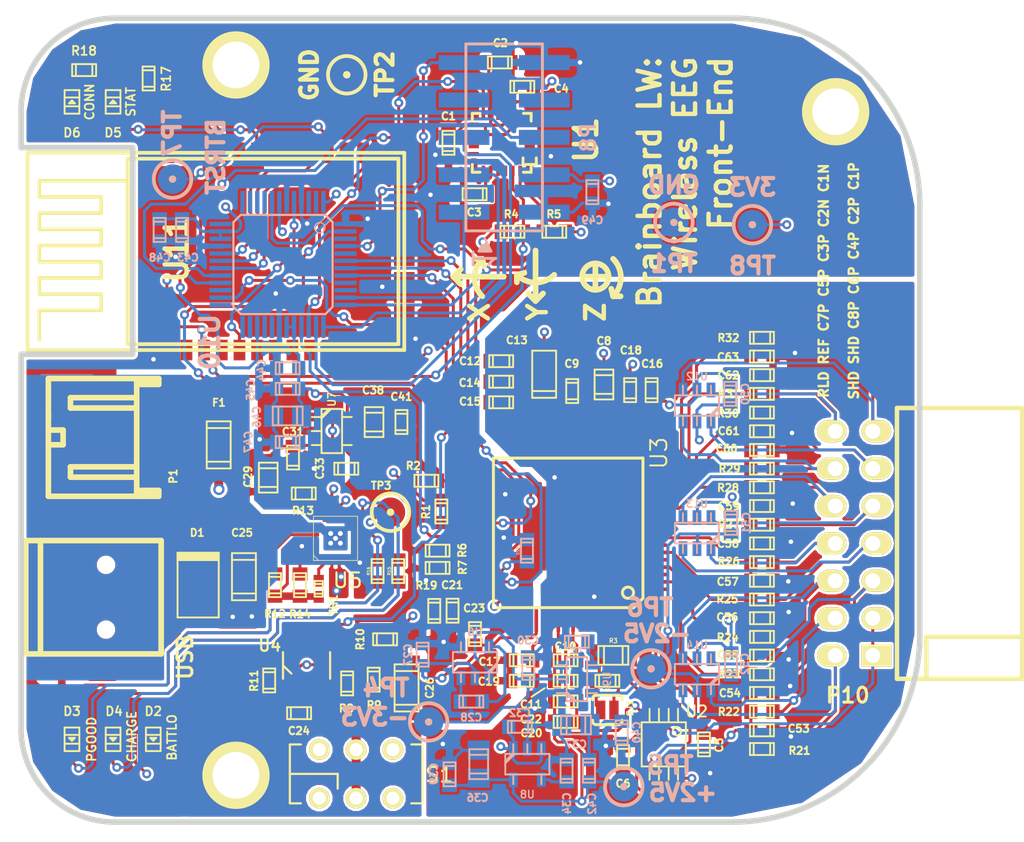
<source format=kicad_pcb>
(kicad_pcb (version 20171130) (host pcbnew "(5.1.12)-1")
  (layers (0 Top signal) (1 Ground power) (2 Power power) (31 Bottom signal) (34 B.Paste user hide) (35 F.Paste user hide) (36 B.SilkS user hide) (37 F.SilkS user hide) (38 B.Mask user hide) (39 F.Mask user hide) (44 Edge.Cuts user))
  (net 0 "")
  (net 1 +2.5V)
  (net 2 +3.3V)
  (net 3 +BATT)
  (net 4 -2.5V)
  (net 5 -3.3V)
  (net 6 /BATTLO)
  (net 7 "/Brainboard AFE/BIASINV")
  (net 8 "/Brainboard AFE/SRB1")
  (net 9 "/Brainboard AFE/VCAP1")
  (net 10 "/Brainboard AFE/VCAP2")
  (net 11 "/Brainboard AFE/VCAP3")
  (net 12 "/Brainboard AFE/VCAP4")
  (net 13 "/Brainboard AFE/VREFP")
  (net 14 "/Brainboard Analog In/BIAS_ELEC")
  (net 15 "/Brainboard Analog In/CH1ELEC_N")
  (net 16 "/Brainboard Analog In/CH1ELEC_P")
  (net 17 "/Brainboard Analog In/CH2ELEC_N")
  (net 18 "/Brainboard Analog In/CH2ELEC_P")
  (net 19 "/Brainboard Analog In/CH3ELEC_P")
  (net 20 "/Brainboard Analog In/CH4ELEC_P")
  (net 21 "/Brainboard Analog In/CH5ELEC_P")
  (net 22 "/Brainboard Analog In/CH6ELEC_P")
  (net 23 "/Brainboard Analog In/CH7ELEC_P")
  (net 24 "/Brainboard Analog In/CH8ELEC_P")
  (net 25 "/Brainboard Analog In/REF_ELEC")
  (net 26 "/Brainboard Bluetooth/FACTORY")
  (net 27 "/Brainboard Bluetooth/STATUS")
  (net 28 "/Brainboard Bluetooth/STATUSn")
  (net 29 "/Brainboard IMU/CPOUT")
  (net 30 "/Brainboard IMU/REGOUT")
  (net 31 "/Brainboard MCU/RESET_MCU")
  (net 32 "/Brainboard MCU/TCK")
  (net 33 "/Brainboard MCU/TDI")
  (net 34 "/Brainboard MCU/TDO")
  (net 35 "/Brainboard MCU/TMS")
  (net 36 "/Brainboard Power/B+")
  (net 37 "/Brainboard Power/ILIM")
  (net 38 "/Brainboard Power/ISET")
  (net 39 "/Brainboard Power/OUT")
  (net 40 "/Brainboard Power/TMR")
  (net 41 "/Brainboard Power/TS")
  (net 42 "/Brainboard Power/VBUS")
  (net 43 "/Brainboard Power/_B+")
  (net 44 "/Brainboard Power/~CHG")
  (net 45 "/Brainboard Power/~PGOOD")
  (net 46 /CS)
  (net 47 /DRDY)
  (net 48 /PWDN)
  (net 49 AGND)
  (net 50 AIN1N)
  (net 51 AIN1P)
  (net 52 AIN2N)
  (net 53 AIN2P)
  (net 54 AIN3P)
  (net 55 AIN4P)
  (net 56 AIN5P)
  (net 57 AIN6P)
  (net 58 AIN7P)
  (net 59 AIN8P)
  (net 60 BIAS)
  (net 61 IMU_INT)
  (net 62 MISO)
  (net 63 MOSI)
  (net 64 N-00000107)
  (net 65 N-00000108)
  (net 66 N-0000033)
  (net 67 N-0000034)
  (net 68 N-0000035)
  (net 69 N-0000036)
  (net 70 N-0000051)
  (net 71 N-0000054)
  (net 72 N-0000055)
  (net 73 N-0000056)
  (net 74 N-0000057)
  (net 75 N-0000061)
  (net 76 N-0000067)
  (net 77 N-0000068)
  (net 78 N-0000069)
  (net 79 N-0000070)
  (net 80 REF_IN)
  (net 81 RESET_BT)
  (net 82 SCL)
  (net 83 SCLK)
  (net 84 SDA)
  (net 85 SHIELD)
  (net 86 UARTBT_CTS)
  (net 87 UARTBT_RTS)
  (net 88 UARTBT_RX)
  (net 89 UARTBT_TX)
  (module msoic-8 (layer Top) (at 224.8662 139.5984 180)
    (fp_text reference U2 (at -2.2352 2.2352 180) (layer F.SilkS) (effects (font (size 0.762 0.762) (thickness 0.127))))
    (fp_text value OPA2376 hide)
    (pad 1 smd rect (at -0.97536 2.30124 180) (size 0.40894 1.02108) (layers Top F.Paste F.Mask) (net 85 SHIELD))
    (pad 2 smd rect (at -0.32512 2.30124 180) (size 0.40894 1.02108) (layers Top F.Paste F.Mask) (net 85 SHIELD))
    (pad 3 smd rect (at 0.32512 2.30124 180) (size 0.40894 1.02108) (layers Top F.Paste F.Mask) (net 60 BIAS))
    (pad 4 smd rect (at 0.97536 2.30124 180) (size 0.40894 1.02108) (layers Top F.Paste F.Mask) (net 4 -2.5V))
    (pad 5 smd rect (at 0.97536 -2.30124 180) (size 0.40894 1.02108) (layers Top F.Paste F.Mask) (net 80 REF_IN))
    (pad 6 smd rect (at 0.32512 -2.30124 180) (size 0.40894 1.02108) (layers Top F.Paste F.Mask) (net 8 "/Brainboard AFE/SRB1"))
    (pad 7 smd rect (at -0.32512 -2.30124 180) (size 0.40894 1.02108) (layers Top F.Paste F.Mask) (net 8 "/Brainboard AFE/SRB1"))
    (pad 8 smd rect (at -0.97536 -2.30124 180) (size 0.40894 1.02108) (layers Top F.Paste F.Mask) (net 1 +2.5V))
  )
  (module USB_MINI_B (layer Top) (at 186.1185 129.6035)
    (fp_text reference CON1 hide)
    (fp_text value USB (at 6.223 4.064 90) (layer F.SilkS) (effects (font (size 1.016 1.016) (thickness 0.2032))))
    (pad 1 smd rect (at 3.44932 -1.6002) (size 2.30124 0.50038) (layers Top F.Paste F.Mask) (net 42 "/Brainboard Power/VBUS"))
    (pad 2 smd rect (at 3.44932 -0.8001) (size 2.30124 0.50038) (layers Top F.Paste F.Mask))
    (pad 3 smd rect (at 3.44932 0) (size 2.30124 0.50038) (layers Top F.Paste F.Mask))
    (pad 4 smd rect (at 3.44932 0.8001) (size 2.30124 0.50038) (layers Top F.Paste F.Mask))
    (pad 5 smd rect (at 3.44932 1.6002) (size 2.30124 0.50038) (layers Top F.Paste F.Mask) (net 49 AGND))
    (pad 6 smd rect (at 3.35026 -4.45008) (size 2.49936 1.99898) (layers Top F.Paste F.Mask) (net 49 AGND))
    (pad 7 smd rect (at -2.14884 -4.45008) (size 2.49936 1.99898) (layers Top F.Paste F.Mask) (net 49 AGND))
    (pad 8 smd rect (at 3.35026 4.45008) (size 2.49936 1.99898) (layers Top F.Paste F.Mask) (net 49 AGND))
    (pad 9 smd rect (at -2.14884 4.45008) (size 2.49936 1.99898) (layers Top F.Paste F.Mask) (net 49 AGND))
    (pad "" np_thru_hole circle (at 0.8509 -2.19964) (size 0.89916 0.89916) (drill 0.89916) (layers *.Cu *.Mask F.SilkS))
    (pad 2 np_thru_hole circle (at 0.8509 2.19964) (size 0.89916 0.89916) (drill 0.89916) (layers *.Cu *.Mask F.SilkS))
  )
  (module sot23-6 (layer Bottom) (at 227.12045 134.8359 180)
    (fp_text reference U14 (at 0 1.9812 180) (layer B.SilkS) (effects (font (size 0.50038 0.50038) (thickness 0.09906)) (justify mirror)))
    (fp_text value TPD4E001DBV hide)
    (pad 1 smd rect (at -0.9525 -1.05664 180) (size 0.59944 1.00076) (layers Bottom B.Paste B.Mask) (net 25 "/Brainboard Analog In/REF_ELEC"))
    (pad 3 smd rect (at 0.9525 -1.05664 180) (size 0.59944 1.00076) (layers Bottom B.Paste B.Mask) (net 14 "/Brainboard Analog In/BIAS_ELEC"))
    (pad 2 smd rect (at 0 -1.05664 180) (size 0.59944 1.00076) (layers Bottom B.Paste B.Mask) (net 4 -2.5V))
    (pad 4 smd rect (at 0.9525 1.05664 180) (size 0.59944 1.00076) (layers Bottom B.Paste B.Mask) (net 23 "/Brainboard Analog In/CH7ELEC_P"))
    (pad 6 smd rect (at -0.9525 1.05664 180) (size 0.59944 1.00076) (layers Bottom B.Paste B.Mask) (net 24 "/Brainboard Analog In/CH8ELEC_P"))
    (pad 5 smd rect (at 0 1.05664 180) (size 0.59944 1.00076) (layers Bottom B.Paste B.Mask) (net 1 +2.5V))
  )
  (module r_1206 (layer Top) (at 194.6275 119.253 270)
    (fp_text reference F1 (at -2.8702 -0.0127) (layer F.SilkS) (effects (font (size 0.50038 0.50038) (thickness 0.11938))))
    (fp_text value "PTC 500mA" hide)
    (pad 1 smd rect (at 1.397 0 270) (size 1.6002 1.8034) (layers Top F.Paste F.Mask) (net 43 "/Brainboard Power/_B+"))
    (pad 2 smd rect (at -1.397 0 270) (size 1.6002 1.8034) (layers Top F.Paste F.Mask) (net 36 "/Brainboard Power/B+"))
  )
  (module r_0603 (layer Top) (at 231.5337 115.7859)
    (fp_text reference R31 (at -2.2479 -0.0127) (layer F.SilkS) (effects (font (size 0.508 0.508) (thickness 0.127))))
    (fp_text value 4.99K hide)
    (pad 1 smd rect (at 0.75184 0) (size 0.89916 1.00076) (layers Top F.Paste F.Mask) (net 15 "/Brainboard Analog In/CH1ELEC_N"))
    (pad 2 smd rect (at -0.75184 0) (size 0.89916 1.00076) (layers Top F.Paste F.Mask) (net 50 AIN1N))
  )
  (module r_0603 (layer Top) (at 231.5337 120.8659)
    (fp_text reference R29 (at -2.1971 0.0127) (layer F.SilkS) (effects (font (size 0.508 0.508) (thickness 0.127))))
    (fp_text value 4.99K hide)
    (pad 1 smd rect (at 0.75184 0) (size 0.89916 1.00076) (layers Top F.Paste F.Mask) (net 17 "/Brainboard Analog In/CH2ELEC_N"))
    (pad 2 smd rect (at -0.75184 0) (size 0.89916 1.00076) (layers Top F.Paste F.Mask) (net 52 AIN2N))
  )
  (module r_0603 (layer Top) (at 231.5337 122.1359)
    (fp_text reference R28 (at -2.2987 0.0381) (layer F.SilkS) (effects (font (size 0.508 0.508) (thickness 0.127))))
    (fp_text value 4.99K hide)
    (pad 1 smd rect (at 0.75184 0) (size 0.89916 1.00076) (layers Top F.Paste F.Mask) (net 19 "/Brainboard Analog In/CH3ELEC_P"))
    (pad 2 smd rect (at -0.75184 0) (size 0.89916 1.00076) (layers Top F.Paste F.Mask) (net 54 AIN3P))
  )
  (module r_0603 (layer Top) (at 231.5337 124.6759)
    (fp_text reference R27 (at -2.2479 -0.0127) (layer F.SilkS) (effects (font (size 0.508 0.508) (thickness 0.127))))
    (fp_text value 4.99K hide)
    (pad 1 smd rect (at 0.75184 0) (size 0.89916 1.00076) (layers Top F.Paste F.Mask) (net 20 "/Brainboard Analog In/CH4ELEC_P"))
    (pad 2 smd rect (at -0.75184 0) (size 0.89916 1.00076) (layers Top F.Paste F.Mask) (net 55 AIN4P))
  )
  (module r_0603 (layer Top) (at 231.5337 111.9759)
    (fp_text reference R32 (at -2.2733 0.0127) (layer F.SilkS) (effects (font (size 0.508 0.508) (thickness 0.127))))
    (fp_text value 4.99K hide)
    (pad 1 smd rect (at 0.75184 0) (size 0.89916 1.00076) (layers Top F.Paste F.Mask) (net 16 "/Brainboard Analog In/CH1ELEC_P"))
    (pad 2 smd rect (at -0.75184 0) (size 0.89916 1.00076) (layers Top F.Paste F.Mask) (net 51 AIN1P))
  )
  (module r_0603 (layer Top) (at 231.5337 117.0559)
    (fp_text reference R30 (at -2.2987 0.0635) (layer F.SilkS) (effects (font (size 0.508 0.508) (thickness 0.127))))
    (fp_text value 4.99K hide)
    (pad 1 smd rect (at 0.75184 0) (size 0.89916 1.00076) (layers Top F.Paste F.Mask) (net 18 "/Brainboard Analog In/CH2ELEC_P"))
    (pad 2 smd rect (at -0.75184 0) (size 0.89916 1.00076) (layers Top F.Paste F.Mask) (net 53 AIN2P))
  )
  (module r_0603 (layer Top) (at 205.9305 132.461 180)
    (fp_text reference R10 (at 1.6891 0 270) (layer F.SilkS) (effects (font (size 0.508 0.508) (thickness 0.127))))
    (fp_text value 383k hide)
    (pad 1 smd rect (at 0.75184 0 180) (size 0.89916 1.00076) (layers Top F.Paste F.Mask) (net 73 N-0000056))
    (pad 2 smd rect (at -0.75184 0 180) (size 0.89916 1.00076) (layers Top F.Paste F.Mask) (net 49 AGND))
  )
  (module r_0402 (layer Top) (at 201.422 129.032 90)
    (fp_text reference TH1 (at -1.0922 1.016 90) (layer F.SilkS) (effects (font (size 0.508 0.508) (thickness 0.127))))
    (fp_text value "NTC 10K" hide)
    (pad 1 smd rect (at 0.54864 0 90) (size 0.8001 0.6985) (layers Top F.Paste F.Mask) (net 41 "/Brainboard Power/TS"))
    (pad 2 smd rect (at -0.54864 0 90) (size 0.8001 0.6985) (layers Top F.Paste F.Mask) (net 49 AGND))
  )
  (module Led_0603 (layer Top) (at 184.658 95.9485 90)
    (fp_text reference D6 (at -2.0955 0 180) (layer F.SilkS) (effects (font (size 0.59944 0.59944) (thickness 0.11938))))
    (fp_text value CONN (at 0 1.19888 90) (layer F.SilkS) (effects (font (size 0.59944 0.59944) (thickness 0.11938))))
    (pad 1 smd rect (at -0.7493 0 90) (size 0.79756 0.79756) (layers Top F.Paste F.Mask) (net 27 "/Brainboard Bluetooth/STATUS"))
    (pad 2 smd rect (at 0.7493 0 90) (size 0.79756 0.79756) (layers Top F.Paste F.Mask) (net 64 N-00000107))
  )
  (module Led_0603 (layer Top) (at 187.452 95.9485 90)
    (fp_text reference D5 (at -2.0955 0 180) (layer F.SilkS) (effects (font (size 0.59944 0.59944) (thickness 0.11938))))
    (fp_text value STAT (at 0 1.19888 90) (layer F.SilkS) (effects (font (size 0.59944 0.59944) (thickness 0.11938))))
    (pad 1 smd rect (at -0.7493 0 90) (size 0.79756 0.79756) (layers Top F.Paste F.Mask) (net 28 "/Brainboard Bluetooth/STATUSn"))
    (pad 2 smd rect (at 0.7493 0 90) (size 0.79756 0.79756) (layers Top F.Paste F.Mask) (net 65 N-00000108))
  )
  (module Led_0603 (layer Top) (at 184.658 139.2555 270)
    (fp_text reference D3 (at -1.905 0) (layer F.SilkS) (effects (font (size 0.59944 0.59944) (thickness 0.11938))))
    (fp_text value PGOOD (at 0 -1.3335 270) (layer F.SilkS) (effects (font (size 0.59944 0.59944) (thickness 0.11938))))
    (pad 1 smd rect (at -0.7493 0 270) (size 0.79756 0.79756) (layers Top F.Paste F.Mask) (net 71 N-0000054))
    (pad 2 smd rect (at 0.7493 0 270) (size 0.79756 0.79756) (layers Top F.Paste F.Mask) (net 45 "/Brainboard Power/~PGOOD"))
  )
  (module Led_0603 (layer Top) (at 187.452 139.2555 270)
    (fp_text reference D4 (at -1.905 -0.0635) (layer F.SilkS) (effects (font (size 0.59944 0.59944) (thickness 0.11938))))
    (fp_text value CHARGE (at -0.1905 -1.27 270) (layer F.SilkS) (effects (font (size 0.59944 0.59944) (thickness 0.11938))))
    (pad 1 smd rect (at -0.7493 0 270) (size 0.79756 0.79756) (layers Top F.Paste F.Mask) (net 72 N-0000055))
    (pad 2 smd rect (at 0.7493 0 270) (size 0.79756 0.79756) (layers Top F.Paste F.Mask) (net 44 "/Brainboard Power/~CHG"))
  )
  (module JS202011AQN (layer Top) (at 203.962 141.605)
    (fp_text reference S1 (at 5.6515 0.0635) (layer F.SilkS))
    (fp_text value DPDT hide)
    (pad 4 thru_hole circle (at -2.5 -1.65) (size 1.397 1.397) (drill 0.889) (layers *.Cu *.Mask F.SilkS) (net 43 "/Brainboard Power/_B+"))
    (pad 5 thru_hole circle (at 0 -1.65) (size 1.397 1.397) (drill 0.889) (layers *.Cu *.Mask F.SilkS) (net 3 +BATT))
    (pad 6 thru_hole circle (at 2.5 -1.65) (size 1.397 1.397) (drill 0.889) (layers *.Cu *.Mask F.SilkS))
    (pad 1 thru_hole circle (at -2.5 1.65) (size 1.397 1.397) (drill 0.889) (layers *.Cu *.Mask F.SilkS) (net 43 "/Brainboard Power/_B+"))
    (pad 2 thru_hole circle (at 0 1.65) (size 1.397 1.397) (drill 0.889) (layers *.Cu *.Mask F.SilkS) (net 3 +BATT))
    (pad 3 thru_hole circle (at 2.5 1.65) (size 1.397 1.397) (drill 0.889) (layers *.Cu *.Mask F.SilkS))
  )
  (module c_0603 (layer Top) (at 231.5337 118.3259 180)
    (fp_text reference C61 (at 2.2479 0.0127 180) (layer F.SilkS) (effects (font (size 0.508 0.508) (thickness 0.127))))
    (fp_text value 4.7nF hide)
    (pad 1 smd rect (at 0.75184 0 180) (size 0.89916 1.00076) (layers Top F.Paste F.Mask) (net 53 AIN2P))
    (pad 2 smd rect (at -0.75184 0 180) (size 0.89916 1.00076) (layers Top F.Paste F.Mask) (net 49 AGND))
  )
  (module c_0603 (layer Top) (at 231.5337 113.2459 180)
    (fp_text reference C63 (at 2.2987 -0.0381 180) (layer F.SilkS) (effects (font (size 0.508 0.508) (thickness 0.127))))
    (fp_text value 4.7nF hide)
    (pad 1 smd rect (at 0.75184 0 180) (size 0.89916 1.00076) (layers Top F.Paste F.Mask) (net 51 AIN1P))
    (pad 2 smd rect (at -0.75184 0 180) (size 0.89916 1.00076) (layers Top F.Paste F.Mask) (net 49 AGND))
  )
  (module c_0603 (layer Top) (at 231.5337 114.5159 180)
    (fp_text reference C62 (at 2.2733 -0.0127 180) (layer F.SilkS) (effects (font (size 0.508 0.508) (thickness 0.127))))
    (fp_text value 4.7nF hide)
    (pad 1 smd rect (at 0.75184 0 180) (size 0.89916 1.00076) (layers Top F.Paste F.Mask) (net 50 AIN1N))
    (pad 2 smd rect (at -0.75184 0 180) (size 0.89916 1.00076) (layers Top F.Paste F.Mask) (net 49 AGND))
  )
  (module c_0603 (layer Top) (at 231.5337 119.5959 180)
    (fp_text reference C60 (at 2.4003 0.0889 180) (layer F.SilkS) (effects (font (size 0.508 0.508) (thickness 0.127))))
    (fp_text value 4.7nF hide)
    (pad 1 smd rect (at 0.75184 0 180) (size 0.89916 1.00076) (layers Top F.Paste F.Mask) (net 52 AIN2N))
    (pad 2 smd rect (at -0.75184 0 180) (size 0.89916 1.00076) (layers Top F.Paste F.Mask) (net 49 AGND))
  )
  (module c_0603 (layer Top) (at 231.5337 123.4059 180)
    (fp_text reference C59 (at 2.2479 -0.0127 180) (layer F.SilkS) (effects (font (size 0.508 0.508) (thickness 0.127))))
    (fp_text value 4.7nF hide)
    (pad 1 smd rect (at 0.75184 0 180) (size 0.89916 1.00076) (layers Top F.Paste F.Mask) (net 54 AIN3P))
    (pad 2 smd rect (at -0.75184 0 180) (size 0.89916 1.00076) (layers Top F.Paste F.Mask) (net 49 AGND))
  )
  (module c_0603 (layer Top) (at 231.5337 125.9459 180)
    (fp_text reference C58 (at 2.2987 -0.0127 180) (layer F.SilkS) (effects (font (size 0.508 0.508) (thickness 0.127))))
    (fp_text value 4.7nF hide)
    (pad 1 smd rect (at 0.75184 0 180) (size 0.89916 1.00076) (layers Top F.Paste F.Mask) (net 55 AIN4P))
    (pad 2 smd rect (at -0.75184 0 180) (size 0.89916 1.00076) (layers Top F.Paste F.Mask) (net 49 AGND))
  )
  (module c_0603 (layer Top) (at 231.5337 128.4859 180)
    (fp_text reference C57 (at 2.3241 -0.0635 180) (layer F.SilkS) (effects (font (size 0.508 0.508) (thickness 0.127))))
    (fp_text value 4.7nF hide)
    (pad 1 smd rect (at 0.75184 0 180) (size 0.89916 1.00076) (layers Top F.Paste F.Mask) (net 56 AIN5P))
    (pad 2 smd rect (at -0.75184 0 180) (size 0.89916 1.00076) (layers Top F.Paste F.Mask) (net 49 AGND))
  )
  (module c_0603 (layer Top) (at 212.0138 102.2223)
    (fp_text reference C3 (at -0.0254 1.2319) (layer F.SilkS) (effects (font (size 0.508 0.508) (thickness 0.127))))
    (fp_text value 2.2nF hide)
    (pad 1 smd rect (at 0.75184 0) (size 0.89916 1.00076) (layers Top F.Paste F.Mask) (net 29 "/Brainboard IMU/CPOUT"))
    (pad 2 smd rect (at -0.75184 0) (size 0.89916 1.00076) (layers Top F.Paste F.Mask) (net 49 AGND))
  )
  (module SparkFun-Passives-SJ_2S-NO (layer Top) (at 221.0308 137.2616)
    (fp_text reference SJ1 (at 1.5494 -0.127 90) (layer F.SilkS) (effects (font (size 0.4064 0.4064) (thickness 0.0889))))
    (fp_text value "NO BIAS FILT" hide)
    (pad 1 smd rect (at -0.44958 0) (size 0.635 1.27) (layers Top F.Paste F.Mask) (net 7 "/Brainboard AFE/BIASINV"))
    (pad 2 smd rect (at 0.44958 0) (size 0.635 1.27) (layers Top F.Paste F.Mask) (net 60 BIAS))
  )
  (module QFN24-4x4 (layer Top) (at 213.8553 98.7298 90)
    (fp_text reference U1 (at 0.2032 5.7277 90) (layer F.SilkS) (effects (font (size 1.524 1.524) (thickness 0.3048))))
    (fp_text value MPU6050 hide)
    (pad 1 smd rect (at -1.24968 1.89992 270) (size 0.24892 0.6985) (layers Top F.Paste F.Mask) (net 49 AGND))
    (pad 2 smd rect (at -0.7493 1.89992 270) (size 0.24892 0.6985) (layers Top F.Paste F.Mask))
    (pad 3 smd rect (at -0.24892 1.89992 270) (size 0.24892 0.6985) (layers Top F.Paste F.Mask))
    (pad 4 smd rect (at 0.24892 1.89992 270) (size 0.24892 0.6985) (layers Top F.Paste F.Mask))
    (pad 5 smd rect (at 0.7493 1.89992 270) (size 0.24892 0.6985) (layers Top F.Paste F.Mask))
    (pad 6 smd rect (at 1.24968 1.89992 270) (size 0.24892 0.6985) (layers Top F.Paste F.Mask))
    (pad 7 smd rect (at 1.89992 1.24968) (size 0.24892 0.6985) (layers Top F.Paste F.Mask))
    (pad 8 smd rect (at 1.89992 0.7493) (size 0.24892 0.6985) (layers Top F.Paste F.Mask) (net 2 +3.3V))
    (pad 9 smd rect (at 1.89992 0.24892) (size 0.24892 0.6985) (layers Top F.Paste F.Mask) (net 49 AGND))
    (pad 10 smd rect (at 1.89992 -0.24892) (size 0.24892 0.6985) (layers Top F.Paste F.Mask) (net 30 "/Brainboard IMU/REGOUT"))
    (pad 11 smd rect (at 1.89992 -0.7493) (size 0.24892 0.6985) (layers Top F.Paste F.Mask) (net 49 AGND))
    (pad 12 smd rect (at 1.89992 -1.24968) (size 0.24892 0.6985) (layers Top F.Paste F.Mask) (net 61 IMU_INT))
    (pad 13 smd rect (at 1.24968 -1.89992 90) (size 0.24892 0.6985) (layers Top F.Paste F.Mask) (net 2 +3.3V))
    (pad 14 smd rect (at 0.7493 -1.89992 90) (size 0.24892 0.6985) (layers Top F.Paste F.Mask))
    (pad 15 smd rect (at 0.24892 -1.89992 90) (size 0.24892 0.6985) (layers Top F.Paste F.Mask))
    (pad 16 smd rect (at -0.24892 -1.89992 90) (size 0.24892 0.6985) (layers Top F.Paste F.Mask))
    (pad 17 smd rect (at -0.7493 -1.89992 90) (size 0.24892 0.6985) (layers Top F.Paste F.Mask))
    (pad 18 smd rect (at -1.24968 -1.89992 90) (size 0.24892 0.6985) (layers Top F.Paste F.Mask) (net 49 AGND))
    (pad 19 smd rect (at -1.89992 -1.24968 180) (size 0.24892 0.6985) (layers Top F.Paste F.Mask))
    (pad 20 smd rect (at -1.89992 -0.7493 180) (size 0.24892 0.6985) (layers Top F.Paste F.Mask) (net 29 "/Brainboard IMU/CPOUT"))
    (pad 21 smd rect (at -1.89992 -0.24892 180) (size 0.24892 0.6985) (layers Top F.Paste F.Mask))
    (pad 22 smd rect (at -1.89992 0.24892 180) (size 0.24892 0.6985) (layers Top F.Paste F.Mask))
    (pad 23 smd rect (at -1.89992 0.7493 180) (size 0.24892 0.6985) (layers Top F.Paste F.Mask) (net 82 SCL))
    (pad 24 smd rect (at -1.89992 1.24968 180) (size 0.24892 0.6985) (layers Top F.Paste F.Mask) (net 84 SDA))
  )
  (module -TQFP48 (layer Bottom) (at 198.9963 106.9975 270)
    (fp_text reference U10 (at 5.2705 4.9657 270) (layer B.SilkS) (effects (font (size 1.27 1.27) (thickness 0.28575)) (justify mirror)))
    (fp_text value ATUC3L064 hide)
    (pad 1 smd rect (at -2.74828 -4.24942 270) (size 0.29972 1.4986) (layers Bottom B.Paste B.Mask) (net 49 AGND))
    (pad 2 smd rect (at -2.2479 -4.24942 270) (size 0.29972 1.4986) (layers Bottom B.Paste B.Mask) (net 48 /PWDN))
    (pad 3 smd rect (at -1.74752 -4.24942 270) (size 0.29972 1.4986) (layers Bottom B.Paste B.Mask))
    (pad 4 smd rect (at -1.24968 -4.24942 270) (size 0.29972 1.4986) (layers Bottom B.Paste B.Mask) (net 33 "/Brainboard MCU/TDI"))
    (pad 5 smd rect (at -0.7493 -4.24942 270) (size 0.29972 1.4986) (layers Bottom B.Paste B.Mask))
    (pad 6 smd rect (at -0.24892 -4.24942 270) (size 0.29972 1.4986) (layers Bottom B.Paste B.Mask) (net 46 /CS))
    (pad 7 smd rect (at 0.24892 -4.24942 270) (size 0.29972 1.4986) (layers Bottom B.Paste B.Mask) (net 62 MISO))
    (pad 8 smd rect (at 0.7493 -4.24942 270) (size 0.29972 1.4986) (layers Bottom B.Paste B.Mask) (net 63 MOSI))
    (pad 9 smd rect (at 1.24968 -4.24942 270) (size 0.29972 1.4986) (layers Bottom B.Paste B.Mask))
    (pad 10 smd rect (at 1.74752 -4.24942 270) (size 0.29972 1.4986) (layers Bottom B.Paste B.Mask))
    (pad 11 smd rect (at 2.2479 -4.24942 270) (size 0.29972 1.4986) (layers Bottom B.Paste B.Mask) (net 32 "/Brainboard MCU/TCK"))
    (pad 12 smd rect (at 2.74828 -4.24942 270) (size 0.29972 1.4986) (layers Bottom B.Paste B.Mask) (net 84 SDA))
    (pad 13 smd rect (at 4.24942 -2.74828 270) (size 1.4986 0.29972) (layers Bottom B.Paste B.Mask) (net 34 "/Brainboard MCU/TDO"))
    (pad 14 smd rect (at 4.24942 -2.2479 270) (size 1.4986 0.29972) (layers Bottom B.Paste B.Mask) (net 35 "/Brainboard MCU/TMS"))
    (pad 15 smd rect (at 4.24942 -1.74752 270) (size 1.4986 0.29972) (layers Bottom B.Paste B.Mask) (net 61 IMU_INT))
    (pad 16 smd rect (at 4.24942 -1.24968 270) (size 1.4986 0.29972) (layers Bottom B.Paste B.Mask) (net 83 SCLK))
    (pad 17 smd rect (at 4.24942 -0.7493 270) (size 1.4986 0.29972) (layers Bottom B.Paste B.Mask) (net 2 +3.3V))
    (pad 18 smd rect (at 4.24942 -0.24892 270) (size 1.4986 0.29972) (layers Bottom B.Paste B.Mask) (net 2 +3.3V))
    (pad 19 smd rect (at 4.24942 0.24892 270) (size 1.4986 0.29972) (layers Bottom B.Paste B.Mask) (net 49 AGND))
    (pad 20 smd rect (at 4.24942 0.7493 270) (size 1.4986 0.29972) (layers Bottom B.Paste B.Mask))
    (pad 21 smd rect (at 4.24942 1.24968 270) (size 1.4986 0.29972) (layers Bottom B.Paste B.Mask))
    (pad 22 smd rect (at 4.24942 1.74752 270) (size 1.4986 0.29972) (layers Bottom B.Paste B.Mask) (net 31 "/Brainboard MCU/RESET_MCU"))
    (pad 23 smd rect (at 4.24942 2.2479 270) (size 1.4986 0.29972) (layers Bottom B.Paste B.Mask))
    (pad 24 smd rect (at 4.24942 2.74828 270) (size 1.4986 0.29972) (layers Bottom B.Paste B.Mask))
    (pad 25 smd rect (at 2.74828 4.24942 270) (size 0.29972 1.4986) (layers Bottom B.Paste B.Mask))
    (pad 26 smd rect (at 2.2479 4.24942 270) (size 0.29972 1.4986) (layers Bottom B.Paste B.Mask) (net 6 /BATTLO))
    (pad 27 smd rect (at 1.74752 4.24942 270) (size 0.29972 1.4986) (layers Bottom B.Paste B.Mask))
    (pad 28 smd rect (at 1.24968 4.24942 270) (size 0.29972 1.4986) (layers Bottom B.Paste B.Mask) (net 82 SCL))
    (pad 29 smd rect (at 0.7493 4.24942 270) (size 0.29972 1.4986) (layers Bottom B.Paste B.Mask) (net 86 UARTBT_CTS))
    (pad 30 smd rect (at 0.24892 4.24942 270) (size 0.29972 1.4986) (layers Bottom B.Paste B.Mask) (net 89 UARTBT_TX))
    (pad 31 smd rect (at -0.24892 4.24942 270) (size 0.29972 1.4986) (layers Bottom B.Paste B.Mask) (net 88 UARTBT_RX))
    (pad 32 smd rect (at -0.7493 4.24942 270) (size 0.29972 1.4986) (layers Bottom B.Paste B.Mask) (net 87 UARTBT_RTS))
    (pad 33 smd rect (at -1.24968 4.24942 270) (size 0.29972 1.4986) (layers Bottom B.Paste B.Mask) (net 49 AGND))
    (pad 34 smd rect (at -1.74752 4.24942 270) (size 0.29972 1.4986) (layers Bottom B.Paste B.Mask) (net 2 +3.3V))
    (pad 35 smd rect (at -2.2479 4.24942 270) (size 0.29972 1.4986) (layers Bottom B.Paste B.Mask) (net 2 +3.3V))
    (pad 36 smd rect (at -2.74828 4.24942 270) (size 0.29972 1.4986) (layers Bottom B.Paste B.Mask))
    (pad 37 smd rect (at -4.24942 2.74828 270) (size 1.4986 0.29972) (layers Bottom B.Paste B.Mask))
    (pad 38 smd rect (at -4.24942 2.2479 270) (size 1.4986 0.29972) (layers Bottom B.Paste B.Mask))
    (pad 39 smd rect (at -4.24942 1.74752 270) (size 1.4986 0.29972) (layers Bottom B.Paste B.Mask))
    (pad 40 smd rect (at -4.24942 1.24968 270) (size 1.4986 0.29972) (layers Bottom B.Paste B.Mask))
    (pad 41 smd rect (at -4.24942 0.7493 270) (size 1.4986 0.29972) (layers Bottom B.Paste B.Mask) (net 47 /DRDY))
    (pad 42 smd rect (at -4.24942 0.24892 270) (size 1.4986 0.29972) (layers Bottom B.Paste B.Mask) (net 2 +3.3V))
    (pad 43 smd rect (at -4.24942 -0.24892 270) (size 1.4986 0.29972) (layers Bottom B.Paste B.Mask) (net 49 AGND))
    (pad 44 smd rect (at -4.24942 -0.7493 270) (size 1.4986 0.29972) (layers Bottom B.Paste B.Mask) (net 81 RESET_BT))
    (pad 45 smd rect (at -4.24942 -1.24968 270) (size 1.4986 0.29972) (layers Bottom B.Paste B.Mask) (net 49 AGND))
    (pad 46 smd rect (at -4.24942 -1.74752 270) (size 1.4986 0.29972) (layers Bottom B.Paste B.Mask))
    (pad 47 smd rect (at -4.24942 -2.2479 270) (size 1.4986 0.29972) (layers Bottom B.Paste B.Mask))
    (pad 48 smd rect (at -4.24942 -2.74828 270) (size 1.4986 0.29972) (layers Bottom B.Paste B.Mask) (net 2 +3.3V))
  )
  (module r_0603 (layer Top) (at 205.1558 135.2042 270)
    (fp_text reference R9 (at 1.7272 -0.0254) (layer F.SilkS) (effects (font (size 0.508 0.508) (thickness 0.127))))
    (fp_text value 51.1k hide)
    (pad 1 smd rect (at 0.75184 0 270) (size 0.89916 1.00076) (layers Top F.Paste F.Mask) (net 74 N-0000057))
    (pad 2 smd rect (at -0.75184 0 270) (size 0.89916 1.00076) (layers Top F.Paste F.Mask) (net 73 N-0000056))
  )
  (module r_0603 (layer Top) (at 231.5337 139.9159)
    (fp_text reference R21 (at 2.5527 0.1143) (layer F.SilkS) (effects (font (size 0.508 0.508) (thickness 0.127))))
    (fp_text value 4.99K hide)
    (pad 1 smd rect (at 0.75184 0) (size 0.89916 1.00076) (layers Top F.Paste F.Mask) (net 14 "/Brainboard Analog In/BIAS_ELEC"))
    (pad 2 smd rect (at -0.75184 0) (size 0.89916 1.00076) (layers Top F.Paste F.Mask) (net 60 BIAS))
  )
  (module r_0603 (layer Top) (at 200.152 128.778 90)
    (fp_text reference R14 (at -1.9812 0 180) (layer F.SilkS) (effects (font (size 0.508 0.508) (thickness 0.127))))
    (fp_text value 4.42k hide)
    (pad 1 smd rect (at 0.75184 0 90) (size 0.89916 1.00076) (layers Top F.Paste F.Mask) (net 38 "/Brainboard Power/ISET"))
    (pad 2 smd rect (at -0.75184 0 90) (size 0.89916 1.00076) (layers Top F.Paste F.Mask) (net 49 AGND))
  )
  (module r_0603 (layer Top) (at 185.4835 93.7895 180)
    (fp_text reference R18 (at 0.0127 1.3081 180) (layer F.SilkS) (effects (font (size 0.59944 0.59944) (thickness 0.11938))))
    (fp_text value 2.2k hide)
    (pad 1 smd rect (at 0.75184 0 180) (size 0.89916 1.00076) (layers Top F.Paste F.Mask) (net 64 N-00000107))
    (pad 2 smd rect (at -0.75184 0 180) (size 0.89916 1.00076) (layers Top F.Paste F.Mask) (net 49 AGND))
  )
  (module r_0603 (layer Top) (at 189.865 94.361 270)
    (fp_text reference R17 (at 0.0254 -1.1938 270) (layer F.SilkS) (effects (font (size 0.59944 0.59944) (thickness 0.11938))))
    (fp_text value 2.2k hide)
    (pad 1 smd rect (at 0.75184 0 270) (size 0.89916 1.00076) (layers Top F.Paste F.Mask) (net 65 N-00000108))
    (pad 2 smd rect (at -0.75184 0 270) (size 0.89916 1.00076) (layers Top F.Paste F.Mask) (net 49 AGND))
  )
  (module r_0603 (layer Top) (at 205.4225 127.8255 90)
    (fp_text reference R16 (at 0 -0.6096 90) (layer F.SilkS) (effects (font (size 0.20066 0.20066) (thickness 0.04064))))
    (fp_text value 2.2k hide)
    (pad 1 smd rect (at 0.75184 0 90) (size 0.89916 1.00076) (layers Top F.Paste F.Mask) (net 39 "/Brainboard Power/OUT"))
    (pad 2 smd rect (at -0.75184 0 90) (size 0.89916 1.00076) (layers Top F.Paste F.Mask) (net 71 N-0000054))
  )
  (module r_0603 (layer Top) (at 206.8195 127.8255 90)
    (fp_text reference R15 (at 0 -0.6096 90) (layer F.SilkS) (effects (font (size 0.20066 0.20066) (thickness 0.04064))))
    (fp_text value 2.2k hide)
    (pad 1 smd rect (at 0.75184 0 90) (size 0.89916 1.00076) (layers Top F.Paste F.Mask) (net 39 "/Brainboard Power/OUT"))
    (pad 2 smd rect (at -0.75184 0 90) (size 0.89916 1.00076) (layers Top F.Paste F.Mask) (net 72 N-0000055))
  )
  (module r_0603 (layer Top) (at 198.4502 128.778 90)
    (fp_text reference R12 (at -1.9558 0 180) (layer F.SilkS) (effects (font (size 0.50038 0.50038) (thickness 0.11938))))
    (fp_text value 52.3k hide)
    (pad 1 smd rect (at 0.75184 0 90) (size 0.89916 1.00076) (layers Top F.Paste F.Mask) (net 40 "/Brainboard Power/TMR"))
    (pad 2 smd rect (at -0.75184 0 90) (size 0.89916 1.00076) (layers Top F.Paste F.Mask) (net 49 AGND))
  )
  (module r_0603 (layer Top) (at 198.0565 135.255 90)
    (fp_text reference R11 (at -0.0254 -1.0287 90) (layer F.SilkS) (effects (font (size 0.508 0.508) (thickness 0.127))))
    (fp_text value 2.2k hide)
    (pad 1 smd rect (at 0.75184 0 90) (size 0.89916 1.00076) (layers Top F.Paste F.Mask) (net 6 /BATTLO))
    (pad 2 smd rect (at -0.75184 0 90) (size 0.89916 1.00076) (layers Top F.Paste F.Mask) (net 75 N-0000061))
  )
  (module r_0603 (layer Top) (at 200.406 122.555)
    (fp_text reference R13 (at -0.0508 1.1684) (layer F.SilkS) (effects (font (size 0.508 0.508) (thickness 0.127))))
    (fp_text value 1.18k hide)
    (pad 1 smd rect (at 0.75184 0) (size 0.89916 1.00076) (layers Top F.Paste F.Mask) (net 37 "/Brainboard Power/ILIM"))
    (pad 2 smd rect (at -0.75184 0) (size 0.89916 1.00076) (layers Top F.Paste F.Mask) (net 49 AGND))
  )
  (module r_0603 (layer Top) (at 231.5337 132.2959)
    (fp_text reference R24 (at -2.3241 0.0381) (layer F.SilkS) (effects (font (size 0.508 0.508) (thickness 0.127))))
    (fp_text value 4.99K hide)
    (pad 1 smd rect (at 0.75184 0) (size 0.89916 1.00076) (layers Top F.Paste F.Mask) (net 23 "/Brainboard Analog In/CH7ELEC_P"))
    (pad 2 smd rect (at -0.75184 0) (size 0.89916 1.00076) (layers Top F.Paste F.Mask) (net 58 AIN7P))
  )
  (module r_0603 (layer Top) (at 208.7372 121.6914 180)
    (fp_text reference R2 (at 0.889 1.016 180) (layer F.SilkS) (effects (font (size 0.508 0.508) (thickness 0.127))))
    (fp_text value 10K hide)
    (pad 1 smd rect (at 0.75184 0 180) (size 0.89916 1.00076) (layers Top F.Paste F.Mask) (net 2 +3.3V))
    (pad 2 smd rect (at -0.75184 0 180) (size 0.89916 1.00076) (layers Top F.Paste F.Mask) (net 48 /PWDN))
  )
  (module r_0603 (layer Top) (at 209.7532 123.7742 90)
    (fp_text reference R1 (at -0.0254 -1.0414 90) (layer F.SilkS) (effects (font (size 0.508 0.508) (thickness 0.127))))
    (fp_text value 10K hide)
    (pad 1 smd rect (at 0.75184 0 90) (size 0.89916 1.00076) (layers Top F.Paste F.Mask) (net 2 +3.3V))
    (pad 2 smd rect (at -0.75184 0 90) (size 0.89916 1.00076) (layers Top F.Paste F.Mask) (net 46 /CS))
  )
  (module r_0603 (layer Top) (at 203.3524 135.4582 90)
    (fp_text reference R8 (at -1.7018 -0.0508 180) (layer F.SilkS) (effects (font (size 0.508 0.508) (thickness 0.127))))
    (fp_text value 562k hide)
    (pad 1 smd rect (at 0.75184 0 90) (size 0.89916 1.00076) (layers Top F.Paste F.Mask) (net 3 +BATT))
    (pad 2 smd rect (at -0.75184 0 90) (size 0.89916 1.00076) (layers Top F.Paste F.Mask) (net 74 N-0000057))
  )
  (module TQFP_64 (layer Top) (at 218.4527 125.3109 90)
    (fp_text reference U3 (at 5.4991 6.0833 90) (layer F.SilkS) (effects (font (size 1.09982 1.09982) (thickness 0.127))))
    (fp_text value ADS1299 hide)
    (pad 1 smd rect (at -3.74904 5.86994 90) (size 0.24892 1.524) (layers Top F.Paste F.Mask) (net 8 "/Brainboard AFE/SRB1"))
    (pad 2 smd rect (at -3.24866 5.86994 90) (size 0.24892 1.524) (layers Top F.Paste F.Mask) (net 59 AIN8P))
    (pad 3 smd rect (at -2.74828 5.86994 90) (size 0.24892 1.524) (layers Top F.Paste F.Mask) (net 8 "/Brainboard AFE/SRB1"))
    (pad 4 smd rect (at -2.2479 5.86994 90) (size 0.24892 1.524) (layers Top F.Paste F.Mask) (net 58 AIN7P))
    (pad 5 smd rect (at -1.74752 5.86994 90) (size 0.24892 1.524) (layers Top F.Paste F.Mask) (net 8 "/Brainboard AFE/SRB1"))
    (pad 6 smd rect (at -1.24968 5.86994 90) (size 0.24892 1.524) (layers Top F.Paste F.Mask) (net 57 AIN6P))
    (pad 7 smd rect (at -0.7493 5.86994 90) (size 0.24892 1.524) (layers Top F.Paste F.Mask) (net 8 "/Brainboard AFE/SRB1"))
    (pad 8 smd rect (at -0.24892 5.86994 90) (size 0.24892 1.524) (layers Top F.Paste F.Mask) (net 56 AIN5P))
    (pad 9 smd rect (at 0.25146 5.86994 90) (size 0.24892 1.524) (layers Top F.Paste F.Mask) (net 8 "/Brainboard AFE/SRB1"))
    (pad 10 smd rect (at 0.75184 5.86994 90) (size 0.24892 1.524) (layers Top F.Paste F.Mask) (net 55 AIN4P))
    (pad 11 smd rect (at 1.25222 5.86994 90) (size 0.24892 1.524) (layers Top F.Paste F.Mask) (net 8 "/Brainboard AFE/SRB1"))
    (pad 12 smd rect (at 1.75006 5.86994 90) (size 0.24892 1.524) (layers Top F.Paste F.Mask) (net 54 AIN3P))
    (pad 13 smd rect (at 2.25044 5.86994 90) (size 0.24892 1.524) (layers Top F.Paste F.Mask) (net 52 AIN2N))
    (pad 14 smd rect (at 2.75082 5.86994 90) (size 0.24892 1.524) (layers Top F.Paste F.Mask) (net 53 AIN2P))
    (pad 15 smd rect (at 3.2512 5.86994 90) (size 0.24892 1.524) (layers Top F.Paste F.Mask) (net 50 AIN1N))
    (pad 16 smd rect (at 3.75158 5.86994 90) (size 0.24892 1.524) (layers Top F.Paste F.Mask) (net 51 AIN1P))
    (pad 17 smd rect (at 6.0325 3.74904 90) (size 1.524 0.24892) (layers Top F.Paste F.Mask) (net 8 "/Brainboard AFE/SRB1"))
    (pad 18 smd rect (at 6.0325 3.24866 90) (size 1.524 0.24892) (layers Top F.Paste F.Mask))
    (pad 19 smd rect (at 6.0325 2.74828 90) (size 1.524 0.24892) (layers Top F.Paste F.Mask) (net 1 +2.5V))
    (pad 20 smd rect (at 6.0325 2.2479 90) (size 1.524 0.24892) (layers Top F.Paste F.Mask) (net 4 -2.5V))
    (pad 21 smd rect (at 6.0325 1.74752 90) (size 1.524 0.24892) (layers Top F.Paste F.Mask) (net 1 +2.5V))
    (pad 22 smd rect (at 6.0325 1.24968 90) (size 1.524 0.24892) (layers Top F.Paste F.Mask) (net 1 +2.5V))
    (pad 23 smd rect (at 6.0325 0.7493 90) (size 1.524 0.24892) (layers Top F.Paste F.Mask) (net 4 -2.5V))
    (pad 24 smd rect (at 6.0325 0.24892 90) (size 1.524 0.24892) (layers Top F.Paste F.Mask) (net 13 "/Brainboard AFE/VREFP"))
    (pad 25 smd rect (at 6.0325 -0.25146 90) (size 1.524 0.24892) (layers Top F.Paste F.Mask) (net 4 -2.5V))
    (pad 26 smd rect (at 6.0325 -0.75184 90) (size 1.524 0.24892) (layers Top F.Paste F.Mask) (net 12 "/Brainboard AFE/VCAP4"))
    (pad 27 smd rect (at 6.0325 -1.25222 90) (size 1.524 0.24892) (layers Top F.Paste F.Mask))
    (pad 28 smd rect (at 6.0325 -1.75006 90) (size 1.524 0.24892) (layers Top F.Paste F.Mask) (net 9 "/Brainboard AFE/VCAP1"))
    (pad 29 smd rect (at 6.0325 -2.25044 90) (size 1.524 0.24892) (layers Top F.Paste F.Mask))
    (pad 30 smd rect (at 6.0325 -2.75082 90) (size 1.524 0.24892) (layers Top F.Paste F.Mask) (net 10 "/Brainboard AFE/VCAP2"))
    (pad 31 smd rect (at 6.0325 -3.2512 90) (size 1.524 0.24892) (layers Top F.Paste F.Mask) (net 49 AGND))
    (pad 32 smd rect (at 6.0325 -3.75158 90) (size 1.524 0.24892) (layers Top F.Paste F.Mask) (net 4 -2.5V))
    (pad 33 smd rect (at 3.75158 -6.0325 90) (size 0.24892 1.524) (layers Top F.Paste F.Mask) (net 49 AGND))
    (pad 34 smd rect (at 3.2512 -6.0325 90) (size 0.24892 1.524) (layers Top F.Paste F.Mask) (net 63 MOSI))
    (pad 35 smd rect (at 2.75082 -6.0325 90) (size 0.24892 1.524) (layers Top F.Paste F.Mask) (net 48 /PWDN))
    (pad 36 smd rect (at 2.25044 -6.0325 90) (size 0.24892 1.524) (layers Top F.Paste F.Mask) (net 2 +3.3V))
    (pad 37 smd rect (at 1.75006 -6.0325 90) (size 0.24892 1.524) (layers Top F.Paste F.Mask))
    (pad 38 smd rect (at 1.25222 -6.0325 90) (size 0.24892 1.524) (layers Top F.Paste F.Mask) (net 49 AGND))
    (pad 39 smd rect (at 0.75184 -6.0325 90) (size 0.24892 1.524) (layers Top F.Paste F.Mask) (net 46 /CS))
    (pad 40 smd rect (at 0.25146 -6.0325 90) (size 0.24892 1.524) (layers Top F.Paste F.Mask) (net 83 SCLK))
    (pad 41 smd rect (at -0.24892 -6.0325 90) (size 0.24892 1.524) (layers Top F.Paste F.Mask) (net 49 AGND))
    (pad 42 smd rect (at -0.7493 -6.0325 90) (size 0.24892 1.524) (layers Top F.Paste F.Mask) (net 69 N-0000036))
    (pad 43 smd rect (at -1.24968 -6.0325 90) (size 0.24892 1.524) (layers Top F.Paste F.Mask) (net 62 MISO))
    (pad 44 smd rect (at -1.74752 -6.0325 90) (size 0.24892 1.524) (layers Top F.Paste F.Mask) (net 68 N-0000035))
    (pad 45 smd rect (at -2.2479 -6.0325 90) (size 0.24892 1.524) (layers Top F.Paste F.Mask) (net 67 N-0000034))
    (pad 46 smd rect (at -2.74828 -6.0325 90) (size 0.24892 1.524) (layers Top F.Paste F.Mask) (net 66 N-0000033))
    (pad 47 smd rect (at -3.24866 -6.0325 90) (size 0.24892 1.524) (layers Top F.Paste F.Mask) (net 47 /DRDY))
    (pad 48 smd rect (at -3.74904 -6.0325 90) (size 0.24892 1.524) (layers Top F.Paste F.Mask) (net 2 +3.3V))
    (pad 49 smd rect (at -5.86994 -3.75158 90) (size 1.524 0.24892) (layers Top F.Paste F.Mask) (net 49 AGND))
    (pad 50 smd rect (at -5.86994 -3.2512 90) (size 1.524 0.24892) (layers Top F.Paste F.Mask) (net 2 +3.3V))
    (pad 52 smd rect (at -5.86994 -2.25044 90) (size 1.524 0.24892) (layers Top F.Paste F.Mask) (net 2 +3.3V))
    (pad 51 smd rect (at -5.88772 -2.75082 90) (size 1.524 0.24892) (layers Top F.Paste F.Mask) (net 49 AGND))
    (pad 53 smd rect (at -5.86994 -1.75006 90) (size 1.524 0.24892) (layers Top F.Paste F.Mask) (net 4 -2.5V))
    (pad 54 smd rect (at -5.86994 -1.25222 90) (size 1.524 0.24892) (layers Top F.Paste F.Mask) (net 1 +2.5V))
    (pad 55 smd rect (at -5.86994 -0.75184 90) (size 1.524 0.24892) (layers Top F.Paste F.Mask) (net 11 "/Brainboard AFE/VCAP3"))
    (pad 56 smd rect (at -5.86994 -0.25146 90) (size 1.524 0.24892) (layers Top F.Paste F.Mask) (net 1 +2.5V))
    (pad 57 smd rect (at -5.86994 0.24892 90) (size 1.524 0.24892) (layers Top F.Paste F.Mask) (net 4 -2.5V))
    (pad 58 smd rect (at -5.86994 0.7493 90) (size 1.524 0.24892) (layers Top F.Paste F.Mask) (net 4 -2.5V))
    (pad 59 smd rect (at -5.86994 1.24206 90) (size 1.524 0.24892) (layers Top F.Paste F.Mask) (net 1 +2.5V))
    (pad 60 smd rect (at -5.86994 1.74244 90) (size 1.524 0.24892) (layers Top F.Paste F.Mask) (net 49 AGND))
    (pad 61 smd rect (at -5.86994 2.24282 90) (size 1.524 0.24892) (layers Top F.Paste F.Mask) (net 7 "/Brainboard AFE/BIASINV"))
    (pad 62 smd rect (at -5.86994 2.7432 90) (size 1.524 0.24892) (layers Top F.Paste F.Mask) (net 60 BIAS))
    (pad 63 smd rect (at -5.86994 3.24104 90) (size 1.524 0.24892) (layers Top F.Paste F.Mask) (net 60 BIAS))
    (pad 64 smd rect (at -5.86994 3.74142 90) (size 1.524 0.24892) (layers Top F.Paste F.Mask))
  )
  (module s2b-ph-sm4-tb (layer Top) (at 190.0555 118.745 270)
    (fp_text reference P1 (at 2.6416 -1.4859 270) (layer F.SilkS) (effects (font (size 0.508 0.508) (thickness 0.127))))
    (fp_text value JST hide)
    (pad 1 smd rect (at -1.00076 0 270) (size 0.99568 3.49758) (layers Top F.Paste F.Mask) (net 36 "/Brainboard Power/B+"))
    (pad 2 smd rect (at 1.00076 0 270) (size 0.99822 3.49758) (layers Top F.Paste F.Mask) (net 49 AGND))
    (pad "" smd rect (at -3.34518 5.74802 270) (size 1.4986 3.39852) (layers Top F.Paste F.Mask))
    (pad "" smd rect (at 3.34772 5.74802 270) (size 1.4986 3.39598) (layers Top F.Paste F.Mask))
  )
  (module c_0603 (layer Bottom) (at 215.0872 138.4046 180)
    (fp_text reference C32 (at 0 0.9398 180) (layer B.SilkS) (effects (font (size 0.508 0.508) (thickness 0.127)) (justify mirror)))
    (fp_text value 1uF hide)
    (pad 1 smd rect (at 0.75184 0 180) (size 0.89916 1.00076) (layers Bottom B.Paste B.Mask) (net 2 +3.3V))
    (pad 2 smd rect (at -0.75184 0 180) (size 0.89916 1.00076) (layers Bottom B.Paste B.Mask) (net 49 AGND))
  )
  (module r_0603 (layer Top) (at 231.5337 137.3759)
    (fp_text reference R22 (at -2.2479 0.0127) (layer F.SilkS) (effects (font (size 0.508 0.508) (thickness 0.127))))
    (fp_text value 4.99K hide)
    (pad 1 smd rect (at 0.75184 0) (size 0.89916 1.00076) (layers Top F.Paste F.Mask) (net 25 "/Brainboard Analog In/REF_ELEC"))
    (pad 2 smd rect (at -0.75184 0) (size 0.89916 1.00076) (layers Top F.Paste F.Mask) (net 80 REF_IN))
  )
  (module r_0603 (layer Top) (at 231.5337 134.8359)
    (fp_text reference R23 (at -2.2225 -0.0127) (layer F.SilkS) (effects (font (size 0.508 0.508) (thickness 0.127))))
    (fp_text value 4.99K hide)
    (pad 1 smd rect (at 0.75184 0) (size 0.89916 1.00076) (layers Top F.Paste F.Mask) (net 24 "/Brainboard Analog In/CH8ELEC_P"))
    (pad 2 smd rect (at -0.75184 0) (size 0.89916 1.00076) (layers Top F.Paste F.Mask) (net 59 AIN8P))
  )
  (module do214ac (layer Top) (at 193.2305 128.778 90)
    (fp_text reference D1 (at 3.556 -0.0635 180) (layer F.SilkS) (effects (font (size 0.50038 0.50038) (thickness 0.11938))))
    (fp_text value SMAJ7.0A hide)
    (pad 2 smd rect (at 1.72974 0 90) (size 2.10058 1.69926) (layers Top F.Paste F.Mask) (net 42 "/Brainboard Power/VBUS"))
    (pad 1 smd rect (at -1.72974 0 90) (size 2.10058 1.69926) (layers Top F.Paste F.Mask) (net 49 AGND))
  )
  (module Led_0603 (layer Top) (at 190.1825 139.2555 270)
    (fp_text reference D2 (at -1.905 0) (layer F.SilkS) (effects (font (size 0.59944 0.59944) (thickness 0.11938))))
    (fp_text value BATTLO (at -0.127 -1.27 270) (layer F.SilkS) (effects (font (size 0.59944 0.59944) (thickness 0.11938))))
    (pad 1 smd rect (at -0.7493 0 270) (size 0.79756 0.79756) (layers Top F.Paste F.Mask) (net 2 +3.3V))
    (pad 2 smd rect (at 0.7493 0 270) (size 0.79756 0.79756) (layers Top F.Paste F.Mask) (net 75 N-0000061))
  )
  (module testpoint_2mm (layer Bottom) (at 222.1484 142.4686 180)
    (fp_text reference TP5 (at -3.1496 1.4478 180) (layer B.SilkS) (effects (font (size 1.143 1.143) (thickness 0.28575)) (justify mirror)))
    (fp_text value +2V5 (at -4.0132 -0.4064 180) (layer B.SilkS) (effects (font (size 1.143 1.143) (thickness 0.28575)) (justify mirror)))
    (pad 1 smd circle (at 0 0 180) (size 1.99898 1.99898) (layers Bottom B.Paste B.Mask) (net 1 +2.5V))
  )
  (module testpoint_2mm (layer Bottom) (at 224.0026 134.4676 180)
    (fp_text reference TP6 (at 0.0762 4.1656 180) (layer B.SilkS) (effects (font (size 1.143 1.143) (thickness 0.28575)) (justify mirror)))
    (fp_text value -2V5 (at -0.4064 2.3876 180) (layer B.SilkS) (effects (font (size 1.143 1.143) (thickness 0.28575)) (justify mirror)))
    (pad 1 smd circle (at 0 0 180) (size 1.99898 1.99898) (layers Bottom B.Paste B.Mask) (net 4 -2.5V))
  )
  (module testpoint_2mm (layer Top) (at 206.2988 123.825 180)
    (fp_text reference TP3 (at 0.635 1.8034 180) (layer F.SilkS) (effects (font (size 0.508 0.508) (thickness 0.127))))
    (fp_text value PREREG hide)
    (pad 1 smd circle (at 0 0 180) (size 1.99898 1.99898) (layers Top F.Paste F.Mask) (net 39 "/Brainboard Power/OUT"))
  )
  (module bb02-hp10 (layer Bottom) (at 214.0204 98.3615 90)
    (fp_text reference P8 (at -0.0127 5.715 90) (layer B.SilkS) (effects (font (size 0.99822 0.99822) (thickness 0.19812)) (justify mirror)))
    (fp_text value CONN_5X2 hide)
    (pad 8 smd rect (at 2.54 2.725 90) (size 1.02 3.45) (layers Bottom B.Paste B.Mask))
    (pad 7 smd rect (at 2.54 -2.725 90) (size 1.02 3.45) (layers Bottom B.Paste B.Mask))
    (pad 6 smd rect (at 0 2.725 90) (size 1.02 3.45) (layers Bottom B.Paste B.Mask) (net 31 "/Brainboard MCU/RESET_MCU"))
    (pad 5 smd rect (at 0 -2.725 90) (size 1.02 3.45) (layers Bottom B.Paste B.Mask) (net 35 "/Brainboard MCU/TMS"))
    (pad 1 smd rect (at -5.08 -2.725 90) (size 1.02 3.45) (layers Bottom B.Paste B.Mask) (net 32 "/Brainboard MCU/TCK"))
    (pad 2 smd rect (at -5.08 2.725 90) (size 1.02 3.45) (layers Bottom B.Paste B.Mask) (net 49 AGND))
    (pad 3 smd rect (at -2.54 -2.725 90) (size 1.02 3.45) (layers Bottom B.Paste B.Mask) (net 34 "/Brainboard MCU/TDO"))
    (pad 4 smd rect (at -2.54 2.725 90) (size 1.02 3.45) (layers Bottom B.Paste B.Mask) (net 2 +3.3V))
    (pad 10 smd rect (at 5.08 2.725 90) (size 1.02 3.45) (layers Bottom B.Paste B.Mask) (net 49 AGND))
    (pad 9 smd rect (at 5.08 -2.725 90) (size 1.02 3.45) (layers Bottom B.Paste B.Mask) (net 33 "/Brainboard MCU/TDI"))
  )
  (module testpoint_2mm (layer Bottom) (at 208.8896 138.0744 180)
    (fp_text reference TP4 (at 2.8956 2.3114 180) (layer B.SilkS) (effects (font (size 1.143 1.143) (thickness 0.28575)) (justify mirror)))
    (fp_text value -3V3 (at 3.6576 0.3302 180) (layer B.SilkS) (effects (font (size 1.143 1.143) (thickness 0.28575)) (justify mirror)))
    (pad 1 smd circle (at 0 0 180) (size 1.99898 1.99898) (layers Bottom B.Paste B.Mask) (net 5 -3.3V))
  )
  (module sot23-5 (layer Bottom) (at 212.0392 134.0231 180)
    (fp_text reference U6 (at 0 2.0574 180) (layer B.SilkS) (effects (font (size 0.50038 0.50038) (thickness 0.09906)) (justify mirror)))
    (fp_text value TPS60403 hide)
    (pad 1 smd rect (at -0.9525 -1.05664 180) (size 0.59944 1.00076) (layers Bottom B.Paste B.Mask) (net 5 -3.3V))
    (pad 3 smd rect (at 0.9525 -1.05664 180) (size 0.59944 1.00076) (layers Bottom B.Paste B.Mask) (net 76 N-0000067))
    (pad 2 smd rect (at 0 -1.05664 180) (size 0.59944 1.00076) (layers Bottom B.Paste B.Mask) (net 2 +3.3V))
    (pad 4 smd rect (at 0.9525 1.05664 180) (size 0.59944 1.00076) (layers Bottom B.Paste B.Mask) (net 49 AGND))
    (pad 5 smd rect (at -0.9525 1.05664 180) (size 0.59944 1.00076) (layers Bottom B.Paste B.Mask) (net 77 N-0000068))
  )
  (module sot23-5 (layer Top) (at 202.311 118.3132 270)
    (fp_text reference U7 (at -2.159 0 270) (layer F.SilkS) (effects (font (size 0.50038 0.50038) (thickness 0.09906))))
    (fp_text value TPS73233 hide)
    (pad 1 smd rect (at -0.9525 1.05664 270) (size 0.59944 1.00076) (layers Top F.Paste F.Mask) (net 39 "/Brainboard Power/OUT"))
    (pad 3 smd rect (at 0.9525 1.05664 270) (size 0.59944 1.00076) (layers Top F.Paste F.Mask) (net 39 "/Brainboard Power/OUT"))
    (pad 2 smd rect (at 0 1.05664 270) (size 0.59944 1.00076) (layers Top F.Paste F.Mask) (net 49 AGND))
    (pad 4 smd rect (at 0.9525 -1.05664 270) (size 0.59944 1.00076) (layers Top F.Paste F.Mask) (net 70 N-0000051))
    (pad 5 smd rect (at -0.9525 -1.05664 270) (size 0.59944 1.00076) (layers Top F.Paste F.Mask) (net 2 +3.3V))
  )
  (module s-pvqfn-n16-vias (layer Top) (at 202.565 125.603 90)
    (fp_text reference U5 (at -2.8575 0.8255 180) (layer F.SilkS))
    (fp_text value "BQ24074(T)" hide)
    (pad 7 smd rect (at 0.25 1.36 90) (size 0.24 0.48) (layers Top F.Paste F.Mask) (net 45 "/Brainboard Power/~PGOOD"))
    (pad 8 smd rect (at 0.75 1.36 90) (size 0.24 0.48) (layers Top F.Paste F.Mask) (net 49 AGND))
    (pad 6 smd rect (at -0.25 1.36 90) (size 0.24 0.48) (layers Top F.Paste F.Mask) (net 39 "/Brainboard Power/OUT"))
    (pad 5 smd rect (at -0.75 1.36 90) (size 0.24 0.48) (layers Top F.Paste F.Mask) (net 49 AGND))
    (pad 16 smd rect (at -0.75 -1.36 90) (size 0.24 0.48) (layers Top F.Paste F.Mask) (net 38 "/Brainboard Power/ISET"))
    (pad 15 smd rect (at -0.25 -1.36 90) (size 0.24 0.48) (layers Top F.Paste F.Mask) (net 49 AGND))
    (pad 14 smd rect (at 0.25 -1.36 90) (size 0.24 0.48) (layers Top F.Paste F.Mask) (net 40 "/Brainboard Power/TMR"))
    (pad 13 smd rect (at 0.75 -1.36 90) (size 0.24 0.48) (layers Top F.Paste F.Mask) (net 42 "/Brainboard Power/VBUS"))
    (pad 1 smd rect (at -1.36 -0.75 90) (size 0.48 0.24) (layers Top F.Paste F.Mask) (net 41 "/Brainboard Power/TS"))
    (pad 2 smd rect (at -1.36 -0.25 90) (size 0.48 0.24) (layers Top F.Paste F.Mask) (net 3 +BATT))
    (pad 3 smd rect (at -1.36 0.25 90) (size 0.48 0.24) (layers Top F.Paste F.Mask) (net 3 +BATT))
    (pad 4 smd rect (at -1.36 0.75 90) (size 0.48 0.24) (layers Top F.Paste F.Mask) (net 49 AGND))
    (pad 9 smd rect (at 1.36 0.75 90) (size 0.48 0.24) (layers Top F.Paste F.Mask) (net 44 "/Brainboard Power/~CHG"))
    (pad 10 smd rect (at 1.36 0.25 90) (size 0.48 0.24) (layers Top F.Paste F.Mask) (net 39 "/Brainboard Power/OUT"))
    (pad 11 smd rect (at 1.36 -0.25 90) (size 0.48 0.24) (layers Top F.Paste F.Mask) (net 39 "/Brainboard Power/OUT"))
    (pad 12 smd rect (at 1.36 -0.75 90) (size 0.48 0.24) (layers Top F.Paste F.Mask) (net 37 "/Brainboard Power/ILIM"))
    (pad 17 smd rect (at -0.4 -0.4 90) (size 0.8 0.8) (layers Top F.Paste F.Mask) (net 49 AGND))
    (pad 17 smd rect (at 0.4 -0.4 90) (size 0.8 0.8) (layers Top F.Paste F.Mask) (net 49 AGND))
    (pad 17 smd rect (at 0.4 0.4 90) (size 0.8 0.8) (layers Top F.Paste F.Mask) (net 49 AGND))
    (pad 17 smd rect (at -0.4 0.4 90) (size 0.8 0.8) (layers Top F.Paste F.Mask) (net 49 AGND))
    (pad 17 thru_hole circle (at 0.3302 -0.3302 90) (size 0.3302 0.3302) (drill 0.3302) (layers *.Cu) (net 49 AGND))
    (pad 17 thru_hole circle (at 0.3302 0.3302 90) (size 0.3302 0.3302) (drill 0.3302) (layers *.Cu) (net 49 AGND))
    (pad 17 thru_hole circle (at -0.3302 0.3302 90) (size 0.3302 0.3302) (drill 0.3302) (layers *.Cu) (net 49 AGND))
    (pad 17 thru_hole circle (at -0.3302 -0.3302 90) (size 0.3302 0.3302) (drill 0.3302) (layers *.Cu) (net 49 AGND))
    (pad 17 thru_hole circle (at 0 0 90) (size 0.3302 0.3302) (drill 0.3302) (layers *.Cu) (net 49 AGND))
  )
  (module sot23-5 (layer Bottom) (at 215.5952 140.9446)
    (fp_text reference U8 (at 0 2.0574) (layer B.SilkS) (effects (font (size 0.50038 0.50038) (thickness 0.09906)) (justify mirror)))
    (fp_text value TPS73225 hide)
    (pad 1 smd rect (at -0.9525 -1.05664) (size 0.59944 1.00076) (layers Bottom B.Paste B.Mask) (net 2 +3.3V))
    (pad 3 smd rect (at 0.9525 -1.05664) (size 0.59944 1.00076) (layers Bottom B.Paste B.Mask) (net 2 +3.3V))
    (pad 2 smd rect (at 0 -1.05664) (size 0.59944 1.00076) (layers Bottom B.Paste B.Mask) (net 49 AGND))
    (pad 4 smd rect (at 0.9525 1.05664) (size 0.59944 1.00076) (layers Bottom B.Paste B.Mask) (net 78 N-0000069))
    (pad 5 smd rect (at -0.9525 1.05664) (size 0.59944 1.00076) (layers Bottom B.Paste B.Mask) (net 1 +2.5V))
  )
  (module sot23-5 (layer Bottom) (at 218.9607 135.1661 90)
    (fp_text reference U9 (at 0 2.0574 90) (layer B.SilkS) (effects (font (size 0.50038 0.50038) (thickness 0.09906)) (justify mirror)))
    (fp_text value TPS72325 hide)
    (pad 1 smd rect (at -0.9525 -1.05664 90) (size 0.59944 1.00076) (layers Bottom B.Paste B.Mask) (net 49 AGND))
    (pad 3 smd rect (at 0.9525 -1.05664 90) (size 0.59944 1.00076) (layers Bottom B.Paste B.Mask) (net 5 -3.3V))
    (pad 2 smd rect (at 0 -1.05664 90) (size 0.59944 1.00076) (layers Bottom B.Paste B.Mask) (net 5 -3.3V))
    (pad 4 smd rect (at 0.9525 1.05664 90) (size 0.59944 1.00076) (layers Bottom B.Paste B.Mask) (net 79 N-0000070))
    (pad 5 smd rect (at -0.9525 1.05664 90) (size 0.59944 1.00076) (layers Bottom B.Paste B.Mask) (net 4 -2.5V))
  )
  (module sot23-6 (layer Bottom) (at 227.12045 116.57965 180)
    (fp_text reference U12 (at 0 1.9812 180) (layer B.SilkS) (effects (font (size 0.50038 0.50038) (thickness 0.09906)) (justify mirror)))
    (fp_text value TPD4E001DBV hide)
    (pad 1 smd rect (at -0.9525 -1.05664 180) (size 0.59944 1.00076) (layers Bottom B.Paste B.Mask) (net 18 "/Brainboard Analog In/CH2ELEC_P"))
    (pad 3 smd rect (at 0.9525 -1.05664 180) (size 0.59944 1.00076) (layers Bottom B.Paste B.Mask) (net 17 "/Brainboard Analog In/CH2ELEC_N"))
    (pad 2 smd rect (at 0 -1.05664 180) (size 0.59944 1.00076) (layers Bottom B.Paste B.Mask) (net 4 -2.5V))
    (pad 4 smd rect (at 0.9525 1.05664 180) (size 0.59944 1.00076) (layers Bottom B.Paste B.Mask) (net 16 "/Brainboard Analog In/CH1ELEC_P"))
    (pad 6 smd rect (at -0.9525 1.05664 180) (size 0.59944 1.00076) (layers Bottom B.Paste B.Mask) (net 15 "/Brainboard Analog In/CH1ELEC_N"))
    (pad 5 smd rect (at 0 1.05664 180) (size 0.59944 1.00076) (layers Bottom B.Paste B.Mask) (net 1 +2.5V))
  )
  (module w_rf_modules:roving_rn-42 (layer Top) (at 194.437 106.1085 90)
    (fp_text reference U11 (at 0.1143 -2.667 90) (layer F.SilkS) (effects (font (size 1.5 1.5) (thickness 0.3))))
    (fp_text value BLUETOOTH-RN42 hide)
    (pad 1 smd rect (at -6.7 -3.2 90) (size 1.4 0.8) (layers Top F.Paste F.Mask) (net 49 AGND))
    (pad 2 smd rect (at -6.7 -2 90) (size 1.4 0.8) (layers Top F.Paste F.Mask))
    (pad 3 smd rect (at -6.7 -0.8 90) (size 1.4 0.8) (layers Top F.Paste F.Mask))
    (pad 4 smd rect (at -6.7 0.4 90) (size 1.4 0.8) (layers Top F.Paste F.Mask))
    (pad 5 smd rect (at -6.7 1.6 90) (size 1.4 0.8) (layers Top F.Paste F.Mask) (net 81 RESET_BT))
    (pad 6 smd rect (at -6.7 2.8 90) (size 1.4 0.8) (layers Top F.Paste F.Mask))
    (pad 7 smd rect (at -6.7 4 90) (size 1.4 0.8) (layers Top F.Paste F.Mask))
    (pad 8 smd rect (at -6.7 5.2 90) (size 1.4 0.8) (layers Top F.Paste F.Mask))
    (pad 9 smd rect (at -6.7 6.4 90) (size 1.4 0.8) (layers Top F.Paste F.Mask))
    (pad 10 smd rect (at -6.7 7.6 90) (size 1.4 0.8) (layers Top F.Paste F.Mask))
    (pad 11 smd rect (at -6.7 8.8 90) (size 1.4 0.8) (layers Top F.Paste F.Mask) (net 2 +3.3V))
    (pad 12 smd rect (at -6.7 10 90) (size 1.4 0.8) (layers Top F.Paste F.Mask) (net 49 AGND))
    (pad 13 smd rect (at 6.7 10 90) (size 1.4 0.8) (layers Top F.Paste F.Mask) (net 89 UARTBT_TX))
    (pad 14 smd rect (at 6.7 8.8 90) (size 1.4 0.8) (layers Top F.Paste F.Mask) (net 88 UARTBT_RX))
    (pad 15 smd rect (at 6.7 7.6 90) (size 1.4 0.8) (layers Top F.Paste F.Mask) (net 86 UARTBT_CTS))
    (pad 16 smd rect (at 6.7 6.4 90) (size 1.4 0.8) (layers Top F.Paste F.Mask) (net 87 UARTBT_RTS))
    (pad 17 smd rect (at 6.7 5.2 90) (size 1.4 0.8) (layers Top F.Paste F.Mask))
    (pad 18 smd rect (at 6.7 4 90) (size 1.4 0.8) (layers Top F.Paste F.Mask))
    (pad 19 smd rect (at 6.7 2.8 90) (size 1.4 0.8) (layers Top F.Paste F.Mask) (net 27 "/Brainboard Bluetooth/STATUS"))
    (pad 20 smd rect (at 6.7 1.6 90) (size 1.4 0.8) (layers Top F.Paste F.Mask))
    (pad 21 smd rect (at 6.7 0.4 90) (size 1.4 0.8) (layers Top F.Paste F.Mask) (net 28 "/Brainboard Bluetooth/STATUSn"))
    (pad 22 smd rect (at 6.7 -0.8 90) (size 1.4 0.8) (layers Top F.Paste F.Mask) (net 26 "/Brainboard Bluetooth/FACTORY"))
    (pad 23 smd rect (at 6.7 -2 90) (size 1.4 0.8) (layers Top F.Paste F.Mask))
    (pad 24 smd rect (at 6.7 -3.2 90) (size 1.4 0.8) (layers Top F.Paste F.Mask))
    (pad 30 smd rect (at 4.1 12.8 90) (size 0.8 1.4) (layers Top F.Paste F.Mask))
    (pad 28 smd rect (at 3.1 12.8 90) (size 0.8 1.4) (layers Top F.Paste F.Mask) (net 49 AGND))
    (pad 31 smd rect (at 1.8 12.8 90) (size 0.8 1.4) (layers Top F.Paste F.Mask))
    (pad 32 smd rect (at 0.6 12.8 90) (size 0.8 1.4) (layers Top F.Paste F.Mask))
    (pad 33 smd rect (at -0.6 12.8 90) (size 0.8 1.4) (layers Top F.Paste F.Mask))
    (pad 34 smd rect (at -1.8 12.8 90) (size 0.8 1.4) (layers Top F.Paste F.Mask))
    (pad 29 smd rect (at -3.1 12.8 90) (size 0.8 1.4) (layers Top F.Paste F.Mask) (net 49 AGND))
    (pad 35 smd rect (at -4.1 12.8 90) (size 0.8 1.4) (layers Top F.Paste F.Mask))
  )
  (module c_0603 (layer Bottom) (at 210.312 141.6304 270)
    (fp_text reference C39 (at -0.0254 1.0668 270) (layer B.SilkS) (effects (font (size 0.508 0.508) (thickness 0.127)) (justify mirror)))
    (fp_text value 2.2uF hide)
    (pad 1 smd rect (at 0.75184 0 270) (size 0.89916 1.00076) (layers Bottom B.Paste B.Mask) (net 1 +2.5V))
    (pad 2 smd rect (at -0.75184 0 270) (size 0.89916 1.00076) (layers Bottom B.Paste B.Mask) (net 49 AGND))
  )
  (module c_0603 (layer Bottom) (at 190.6143 104.648 90)
    (fp_text reference C48 (at -1.8796 0.0127 180) (layer B.SilkS) (effects (font (size 0.508 0.508) (thickness 0.127)) (justify mirror)))
    (fp_text value 0.1uF hide)
    (pad 1 smd rect (at 0.75184 0 90) (size 0.89916 1.00076) (layers Bottom B.Paste B.Mask) (net 2 +3.3V))
    (pad 2 smd rect (at -0.75184 0 90) (size 0.89916 1.00076) (layers Bottom B.Paste B.Mask) (net 49 AGND))
  )
  (module c_0603 (layer Bottom) (at 192.1383 104.648 90)
    (fp_text reference C43 (at -1.8796 0.3937 180) (layer B.SilkS) (effects (font (size 0.508 0.508) (thickness 0.127)) (justify mirror)))
    (fp_text value 0.1uF hide)
    (pad 1 smd rect (at 0.75184 0 90) (size 0.89916 1.00076) (layers Bottom B.Paste B.Mask) (net 2 +3.3V))
    (pad 2 smd rect (at -0.75184 0 90) (size 0.89916 1.00076) (layers Bottom B.Paste B.Mask) (net 49 AGND))
  )
  (module c_0603 (layer Bottom) (at 219.7862 141.3891 270)
    (fp_text reference C42 (at 2.2479 -0.2032 270) (layer B.SilkS) (effects (font (size 0.508 0.508) (thickness 0.127)) (justify mirror)))
    (fp_text value 0.1uF hide)
    (pad 1 smd rect (at 0.75184 0 270) (size 0.89916 1.00076) (layers Bottom B.Paste B.Mask) (net 1 +2.5V))
    (pad 2 smd rect (at -0.75184 0 270) (size 0.89916 1.00076) (layers Bottom B.Paste B.Mask) (net 4 -2.5V))
  )
  (module c_0603 (layer Top) (at 231.5337 136.1059 180)
    (fp_text reference C54 (at 2.1717 -0.0127 180) (layer F.SilkS) (effects (font (size 0.508 0.508) (thickness 0.127))))
    (fp_text value 4.7nF hide)
    (pad 1 smd rect (at 0.75184 0 180) (size 0.89916 1.00076) (layers Top F.Paste F.Mask) (net 59 AIN8P))
    (pad 2 smd rect (at -0.75184 0 180) (size 0.89916 1.00076) (layers Top F.Paste F.Mask) (net 49 AGND))
  )
  (module c_0603 (layer Bottom) (at 229.4382 124.5489 90)
    (fp_text reference C51 (at -0.0127 1.0414 90) (layer B.SilkS) (effects (font (size 0.508 0.508) (thickness 0.127)) (justify mirror)))
    (fp_text value 0.1uF hide)
    (pad 1 smd rect (at 0.75184 0 90) (size 0.89916 1.00076) (layers Bottom B.Paste B.Mask) (net 1 +2.5V))
    (pad 2 smd rect (at -0.75184 0 90) (size 0.89916 1.00076) (layers Bottom B.Paste B.Mask) (net 4 -2.5V))
  )
  (module c_0603 (layer Bottom) (at 229.3747 115.7859 90)
    (fp_text reference C50 (at -0.0127 1.0287 90) (layer B.SilkS) (effects (font (size 0.508 0.508) (thickness 0.127)) (justify mirror)))
    (fp_text value 0.1uF hide)
    (pad 1 smd rect (at 0.75184 0 90) (size 0.89916 1.00076) (layers Bottom B.Paste B.Mask) (net 1 +2.5V))
    (pad 2 smd rect (at -0.75184 0 90) (size 0.89916 1.00076) (layers Bottom B.Paste B.Mask) (net 4 -2.5V))
  )
  (module c_0603 (layer Bottom) (at 199.3138 115.443)
    (fp_text reference C45 (at -2.5146 0.0762 90) (layer B.SilkS) (effects (font (size 0.508 0.508) (thickness 0.127)) (justify mirror)))
    (fp_text value 0.1uF hide)
    (pad 1 smd rect (at 0.75184 0) (size 0.89916 1.00076) (layers Bottom B.Paste B.Mask) (net 2 +3.3V))
    (pad 2 smd rect (at -0.75184 0) (size 0.89916 1.00076) (layers Bottom B.Paste B.Mask) (net 49 AGND))
  )
  (module c_0805 (layer Bottom) (at 199.3138 117.2845)
    (fp_text reference C46 (at -2.0955 0.0635 90) (layer B.SilkS) (effects (font (size 0.508 0.508) (thickness 0.127)) (justify mirror)))
    (fp_text value 10uF hide)
    (pad 1 smd rect (at 0.9525 0) (size 1.30048 1.4986) (layers Bottom B.Paste B.Mask) (net 2 +3.3V))
    (pad 2 smd rect (at -0.9525 0) (size 1.30048 1.4986) (layers Bottom B.Paste B.Mask) (net 49 AGND))
  )
  (module c_0603 (layer Bottom) (at 229.4382 134.1374 90)
    (fp_text reference C52 (at 0 0.9398 90) (layer B.SilkS) (effects (font (size 0.508 0.508) (thickness 0.127)) (justify mirror)))
    (fp_text value 0.1uF hide)
    (pad 1 smd rect (at 0.75184 0 90) (size 0.89916 1.00076) (layers Bottom B.Paste B.Mask) (net 1 +2.5V))
    (pad 2 smd rect (at -0.75184 0 90) (size 0.89916 1.00076) (layers Bottom B.Paste B.Mask) (net 4 -2.5V))
  )
  (module c_0603 (layer Bottom) (at 220.0148 102.0826 90)
    (fp_text reference C49 (at -1.905 0 180) (layer B.SilkS) (effects (font (size 0.508 0.508) (thickness 0.127)) (justify mirror)))
    (fp_text value 0.1uF hide)
    (pad 1 smd rect (at 0.75184 0 90) (size 0.89916 1.00076) (layers Bottom B.Paste B.Mask) (net 2 +3.3V))
    (pad 2 smd rect (at -0.75184 0 90) (size 0.89916 1.00076) (layers Bottom B.Paste B.Mask) (net 49 AGND))
  )
  (module c_0603 (layer Bottom) (at 199.3138 114.046)
    (fp_text reference C44 (at -1.778 0.127 90) (layer B.SilkS) (effects (font (size 0.508 0.508) (thickness 0.127)) (justify mirror)))
    (fp_text value 2.2uF hide)
    (pad 1 smd rect (at 0.75184 0) (size 0.89916 1.00076) (layers Bottom B.Paste B.Mask) (net 2 +3.3V))
    (pad 2 smd rect (at -0.75184 0) (size 0.89916 1.00076) (layers Bottom B.Paste B.Mask) (net 49 AGND))
  )
  (module c_0603 (layer Bottom) (at 199.3138 119.0625)
    (fp_text reference C47 (at -2.667 -0.0127 90) (layer B.SilkS) (effects (font (size 0.508 0.508) (thickness 0.127)) (justify mirror)))
    (fp_text value 0.1uF hide)
    (pad 1 smd rect (at 0.75184 0) (size 0.89916 1.00076) (layers Bottom B.Paste B.Mask) (net 2 +3.3V))
    (pad 2 smd rect (at -0.75184 0) (size 0.89916 1.00076) (layers Bottom B.Paste B.Mask) (net 49 AGND))
  )
  (module c_0603 (layer Top) (at 207.04175 117.69725 90)
    (fp_text reference C41 (at 1.7145 0 180) (layer F.SilkS) (effects (font (size 0.508 0.508) (thickness 0.127))))
    (fp_text value 2.2uF hide)
    (pad 1 smd rect (at 0.75184 0 90) (size 0.89916 1.00076) (layers Top F.Paste F.Mask) (net 2 +3.3V))
    (pad 2 smd rect (at -0.75184 0 90) (size 0.89916 1.00076) (layers Top F.Paste F.Mask) (net 49 AGND))
  )
  (module c_0603 (layer Bottom) (at 222.0087 138.7856 90)
    (fp_text reference C40 (at 0 1.0287 90) (layer B.SilkS) (effects (font (size 0.508 0.508) (thickness 0.127)) (justify mirror)))
    (fp_text value 2.2uF hide)
    (pad 1 smd rect (at 0.75184 0 90) (size 0.89916 1.00076) (layers Bottom B.Paste B.Mask) (net 4 -2.5V))
    (pad 2 smd rect (at -0.75184 0 90) (size 0.89916 1.00076) (layers Bottom B.Paste B.Mask) (net 49 AGND))
  )
  (module c_0805 (layer Bottom) (at 218.8972 138.2776)
    (fp_text reference C37 (at 0 1.3208) (layer B.SilkS) (effects (font (size 0.508 0.508) (thickness 0.127)) (justify mirror)))
    (fp_text value 10uF hide)
    (pad 1 smd rect (at 0.9525 0) (size 1.30048 1.4986) (layers Bottom B.Paste B.Mask) (net 4 -2.5V))
    (pad 2 smd rect (at -0.9525 0) (size 1.30048 1.4986) (layers Bottom B.Paste B.Mask) (net 49 AGND))
  )
  (module c_0805 (layer Top) (at 205.1812 117.7036 90)
    (fp_text reference C38 (at 2.159 -0.0635 180) (layer F.SilkS) (effects (font (size 0.508 0.508) (thickness 0.127))))
    (fp_text value 10uF hide)
    (pad 1 smd rect (at 0.9525 0 90) (size 1.30048 1.4986) (layers Top F.Paste F.Mask) (net 2 +3.3V))
    (pad 2 smd rect (at -0.9525 0 90) (size 1.30048 1.4986) (layers Top F.Paste F.Mask) (net 49 AGND))
  )
  (module c_0603 (layer Top) (at 231.5337 138.6459 180)
    (fp_text reference C53 (at -2.5019 0.1143 180) (layer F.SilkS) (effects (font (size 0.508 0.508) (thickness 0.127))))
    (fp_text value 4.7nF hide)
    (pad 1 smd rect (at 0.75184 0 180) (size 0.89916 1.00076) (layers Top F.Paste F.Mask) (net 80 REF_IN))
    (pad 2 smd rect (at -0.75184 0 180) (size 0.89916 1.00076) (layers Top F.Paste F.Mask) (net 49 AGND))
  )
  (module r_0603 (layer Top) (at 231.5337 127.2159)
    (fp_text reference R26 (at -2.2479 -0.0381) (layer F.SilkS) (effects (font (size 0.508 0.508) (thickness 0.127))))
    (fp_text value 4.99K hide)
    (pad 1 smd rect (at 0.75184 0) (size 0.89916 1.00076) (layers Top F.Paste F.Mask) (net 21 "/Brainboard Analog In/CH5ELEC_P"))
    (pad 2 smd rect (at -0.75184 0) (size 0.89916 1.00076) (layers Top F.Paste F.Mask) (net 56 AIN5P))
  )
  (module r_0603 (layer Top) (at 231.5337 129.7559)
    (fp_text reference R25 (at -2.3495 -0.0127) (layer F.SilkS) (effects (font (size 0.508 0.508) (thickness 0.127))))
    (fp_text value 4.99K hide)
    (pad 1 smd rect (at 0.75184 0) (size 0.89916 1.00076) (layers Top F.Paste F.Mask) (net 22 "/Brainboard Analog In/CH6ELEC_P"))
    (pad 2 smd rect (at -0.75184 0) (size 0.89916 1.00076) (layers Top F.Paste F.Mask) (net 57 AIN6P))
  )
  (module sot23-6 (layer Bottom) (at 227.12045 125.2474 180)
    (fp_text reference U13 (at 0 1.9812 180) (layer B.SilkS) (effects (font (size 0.50038 0.50038) (thickness 0.09906)) (justify mirror)))
    (fp_text value TPD4E001DBV hide)
    (pad 1 smd rect (at -0.9525 -1.05664 180) (size 0.59944 1.00076) (layers Bottom B.Paste B.Mask) (net 21 "/Brainboard Analog In/CH5ELEC_P"))
    (pad 3 smd rect (at 0.9525 -1.05664 180) (size 0.59944 1.00076) (layers Bottom B.Paste B.Mask) (net 22 "/Brainboard Analog In/CH6ELEC_P"))
    (pad 2 smd rect (at 0 -1.05664 180) (size 0.59944 1.00076) (layers Bottom B.Paste B.Mask) (net 4 -2.5V))
    (pad 4 smd rect (at 0.9525 1.05664 180) (size 0.59944 1.00076) (layers Bottom B.Paste B.Mask) (net 19 "/Brainboard Analog In/CH3ELEC_P"))
    (pad 6 smd rect (at -0.9525 1.05664 180) (size 0.59944 1.00076) (layers Bottom B.Paste B.Mask) (net 20 "/Brainboard Analog In/CH4ELEC_P"))
    (pad 5 smd rect (at 0 1.05664 180) (size 0.59944 1.00076) (layers Bottom B.Paste B.Mask) (net 1 +2.5V))
  )
  (module testpoint_2mm (layer Bottom) (at 191.4906 101.1936 180)
    (fp_text reference TP7 (at 0.0254 3.1242 270) (layer B.SilkS) (effects (font (size 1.143 1.143) (thickness 0.28575)) (justify mirror)))
    (fp_text value BTRST (at -2.9464 1.524 270) (layer B.SilkS) (effects (font (size 1.143 1.143) (thickness 0.28575)) (justify mirror)))
    (pad 1 smd circle (at 0 0 180) (size 1.99898 1.99898) (layers Bottom B.Paste B.Mask) (net 26 "/Brainboard Bluetooth/FACTORY"))
  )
  (module c_0603 (layer Top) (at 218.1987 138.0744 180)
    (fp_text reference C20 (at 2.3241 -0.762 180) (layer F.SilkS) (effects (font (size 0.508 0.508) (thickness 0.127))))
    (fp_text value 1uF hide)
    (pad 1 smd rect (at 0.75184 0 180) (size 0.89916 1.00076) (layers Top F.Paste F.Mask) (net 1 +2.5V))
    (pad 2 smd rect (at -0.75184 0 180) (size 0.89916 1.00076) (layers Top F.Paste F.Mask) (net 4 -2.5V))
  )
  (module c_0603 (layer Top) (at 210.5152 130.5179 90)
    (fp_text reference C21 (at 1.7399 -0.0254 180) (layer F.SilkS) (effects (font (size 0.508 0.508) (thickness 0.127))))
    (fp_text value 1uF hide)
    (pad 1 smd rect (at 0.75184 0 90) (size 0.89916 1.00076) (layers Top F.Paste F.Mask) (net 2 +3.3V))
    (pad 2 smd rect (at -0.75184 0 90) (size 0.89916 1.00076) (layers Top F.Paste F.Mask) (net 49 AGND))
  )
  (module c_0603 (layer Top) (at 218.1987 136.6774 180)
    (fp_text reference C22 (at 2.3495 -1.2192 180) (layer F.SilkS) (effects (font (size 0.508 0.508) (thickness 0.127))))
    (fp_text value 0.1uF hide)
    (pad 1 smd rect (at 0.75184 0 180) (size 0.89916 1.00076) (layers Top F.Paste F.Mask) (net 1 +2.5V))
    (pad 2 smd rect (at -0.75184 0 180) (size 0.89916 1.00076) (layers Top F.Paste F.Mask) (net 4 -2.5V))
  )
  (module c_0603 (layer Top) (at 212.0392 132.1054 270)
    (fp_text reference C23 (at -1.7526 0.0508) (layer F.SilkS) (effects (font (size 0.508 0.508) (thickness 0.127))))
    (fp_text value 0.1uF hide)
    (pad 1 smd rect (at 0.75184 0 270) (size 0.89916 1.00076) (layers Top F.Paste F.Mask) (net 2 +3.3V))
    (pad 2 smd rect (at -0.75184 0 270) (size 0.89916 1.00076) (layers Top F.Paste F.Mask) (net 49 AGND))
  )
  (module c_0603 (layer Top) (at 200.0885 137.4775 180)
    (fp_text reference C24 (at 0.0127 -1.2065 180) (layer F.SilkS) (effects (font (size 0.508 0.508) (thickness 0.127))))
    (fp_text value 0.1uF hide)
    (pad 1 smd rect (at 0.75184 0 180) (size 0.89916 1.00076) (layers Top F.Paste F.Mask) (net 3 +BATT))
    (pad 2 smd rect (at -0.75184 0 180) (size 0.89916 1.00076) (layers Top F.Paste F.Mask) (net 49 AGND))
  )
  (module c_0603 (layer Bottom) (at 208.4832 133.5024 270)
    (fp_text reference C27 (at 0 0.9906 270) (layer B.SilkS) (effects (font (size 0.508 0.508) (thickness 0.127)) (justify mirror)))
    (fp_text value 1uF hide)
    (pad 1 smd rect (at 0.75184 0 270) (size 0.89916 1.00076) (layers Bottom B.Paste B.Mask) (net 2 +3.3V))
    (pad 2 smd rect (at -0.75184 0 270) (size 0.89916 1.00076) (layers Bottom B.Paste B.Mask) (net 49 AGND))
  )
  (module c_0603 (layer Bottom) (at 211.7852 136.6901)
    (fp_text reference C28 (at 0 1.0795) (layer B.SilkS) (effects (font (size 0.508 0.508) (thickness 0.127)) (justify mirror)))
    (fp_text value 1uF hide)
    (pad 1 smd rect (at 0.75184 0) (size 0.89916 1.00076) (layers Bottom B.Paste B.Mask) (net 77 N-0000068))
    (pad 2 smd rect (at -0.75184 0) (size 0.89916 1.00076) (layers Bottom B.Paste B.Mask) (net 76 N-0000067))
  )
  (module c_0603 (layer Top) (at 221.0308 135.2804 180)
    (fp_text reference C7 (at 0 -0.635 180) (layer F.SilkS) (effects (font (size 0.20066 0.20066) (thickness 0.04064))))
    (fp_text value 1nF hide)
    (pad 1 smd rect (at 0.75184 0 180) (size 0.89916 1.00076) (layers Top F.Paste F.Mask) (net 7 "/Brainboard AFE/BIASINV"))
    (pad 2 smd rect (at -0.75184 0 180) (size 0.89916 1.00076) (layers Top F.Paste F.Mask) (net 60 BIAS))
  )
  (module c_0603 (layer Top) (at 218.6432 115.5954 270)
    (fp_text reference C9 (at -1.8542 0.0254) (layer F.SilkS) (effects (font (size 0.508 0.508) (thickness 0.127))))
    (fp_text value 1uF hide)
    (pad 1 smd rect (at 0.75184 0 270) (size 0.89916 1.00076) (layers Top F.Paste F.Mask) (net 12 "/Brainboard AFE/VCAP4"))
    (pad 2 smd rect (at -0.75184 0 270) (size 0.89916 1.00076) (layers Top F.Paste F.Mask) (net 4 -2.5V))
  )
  (module c_0603 (layer Top) (at 213.8172 114.9604 180)
    (fp_text reference C14 (at 2.1336 -0.0762 180) (layer F.SilkS) (effects (font (size 0.508 0.508) (thickness 0.127))))
    (fp_text value 1uF hide)
    (pad 1 smd rect (at 0.75184 0 180) (size 0.89916 1.00076) (layers Top F.Paste F.Mask) (net 4 -2.5V))
    (pad 2 smd rect (at -0.75184 0 180) (size 0.89916 1.00076) (layers Top F.Paste F.Mask) (net 49 AGND))
  )
  (module c_0603 (layer Top) (at 218.1987 133.8834 180)
    (fp_text reference C10 (at 0.0127 0.9398 180) (layer F.SilkS) (effects (font (size 0.508 0.508) (thickness 0.127))))
    (fp_text value 1uF hide)
    (pad 1 smd rect (at 0.75184 0 180) (size 0.89916 1.00076) (layers Top F.Paste F.Mask) (net 11 "/Brainboard AFE/VCAP3"))
    (pad 2 smd rect (at -0.75184 0 180) (size 0.89916 1.00076) (layers Top F.Paste F.Mask) (net 4 -2.5V))
  )
  (module c_0603 (layer Top) (at 227.5967 139.5984 270)
    (fp_text reference C5 (at 0.0508 -1.0287 270) (layer F.SilkS) (effects (font (size 0.508 0.508) (thickness 0.127))))
    (fp_text value 0.1uF hide)
    (pad 1 smd rect (at 0.75184 0 270) (size 0.89916 1.00076) (layers Top F.Paste F.Mask) (net 1 +2.5V))
    (pad 2 smd rect (at -0.75184 0 270) (size 0.89916 1.00076) (layers Top F.Paste F.Mask) (net 49 AGND))
  )
  (module c_0603 (layer Top) (at 215.2523 94.9198)
    (fp_text reference C4 (at 2.6543 0.127) (layer F.SilkS) (effects (font (size 0.508 0.508) (thickness 0.127))))
    (fp_text value 0.01uF hide)
    (pad 1 smd rect (at 0.75184 0) (size 0.89916 1.00076) (layers Top F.Paste F.Mask) (net 2 +3.3V))
    (pad 2 smd rect (at -0.75184 0) (size 0.89916 1.00076) (layers Top F.Paste F.Mask) (net 49 AGND))
  )
  (module c_0603 (layer Top) (at 199.67575 120.11025 90)
    (fp_text reference C31 (at 1.74625 -0.00635 180) (layer F.SilkS) (effects (font (size 0.508 0.508) (thickness 0.127))))
    (fp_text value 0.1uF hide)
    (pad 1 smd rect (at 0.75184 0 90) (size 0.89916 1.00076) (layers Top F.Paste F.Mask) (net 39 "/Brainboard Power/OUT"))
    (pad 2 smd rect (at -0.75184 0 90) (size 0.89916 1.00076) (layers Top F.Paste F.Mask) (net 49 AGND))
  )
  (module c_0603 (layer Top) (at 213.8172 116.3574 180)
    (fp_text reference C15 (at 2.1082 0.0508 180) (layer F.SilkS) (effects (font (size 0.508 0.508) (thickness 0.127))))
    (fp_text value 0.1uF hide)
    (pad 1 smd rect (at 0.75184 0 180) (size 0.89916 1.00076) (layers Top F.Paste F.Mask) (net 4 -2.5V))
    (pad 2 smd rect (at -0.75184 0 180) (size 0.89916 1.00076) (layers Top F.Paste F.Mask) (net 49 AGND))
  )
  (module c_0603 (layer Top) (at 210.2358 98.7298 90)
    (fp_text reference C1 (at 1.8034 0 180) (layer F.SilkS) (effects (font (size 0.508 0.508) (thickness 0.127))))
    (fp_text value 0.1uF hide)
    (pad 1 smd rect (at 0.75184 0 90) (size 0.89916 1.00076) (layers Top F.Paste F.Mask) (net 2 +3.3V))
    (pad 2 smd rect (at -0.75184 0 90) (size 0.89916 1.00076) (layers Top F.Paste F.Mask) (net 49 AGND))
  )
  (module c_0603 (layer Top) (at 218.1987 135.2804 180)
    (fp_text reference C11 (at 2.3495 -1.6002 180) (layer F.SilkS) (effects (font (size 0.508 0.508) (thickness 0.127))))
    (fp_text value 0.1uF hide)
    (pad 1 smd rect (at 0.75184 0 180) (size 0.89916 1.00076) (layers Top F.Paste F.Mask) (net 11 "/Brainboard AFE/VCAP3"))
    (pad 2 smd rect (at -0.75184 0 180) (size 0.89916 1.00076) (layers Top F.Paste F.Mask) (net 4 -2.5V))
  )
  (module c_0603 (layer Top) (at 222.0976 140.462 90)
    (fp_text reference C6 (at -1.8034 0 180) (layer F.SilkS) (effects (font (size 0.508 0.508) (thickness 0.127))))
    (fp_text value 0.1uF hide)
    (pad 1 smd rect (at 0.75184 0 90) (size 0.89916 1.00076) (layers Top F.Paste F.Mask) (net 4 -2.5V))
    (pad 2 smd rect (at -0.75184 0 90) (size 0.89916 1.00076) (layers Top F.Paste F.Mask) (net 49 AGND))
  )
  (module c_0603 (layer Top) (at 213.8172 113.5634)
    (fp_text reference C12 (at -2.1082 0) (layer F.SilkS) (effects (font (size 0.508 0.508) (thickness 0.127))))
    (fp_text value 1uF hide)
    (pad 1 smd rect (at 0.75184 0) (size 0.89916 1.00076) (layers Top F.Paste F.Mask) (net 10 "/Brainboard AFE/VCAP2"))
    (pad 2 smd rect (at -0.75184 0) (size 0.89916 1.00076) (layers Top F.Paste F.Mask) (net 4 -2.5V))
  )
  (module c_0603 (layer Bottom) (at 218.9607 132.6261)
    (fp_text reference C35 (at 0 0.635) (layer B.SilkS) (effects (font (size 0.20066 0.20066) (thickness 0.04064)) (justify mirror)))
    (fp_text value 0.01uF hide)
    (pad 1 smd rect (at 0.75184 0) (size 0.89916 1.00076) (layers Bottom B.Paste B.Mask) (net 79 N-0000070))
    (pad 2 smd rect (at -0.75184 0) (size 0.89916 1.00076) (layers Bottom B.Paste B.Mask) (net 49 AGND))
  )
  (module c_0603 (layer Bottom) (at 218.2622 141.3891 270)
    (fp_text reference C34 (at 2.2225 -0.0254 270) (layer B.SilkS) (effects (font (size 0.508 0.508) (thickness 0.127)) (justify mirror)))
    (fp_text value 0.01uF hide)
    (pad 1 smd rect (at 0.75184 0 270) (size 0.89916 1.00076) (layers Bottom B.Paste B.Mask) (net 78 N-0000069))
    (pad 2 smd rect (at -0.75184 0 270) (size 0.89916 1.00076) (layers Bottom B.Paste B.Mask) (net 49 AGND))
  )
  (module c_0805 (layer Top) (at 197.993 121.4755 90)
    (fp_text reference C29 (at 0.0635 -1.3716 90) (layer F.SilkS) (effects (font (size 0.508 0.508) (thickness 0.127))))
    (fp_text value 10uF hide)
    (pad 1 smd rect (at 0.9525 0 90) (size 1.30048 1.4986) (layers Top F.Paste F.Mask) (net 39 "/Brainboard Power/OUT"))
    (pad 2 smd rect (at -0.9525 0 90) (size 1.30048 1.4986) (layers Top F.Paste F.Mask) (net 49 AGND))
  )
  (module c_0603 (layer Top) (at 203.29525 120.87225)
    (fp_text reference C33 (at -1.79705 -0.01905 90) (layer F.SilkS) (effects (font (size 0.508 0.508) (thickness 0.127))))
    (fp_text value 0.01uF hide)
    (pad 1 smd rect (at 0.75184 0) (size 0.89916 1.00076) (layers Top F.Paste F.Mask) (net 70 N-0000051))
    (pad 2 smd rect (at -0.75184 0) (size 0.89916 1.00076) (layers Top F.Paste F.Mask) (net 49 AGND))
  )
  (module c_0603 (layer Top) (at 222.5802 115.5319 270)
    (fp_text reference C18 (at -2.7051 -0.0508) (layer F.SilkS) (effects (font (size 0.508 0.508) (thickness 0.127))))
    (fp_text value 0.1uF hide)
    (pad 1 smd rect (at 0.75184 0 270) (size 0.89916 1.00076) (layers Top F.Paste F.Mask) (net 1 +2.5V))
    (pad 2 smd rect (at -0.75184 0 270) (size 0.89916 1.00076) (layers Top F.Paste F.Mask) (net 4 -2.5V))
  )
  (module c_0603 (layer Top) (at 215.2142 135.2804)
    (fp_text reference C19 (at -2.2352 0.0508) (layer F.SilkS) (effects (font (size 0.508 0.508) (thickness 0.127))))
    (fp_text value 0.1uF hide)
    (pad 1 smd rect (at 0.75184 0) (size 0.89916 1.00076) (layers Top F.Paste F.Mask) (net 1 +2.5V))
    (pad 2 smd rect (at -0.75184 0) (size 0.89916 1.00076) (layers Top F.Paste F.Mask) (net 49 AGND))
  )
  (module c_0603 (layer Top) (at 224.0407 115.5319 270)
    (fp_text reference C16 (at -1.7907 -0.0381) (layer F.SilkS) (effects (font (size 0.508 0.508) (thickness 0.127))))
    (fp_text value 1uF hide)
    (pad 1 smd rect (at 0.75184 0 270) (size 0.89916 1.00076) (layers Top F.Paste F.Mask) (net 1 +2.5V))
    (pad 2 smd rect (at -0.75184 0 270) (size 0.89916 1.00076) (layers Top F.Paste F.Mask) (net 4 -2.5V))
  )
  (module c_0603 (layer Top) (at 215.2142 133.8834)
    (fp_text reference C17 (at -2.1844 0.1016) (layer F.SilkS) (effects (font (size 0.508 0.508) (thickness 0.127))))
    (fp_text value 1uF hide)
    (pad 1 smd rect (at 0.75184 0) (size 0.89916 1.00076) (layers Top F.Paste F.Mask) (net 1 +2.5V))
    (pad 2 smd rect (at -0.75184 0) (size 0.89916 1.00076) (layers Top F.Paste F.Mask) (net 49 AGND))
  )
  (module c_0603 (layer Bottom) (at 215.6587 134.4041 270)
    (fp_text reference C30 (at -1.8669 0.0127) (layer B.SilkS) (effects (font (size 0.508 0.508) (thickness 0.127)) (justify mirror)))
    (fp_text value 1uF hide)
    (pad 1 smd rect (at 0.75184 0 270) (size 0.89916 1.00076) (layers Bottom B.Paste B.Mask) (net 5 -3.3V))
    (pad 2 smd rect (at -0.75184 0 270) (size 0.89916 1.00076) (layers Bottom B.Paste B.Mask) (net 49 AGND))
  )
  (module testpoint_2mm (layer Top) (at 203.327 94.107 270)
    (fp_text reference TP2 (at -0.0508 -2.5908 270) (layer F.SilkS) (effects (font (size 1.143 1.143) (thickness 0.28575))))
    (fp_text value GND (at 0 2.54 270) (layer F.SilkS) (effects (font (size 1.143 1.143) (thickness 0.28575))))
    (pad 1 smd circle (at 0 0 270) (size 1.99898 1.99898) (layers Top F.Paste F.Mask) (net 49 AGND))
  )
  (module c_0805 (layer Top) (at 220.8022 115.1509 90)
    (fp_text reference C8 (at 2.9591 0 180) (layer F.SilkS) (effects (font (size 0.508 0.508) (thickness 0.127))))
    (fp_text value 10uF hide)
    (pad 1 smd rect (at 0.9525 0 90) (size 1.30048 1.4986) (layers Top F.Paste F.Mask) (net 4 -2.5V))
    (pad 2 smd rect (at -0.9525 0 90) (size 1.30048 1.4986) (layers Top F.Paste F.Mask) (net 13 "/Brainboard AFE/VREFP"))
  )
  (module c_0805 (layer Bottom) (at 212.2932 140.9446 270)
    (fp_text reference C36 (at 2.286 0.0762) (layer B.SilkS) (effects (font (size 0.508 0.508) (thickness 0.127)) (justify mirror)))
    (fp_text value 10uF hide)
    (pad 1 smd rect (at 0.9525 0 270) (size 1.30048 1.4986) (layers Bottom B.Paste B.Mask) (net 1 +2.5V))
    (pad 2 smd rect (at -0.9525 0 270) (size 1.30048 1.4986) (layers Bottom B.Paste B.Mask) (net 49 AGND))
  )
  (module c_0603 (layer Top) (at 213.7283 93.2688 180)
    (fp_text reference C2 (at -0.0381 1.3208 180) (layer F.SilkS) (effects (font (size 0.508 0.508) (thickness 0.127))))
    (fp_text value 0.1uF hide)
    (pad 1 smd rect (at 0.75184 0 180) (size 0.89916 1.00076) (layers Top F.Paste F.Mask) (net 30 "/Brainboard IMU/REGOUT"))
    (pad 2 smd rect (at -0.75184 0 180) (size 0.89916 1.00076) (layers Top F.Paste F.Mask) (net 49 AGND))
  )
  (module c_0603 (layer Top) (at 231.5337 133.5659 180)
    (fp_text reference C55 (at 2.2987 0.0381 180) (layer F.SilkS) (effects (font (size 0.508 0.508) (thickness 0.127))))
    (fp_text value 4.7nF hide)
    (pad 1 smd rect (at 0.75184 0 180) (size 0.89916 1.00076) (layers Top F.Paste F.Mask) (net 58 AIN7P))
    (pad 2 smd rect (at -0.75184 0 180) (size 0.89916 1.00076) (layers Top F.Paste F.Mask) (net 49 AGND))
  )
  (module c_0603 (layer Top) (at 231.5337 131.0259 180)
    (fp_text reference C56 (at 2.3495 0.0635 180) (layer F.SilkS) (effects (font (size 0.508 0.508) (thickness 0.127))))
    (fp_text value 4.7nF hide)
    (pad 1 smd rect (at 0.75184 0 180) (size 0.89916 1.00076) (layers Top F.Paste F.Mask) (net 57 AIN6P))
    (pad 2 smd rect (at -0.75184 0 180) (size 0.89916 1.00076) (layers Top F.Paste F.Mask) (net 49 AGND))
  )
  (module BBB_MHOLE (layer Top) (at 236.54385 96.61525 180)
    (fp_text reference MTG2 hide)
    (fp_text value MHOLE hide)
    (pad 1 thru_hole circle (at 0 0 180) (size 4.572 4.572) (drill 3.175) (layers *.Cu *.Mask F.SilkS) (net 49 AGND))
  )
  (module BBB_MHOLE (layer Top) (at 195.80225 93.44025 180)
    (fp_text reference MTG3 hide)
    (fp_text value MHOLE hide)
    (pad 1 thru_hole circle (at 0 0 180) (size 4.572 4.572) (drill 3.175) (layers *.Cu *.Mask F.SilkS) (net 49 AGND))
  )
  (module BBB_MHOLE (layer Top) (at 195.80225 141.70025 180)
    (fp_text reference MTG1 hide)
    (fp_text value MHOLE hide)
    (pad 1 thru_hole circle (at 0 0 180) (size 4.572 4.572) (drill 3.175) (layers *.Cu *.Mask F.SilkS) (net 49 AGND))
  )
  (module pin_socket_7x2-90 (layer Top) (at 242.7097 125.9459 90)
    (fp_text reference P10 (at -10.3251 -5.3467 180) (layer F.SilkS) (effects (font (size 1.016 1.016) (thickness 0.2032))))
    (fp_text value CONN_14 hide)
    (pad 14 thru_hole oval (at 7.62 -6.185 90) (size 1.5 2) (drill 1.02 (offset 0 -0.25)) (layers *.Cu *.Mask F.SilkS) (net 15 "/Brainboard Analog In/CH1ELEC_N"))
    (pad 13 thru_hole oval (at 7.62 -3.645 90) (size 1.5 2) (drill 1.02 (offset 0 0.25)) (layers *.Cu *.Mask F.SilkS) (net 16 "/Brainboard Analog In/CH1ELEC_P"))
    (pad 11 thru_hole oval (at 5.08 -3.645 90) (size 1.5 2) (drill 1.02 (offset 0 0.25)) (layers *.Cu *.Mask F.SilkS) (net 18 "/Brainboard Analog In/CH2ELEC_P"))
    (pad 12 thru_hole oval (at 5.08 -6.185 90) (size 1.5 2) (drill 1.02 (offset 0 -0.25)) (layers *.Cu *.Mask F.SilkS) (net 17 "/Brainboard Analog In/CH2ELEC_N"))
    (pad 10 thru_hole oval (at 2.54 -6.185 90) (size 1.5 2) (drill 1.02 (offset 0 -0.25)) (layers *.Cu *.Mask F.SilkS) (net 19 "/Brainboard Analog In/CH3ELEC_P"))
    (pad 9 thru_hole oval (at 2.54 -3.645 90) (size 1.5 2) (drill 1.02 (offset 0 0.25)) (layers *.Cu *.Mask F.SilkS) (net 20 "/Brainboard Analog In/CH4ELEC_P"))
    (pad 7 thru_hole oval (at 0 -3.645 90) (size 1.5 2) (drill 1.02 (offset 0 0.25)) (layers *.Cu *.Mask F.SilkS) (net 22 "/Brainboard Analog In/CH6ELEC_P"))
    (pad 8 thru_hole oval (at 0 -6.185 90) (size 1.5 2) (drill 1.02 (offset 0 -0.25)) (layers *.Cu *.Mask F.SilkS) (net 21 "/Brainboard Analog In/CH5ELEC_P"))
    (pad 6 thru_hole oval (at -2.54 -6.185 90) (size 1.5 2) (drill 1.02 (offset 0 -0.25)) (layers *.Cu *.Mask F.SilkS) (net 23 "/Brainboard Analog In/CH7ELEC_P"))
    (pad 5 thru_hole oval (at -2.54 -3.645 90) (size 1.5 2) (drill 1.02 (offset 0 0.25)) (layers *.Cu *.Mask F.SilkS) (net 24 "/Brainboard Analog In/CH8ELEC_P"))
    (pad 1 thru_hole rect (at -7.62 -3.645 90) (size 1.5 2) (drill 1.02 (offset 0 0.25)) (layers *.Cu *.Mask F.SilkS) (net 85 SHIELD))
    (pad 2 thru_hole oval (at -7.62 -6.185 90) (size 1.5 2) (drill 1.02 (offset 0 -0.25)) (layers *.Cu *.Mask F.SilkS) (net 14 "/Brainboard Analog In/BIAS_ELEC"))
    (pad 3 thru_hole oval (at -5.08 -3.645 90) (size 1.5 2) (drill 1.02 (offset 0 0.25)) (layers *.Cu *.Mask F.SilkS) (net 85 SHIELD))
    (pad 4 thru_hole oval (at -5.08 -6.185 90) (size 1.5 2) (drill 1.02 (offset 0 -0.25)) (layers *.Cu *.Mask F.SilkS) (net 25 "/Brainboard Analog In/REF_ELEC"))
  )
  (module c_1206 (layer Top) (at 196.342 128.2065 90)
    (fp_text reference C25 (at 2.9845 -0.127 180) (layer F.SilkS) (effects (font (size 0.50038 0.50038) (thickness 0.11938))))
    (fp_text value 2.2uF hide)
    (pad 1 smd rect (at 1.397 0 90) (size 1.6002 1.8034) (layers Top F.Paste F.Mask) (net 42 "/Brainboard Power/VBUS"))
    (pad 2 smd rect (at -1.397 0 90) (size 1.6002 1.8034) (layers Top F.Paste F.Mask) (net 49 AGND))
  )
  (module c_1206 (layer Top) (at 207.391 135.763 270)
    (fp_text reference C26 (at 0 -1.5748 270) (layer F.SilkS) (effects (font (size 0.50038 0.50038) (thickness 0.11938))))
    (fp_text value 10uF hide)
    (pad 1 smd rect (at 1.397 0 270) (size 1.6002 1.8034) (layers Top F.Paste F.Mask) (net 3 +BATT))
    (pad 2 smd rect (at -1.397 0 270) (size 1.6002 1.8034) (layers Top F.Paste F.Mask) (net 49 AGND))
  )
  (module c_tant_S (layer Top) (at 216.7382 114.4524 270)
    (fp_text reference C13 (at -2.3114 1.8542) (layer F.SilkS) (effects (font (size 0.50038 0.50038) (thickness 0.11938))))
    (fp_text value 100uF hide)
    (pad 1 smd rect (at 1.37414 0 270) (size 1.95072 1.50114) (layers Top F.Paste F.Mask) (net 9 "/Brainboard AFE/VCAP1"))
    (pad 2 smd rect (at -1.37414 0 270) (size 1.95072 1.50114) (layers Top F.Paste F.Mask) (net 4 -2.5V))
  )
  (module r_0805 (layer Top) (at 221.4372 133.5532)
    (fp_text reference R3 (at 0 -0.9906) (layer F.SilkS) (effects (font (size 0.29972 0.29972) (thickness 0.06096))))
    (fp_text value 499K,0.1% hide)
    (pad 1 smd rect (at 0.9525 0) (size 1.30048 1.4986) (layers Top F.Paste F.Mask) (net 60 BIAS))
    (pad 2 smd rect (at -0.9525 0) (size 1.30048 1.4986) (layers Top F.Paste F.Mask) (net 7 "/Brainboard AFE/BIASINV"))
  )
  (module r_0603 (layer Top) (at 214.5792 104.775 180)
    (fp_text reference R4 (at 0.0762 1.1938 180) (layer F.SilkS) (effects (font (size 0.508 0.508) (thickness 0.127))))
    (fp_text value 4.7k hide)
    (pad 1 smd rect (at 0.75184 0 180) (size 0.89916 1.00076) (layers Top F.Paste F.Mask) (net 2 +3.3V))
    (pad 2 smd rect (at -0.75184 0 180) (size 0.89916 1.00076) (layers Top F.Paste F.Mask) (net 82 SCL))
  )
  (module r_0603 (layer Top) (at 217.424 104.775)
    (fp_text reference R5 (at -0.0254 -1.1938) (layer F.SilkS) (effects (font (size 0.508 0.508) (thickness 0.127))))
    (fp_text value 4.7k hide)
    (pad 1 smd rect (at 0.75184 0) (size 0.89916 1.00076) (layers Top F.Paste F.Mask) (net 2 +3.3V))
    (pad 2 smd rect (at -0.75184 0) (size 0.89916 1.00076) (layers Top F.Paste F.Mask) (net 84 SDA))
  )
  (module testpoint_2mm (layer Bottom) (at 225.552 104.14)
    (fp_text reference TP1 (at 0 2.794) (layer B.SilkS) (effects (font (size 1.143 1.143) (thickness 0.28575)) (justify mirror)))
    (fp_text value GND (at 0 -2.54) (layer B.SilkS) (effects (font (size 1.143 1.143) (thickness 0.28575)) (justify mirror)))
    (pad 1 smd circle (at 0 0) (size 1.99898 1.99898) (layers Bottom B.Paste B.Mask) (net 49 AGND))
  )
  (module r_0603 (layer Top) (at 209.4992 126.4412)
    (fp_text reference R6 (at 1.6764 -0.0254 90) (layer F.SilkS) (effects (font (size 0.508 0.508) (thickness 0.127))))
    (fp_text value 10k hide)
    (pad 1 smd rect (at 0.75184 0) (size 0.89916 1.00076) (layers Top F.Paste F.Mask) (net 69 N-0000036))
    (pad 2 smd rect (at -0.75184 0) (size 0.89916 1.00076) (layers Top F.Paste F.Mask) (net 49 AGND))
  )
  (module r_0603 (layer Top) (at 209.4992 127.6096)
    (fp_text reference R7 (at 1.7018 -0.0254 90) (layer F.SilkS) (effects (font (size 0.508 0.508) (thickness 0.127))))
    (fp_text value 10k hide)
    (pad 1 smd rect (at 0.75184 0) (size 0.89916 1.00076) (layers Top F.Paste F.Mask) (net 68 N-0000035))
    (pad 2 smd rect (at -0.75184 0) (size 0.89916 1.00076) (layers Top F.Paste F.Mask) (net 49 AGND))
  )
  (module r_0603 (layer Top) (at 209.2706 130.5306 90)
    (fp_text reference R19 (at 1.7272 -0.5334 180) (layer F.SilkS) (effects (font (size 0.508 0.508) (thickness 0.127))))
    (fp_text value 10k hide)
    (pad 1 smd rect (at 0.75184 0 90) (size 0.89916 1.00076) (layers Top F.Paste F.Mask) (net 67 N-0000034))
    (pad 2 smd rect (at -0.75184 0 90) (size 0.89916 1.00076) (layers Top F.Paste F.Mask) (net 49 AGND))
  )
  (module r_0603 (layer Bottom) (at 215.5698 126.4412 270)
    (fp_text reference R20 (at 0 0.6096 270) (layer B.SilkS) (effects (font (size 0.20066 0.20066) (thickness 0.04064)) (justify mirror)))
    (fp_text value 10k hide)
    (pad 1 smd rect (at 0.75184 0 270) (size 0.89916 1.00076) (layers Bottom B.Paste B.Mask) (net 66 N-0000033))
    (pad 2 smd rect (at -0.75184 0 270) (size 0.89916 1.00076) (layers Bottom B.Paste B.Mask) (net 49 AGND))
  )
  (module testpoint_2mm (layer Bottom) (at 230.886 104.2924)
    (fp_text reference TP8 (at 0 2.794) (layer B.SilkS) (effects (font (size 1.143 1.143) (thickness 0.28575)) (justify mirror)))
    (fp_text value 3V3 (at 0 -2.54) (layer B.SilkS) (effects (font (size 1.143 1.143) (thickness 0.28575)) (justify mirror)))
    (pad 1 smd circle (at 0 0) (size 1.99898 1.99898) (layers Bottom B.Paste B.Mask) (net 2 +3.3V))
  )
  (module tsot23-6 (layer Top) (at 200.5965 134.239)
    (fp_text reference U4 (at -2.5019 -1.3462) (layer F.SilkS) (effects (font (size 0.762 0.762))))
    (fp_text value LTC1998 hide)
    (pad 6 smd rect (at -0.95 -1.31) (size 0.62 1.22) (layers Top F.Paste F.Mask) (net 6 /BATTLO))
    (pad 5 smd rect (at 0 -1.31) (size 0.62 1.22) (layers Top F.Paste F.Mask) (net 2 +3.3V))
    (pad 4 smd rect (at 0.95 -1.31) (size 0.62 1.22) (layers Top F.Paste F.Mask) (net 73 N-0000056))
    (pad 1 smd rect (at -0.95 1.31) (size 0.62 1.22) (layers Top F.Paste F.Mask) (net 3 +BATT))
    (pad 2 smd rect (at 0 1.31) (size 0.62 1.22) (layers Top F.Paste F.Mask) (net 49 AGND))
    (pad 3 smd rect (at 0.95 1.31) (size 0.62 1.22) (layers Top F.Paste F.Mask) (net 74 N-0000057))
  )
  (gr_text Z (at 220.218 110.236 90) (layer F.SilkS) (effects (font (size 1.27 1.27) (thickness 0.3))))
  (gr_text Y (at 216.281 110.236 90) (layer F.SilkS) (effects (font (size 1.27 1.27) (thickness 0.3))))
  (gr_text X (at 212.344 110.236 90) (layer F.SilkS) (effects (font (size 1.27 1.27) (thickness 0.3))))
  (gr_line (start 212.5345 106.6165) (end 212.0265 106.6165) (angle 90) (layer F.SilkS) (width 0.385))
  (gr_line (start 212.5345 106.6165) (end 212.6615 107.1245) (angle 90) (layer F.SilkS) (width 0.385))
  (gr_arc (start 213.8045 107.8865) (end 212.5345 109.1565) (angle 90) (layer F.SilkS) (width 0.385))
  (gr_arc (start 216.154 106.426) (end 217.424 107.696) (angle 90) (layer F.SilkS) (width 0.385))
  (gr_line (start 214.884 107.696) (end 215.392 107.569) (angle 90) (layer F.SilkS) (width 0.385))
  (gr_line (start 214.884 107.696) (end 214.884 108.204) (angle 90) (layer F.SilkS) (width 0.385))
  (gr_line (start 221.4245 109.1565) (end 221.9325 109.1565) (angle 90) (layer F.SilkS) (width 0.385))
  (gr_line (start 221.4245 109.1565) (end 221.2975 108.6485) (angle 90) (layer F.SilkS) (width 0.385))
  (gr_line (start 216.662 108.966) (end 216.154 109.474) (angle 90) (layer F.SilkS) (width 0.385))
  (gr_arc (start 220.1545 107.8865) (end 221.4245 106.6165) (angle 90) (layer F.SilkS) (width 0.385))
  (gr_line (start 219.329 107.823) (end 221.107 107.823) (angle 90) (layer F.SilkS) (width 0.385))
  (gr_line (start 220.218 106.934) (end 220.218 108.712) (angle 90) (layer F.SilkS) (width 0.385))
  (gr_circle (center 220.218 107.823) (end 220.853 107.188) (layer F.SilkS) (width 0.385))
  (gr_line (start 215.646 108.966) (end 216.154 109.474) (angle 90) (layer F.SilkS) (width 0.385))
  (gr_line (start 216.154 106.045) (end 216.154 109.474) (angle 90) (layer F.SilkS) (width 0.385))
  (gr_line (start 210.566 107.823) (end 211.074 108.331) (angle 90) (layer F.SilkS) (width 0.385))
  (gr_line (start 210.566 107.823) (end 211.074 107.315) (angle 90) (layer F.SilkS) (width 0.385))
  (gr_line (start 210.566 107.823) (end 213.995 107.823) (angle 90) (layer F.SilkS) (width 0.385))
  (gr_line (start 215.8746 136.3726) (end 216.7636 135.7884) (angle 90) (layer F.SilkS) (width 0.127))
  (gr_text "RLD REF C7P C5P C3P C2N C1N\n\nSHD SHD C8P C6P C4P C2P C1P" (at 236.7534 108.1024 90) (layer F.SilkS) (effects (font (size 0.635 0.635) (thickness 0.15875))))
  (gr_text "Brainboard LW:\nWireless EEG\nFront-End" (at 226.314 92.71 90) (layer F.SilkS) (effects (font (size 1.5 1.5) (thickness 0.3)) (justify right)))
  (gr_line (start 229.45725 90.26525) (end 187.54725 90.26525) (angle 90) (layer Edge.Cuts) (width 0.381))
  (gr_line (start 229.52075 144.87525) (end 187.48375 144.87525) (angle 90) (layer Edge.Cuts) (width 0.381))
  (gr_line (start 181.2036 138.5062) (end 181.2036 113.1062) (angle 90) (layer Edge.Cuts) (width 0.381))
  (gr_line (start 181.2036 96.647) (end 181.2036 99.06) (angle 90) (layer Edge.Cuts) (width 0.381))
  (gr_line (start 181.229 99.06) (end 188.7855 99.06) (angle 90) (layer Edge.Cuts) (width 0.381))
  (gr_line (start 188.7855 113.0935) (end 181.229 113.0935) (angle 90) (layer Edge.Cuts) (width 0.381))
  (gr_line (start 188.7855 99.06) (end 188.7855 113.0935) (angle 90) (layer Edge.Cuts) (width 0.381))
  (gr_line (start 242.25885 132.17525) (end 242.25885 102.96525) (angle 90) (layer Edge.Cuts) (width 0.381))
  (gr_arc (start 229.55885 102.96525) (end 229.55885 90.26525) (angle 90) (layer Edge.Cuts) (width 0.381))
  (gr_arc (start 229.55885 132.17525) (end 242.25885 132.17525) (angle 90) (layer Edge.Cuts) (width 0.381))
  (gr_arc (start 187.54725 96.61525) (end 181.19725 96.61525) (angle 90) (layer Edge.Cuts) (width 0.381))
  (gr_arc (start 187.54725 138.52525) (end 187.54725 144.87525) (angle 90) (layer Edge.Cuts) (width 0.381))
  (segment (start 217.44686 138.0744) (end 217.44686 139.21486) (width 0.2032) (layer Top) (net 1))
  (via (at 219.3036 143.4592) (size 0.6096) (layers Top Bottom) (net 1))
  (segment (start 219.3036 140.1572) (end 219.3036 143.4592) (width 0.2032) (layer Top) (net 1))
  (segment (start 218.5924 139.446) (end 219.3036 140.1572) (width 0.2032) (layer Top) (net 1))
  (segment (start 217.678 139.446) (end 218.5924 139.446) (width 0.2032) (layer Top) (net 1))
  (segment (start 217.44686 139.21486) (end 217.678 139.446) (width 0.2032) (layer Top) (net 1))
  (segment (start 229.4382 123.79706) (end 229.4382 122.8598) (width 0.2032) (layer Bottom) (net 1))
  (via (at 229.5144 122.7836) (size 0.6096) (layers Top Bottom) (net 1))
  (segment (start 229.4382 122.8598) (end 229.5144 122.7836) (width 0.2032) (layer Bottom) (net 1))
  (segment (start 229.4382 133.38556) (end 229.4382 131.3434) (width 0.2032) (layer Bottom) (net 1))
  (via (at 229.2858 131.191) (size 0.6096) (layers Top Bottom) (net 1))
  (segment (start 229.4382 131.3434) (end 229.2858 131.191) (width 0.2032) (layer Bottom) (net 1))
  (segment (start 225.84156 141.89964) (end 226.76104 141.89964) (width 0.2032) (layer Top) (net 1))
  (via (at 226.7712 141.9098) (size 0.6096) (layers Top Bottom) (net 1))
  (segment (start 226.76104 141.89964) (end 226.7712 141.9098) (width 0.2032) (layer Top) (net 1))
  (segment (start 219.69476 131.18084) (end 219.69476 130.18516) (width 0.2032) (layer Top) (net 1))
  (segment (start 221.20098 126.88062) (end 221.20098 119.2784) (width 0.2032) (layer Top) (net 1))
  (segment (start 219.2782 128.8034) (end 221.20098 126.88062) (width 0.2032) (layer Top) (net 1))
  (segment (start 219.2782 129.7686) (end 219.2782 128.8034) (width 0.2032) (layer Top) (net 1))
  (segment (start 219.69476 130.18516) (end 219.2782 129.7686) (width 0.2032) (layer Top) (net 1))
  (segment (start 224.0407 116.28374) (end 224.99574 116.28374) (width 0.2032) (layer Top) (net 1))
  (segment (start 227.12045 115.98275) (end 226.568 116.5352) (width 0.2032) (layer Bottom) (net 1))
  (segment (start 226.568 116.5352) (end 225.2472 116.5352) (width 0.2032) (layer Bottom) (net 1))
  (via (at 225.2472 116.5352) (size 0.6096) (layers Top Bottom) (net 1))
  (segment (start 227.12045 115.98275) (end 227.12045 115.52301) (width 0.2032) (layer Bottom) (net 1))
  (segment (start 224.99574 116.28374) (end 225.2472 116.5352) (width 0.2032) (layer Top) (net 1))
  (segment (start 227.12045 115.52301) (end 227.12045 114.71275) (width 0.2032) (layer Bottom) (net 1))
  (segment (start 227.12045 114.71275) (end 227.4316 114.4016) (width 0.2032) (layer Bottom) (net 1))
  (segment (start 227.4316 114.4016) (end 228.74224 114.4016) (width 0.2032) (layer Bottom) (net 1))
  (segment (start 228.74224 114.4016) (end 229.3747 115.03406) (width 0.2032) (layer Bottom) (net 1))
  (segment (start 219.3036 143.4592) (end 219.6846 143.0782) (width 0.2032) (layer Bottom) (net 1))
  (segment (start 219.6846 143.0782) (end 219.6846 142.24254) (width 0.2032) (layer Bottom) (net 1))
  (segment (start 219.6846 142.24254) (end 219.7862 142.14094) (width 0.2032) (layer Bottom) (net 1))
  (segment (start 214.6427 142.9131) (end 215.1888 143.4592) (width 0.2032) (layer Bottom) (net 1))
  (segment (start 214.6427 142.00124) (end 214.6427 142.9131) (width 0.2032) (layer Bottom) (net 1))
  (segment (start 215.1888 143.4592) (end 219.3036 143.4592) (width 0.2032) (layer Bottom) (net 1))
  (segment (start 210.312 142.38224) (end 211.80806 142.38224) (width 0.2032) (layer Bottom) (net 1))
  (segment (start 211.80806 142.38224) (end 212.2932 141.8971) (width 0.2032) (layer Bottom) (net 1))
  (segment (start 219.7862 142.14094) (end 221.82074 142.14094) (width 0.2032) (layer Bottom) (net 1))
  (segment (start 221.82074 142.14094) (end 222.1484 142.4686) (width 0.2032) (layer Bottom) (net 1))
  (segment (start 215.96604 133.8834) (end 215.96604 135.2804) (width 0.2032) (layer Top) (net 1))
  (segment (start 215.96604 133.8834) (end 215.96604 132.94106) (width 0.2032) (layer Top) (net 1))
  (segment (start 217.20048 132.27812) (end 216.8017 132.6769) (width 0.2032) (layer Top) (net 1))
  (segment (start 216.8017 132.6769) (end 216.2302 132.6769) (width 0.2032) (layer Top) (net 1))
  (segment (start 216.2302 132.6769) (end 215.96604 132.94106) (width 0.2032) (layer Top) (net 1))
  (segment (start 217.20048 132.27812) (end 217.20048 131.18084) (width 0.2032) (layer Top) (net 1))
  (segment (start 227.1522 133.77926) (end 227.1522 133.1849) (width 0.2032) (layer Bottom) (net 1))
  (segment (start 228.79304 132.7404) (end 229.4382 133.38556) (width 0.2032) (layer Bottom) (net 1))
  (segment (start 227.5967 132.7404) (end 228.79304 132.7404) (width 0.2032) (layer Bottom) (net 1))
  (segment (start 227.1522 133.1849) (end 227.5967 132.7404) (width 0.2032) (layer Bottom) (net 1))
  (segment (start 227.1522 124.19076) (end 227.1522 123.4694) (width 0.2032) (layer Bottom) (net 1))
  (segment (start 228.79304 123.1519) (end 229.4382 123.79706) (width 0.2032) (layer Bottom) (net 1))
  (segment (start 227.4697 123.1519) (end 228.79304 123.1519) (width 0.2032) (layer Bottom) (net 1))
  (segment (start 227.1522 123.4694) (end 227.4697 123.1519) (width 0.2032) (layer Bottom) (net 1))
  (segment (start 218.20124 131.18084) (end 218.20124 130.13944) (width 0.2032) (layer Top) (net 1))
  (segment (start 217.20048 130.18262) (end 217.20048 131.18084) (width 0.2032) (layer Top) (net 1))
  (segment (start 217.4367 129.9464) (end 217.20048 130.18262) (width 0.2032) (layer Top) (net 1))
  (segment (start 218.0082 129.9464) (end 217.4367 129.9464) (width 0.2032) (layer Top) (net 1))
  (segment (start 218.20124 130.13944) (end 218.0082 129.9464) (width 0.2032) (layer Top) (net 1))
  (segment (start 218.20124 131.18084) (end 218.20124 136.54786) (width 0.2032) (layer Top) (net 1))
  (segment (start 218.0717 136.6774) (end 217.44686 136.6774) (width 0.2032) (layer Top) (net 1))
  (segment (start 218.20124 136.54786) (end 218.0717 136.6774) (width 0.2032) (layer Top) (net 1))
  (segment (start 217.44686 136.6774) (end 217.44686 138.0744) (width 0.2032) (layer Top) (net 1))
  (segment (start 226.4537 140.3604) (end 227.58654 140.3604) (width 0.2032) (layer Top) (net 1))
  (segment (start 227.58654 140.3604) (end 227.5967 140.35024) (width 0.2032) (layer Top) (net 1))
  (segment (start 225.84156 141.89964) (end 225.84156 140.97254) (width 0.2032) (layer Top) (net 1))
  (segment (start 225.84156 140.97254) (end 226.4537 140.3604) (width 0.2032) (layer Top) (net 1))
  (segment (start 226.4537 140.3604) (end 226.46386 140.35024) (width 0.2032) (layer Top) (net 1))
  (segment (start 221.20098 119.2784) (end 221.20098 118.11762) (width 0.2032) (layer Top) (net 1))
  (segment (start 224.0407 116.8654) (end 224.0407 116.28374) (width 0.2032) (layer Top) (net 1))
  (segment (start 223.0882 117.8179) (end 224.0407 116.8654) (width 0.2032) (layer Top) (net 1))
  (segment (start 221.5007 117.8179) (end 223.0882 117.8179) (width 0.2032) (layer Top) (net 1))
  (segment (start 221.20098 118.11762) (end 221.5007 117.8179) (width 0.2032) (layer Top) (net 1))
  (segment (start 222.5802 116.28374) (end 224.0407 116.28374) (width 0.2032) (layer Top) (net 1))
  (segment (start 220.20022 119.2784) (end 220.20022 118.29288) (width 0.2032) (layer Top) (net 1))
  (segment (start 222.5802 116.8654) (end 222.5802 116.28374) (width 0.2032) (layer Top) (net 1))
  (segment (start 222.1357 117.3099) (end 222.5802 116.8654) (width 0.2032) (layer Top) (net 1))
  (segment (start 221.1832 117.3099) (end 222.1357 117.3099) (width 0.2032) (layer Top) (net 1))
  (segment (start 220.20022 118.29288) (end 221.1832 117.3099) (width 0.2032) (layer Top) (net 1))
  (segment (start 219.70238 119.2784) (end 220.20022 119.2784) (width 0.2032) (layer Top) (net 1))
  (segment (start 214.6427 142.00124) (end 212.39734 142.00124) (width 0.2032) (layer Bottom) (net 1))
  (segment (start 212.39734 142.00124) (end 212.2932 141.8971) (width 0.2032) (layer Bottom) (net 1))
  (segment (start 230.886 104.2924) (end 233.2228 104.2924) (width 0.2032) (layer Bottom) (net 2))
  (via (at 233.2228 104.2924) (size 0.6096) (layers Top Bottom) (net 2))
  (segment (start 212.4202 129.05994) (end 213.56574 129.05994) (width 0.2032) (layer Top) (net 2))
  (via (at 213.36 130.2258) (size 0.6096) (layers Top Bottom) (net 2))
  (segment (start 213.9188 129.667) (end 213.36 130.2258) (width 0.2032) (layer Top) (net 2))
  (segment (start 213.9188 129.413) (end 213.9188 129.667) (width 0.2032) (layer Top) (net 2))
  (segment (start 213.56574 129.05994) (end 213.9188 129.413) (width 0.2032) (layer Top) (net 2))
  (segment (start 212.0392 132.85724) (end 212.0392 133.5532) (width 0.2032) (layer Top) (net 2))
  (segment (start 208.4832 134.9502) (end 208.6356 135.1026) (width 0.2032) (layer Bottom) (net 2))
  (segment (start 208.6356 135.1026) (end 209.804 135.1026) (width 0.2032) (layer Bottom) (net 2))
  (via (at 209.804 135.1026) (size 0.6096) (layers Top Bottom) (net 2))
  (segment (start 208.4832 134.9502) (end 208.4832 134.25424) (width 0.2032) (layer Bottom) (net 2))
  (segment (start 210.82 134.0866) (end 209.804 135.1026) (width 0.2032) (layer Top) (net 2))
  (segment (start 211.5058 134.0866) (end 210.82 134.0866) (width 0.2032) (layer Top) (net 2))
  (segment (start 212.0392 133.5532) (end 211.5058 134.0866) (width 0.2032) (layer Top) (net 2))
  (segment (start 214.6427 139.88796) (end 213.92896 139.88796) (width 0.2032) (layer Bottom) (net 2))
  (via (at 213.7918 139.7508) (size 0.6096) (layers Top Bottom) (net 2))
  (segment (start 213.92896 139.88796) (end 213.7918 139.7508) (width 0.2032) (layer Bottom) (net 2))
  (segment (start 212.0392 135.07974) (end 212.0392 134.5438) (width 0.2032) (layer Bottom) (net 2))
  (segment (start 212.0392 134.5438) (end 211.6074 134.112) (width 0.2032) (layer Bottom) (net 2))
  (segment (start 211.6074 134.112) (end 208.62544 134.112) (width 0.2032) (layer Bottom) (net 2))
  (segment (start 208.62544 134.112) (end 208.4832 134.25424) (width 0.2032) (layer Bottom) (net 2))
  (segment (start 209.7532 123.02236) (end 212.3821 123.02236) (width 0.2032) (layer Top) (net 2))
  (segment (start 212.3821 123.02236) (end 212.4202 123.06046) (width 0.2032) (layer Top) (net 2))
  (segment (start 200.5965 132.929) (end 200.5965 132.1181) (width 0.2032) (layer Top) (net 2))
  (via (at 207.8228 130.8608) (size 0.6096) (layers Top Bottom) (net 2))
  (segment (start 207.1116 131.572) (end 207.8228 130.8608) (width 0.2032) (layer Top) (net 2))
  (segment (start 204.2922 131.572) (end 207.1116 131.572) (width 0.2032) (layer Top) (net 2))
  (segment (start 203.8096 132.0546) (end 204.2922 131.572) (width 0.2032) (layer Top) (net 2))
  (segment (start 202.8444 132.0546) (end 203.8096 132.0546) (width 0.2032) (layer Top) (net 2))
  (segment (start 202.6666 131.8768) (end 202.8444 132.0546) (width 0.2032) (layer Top) (net 2))
  (segment (start 200.8378 131.8768) (end 202.6666 131.8768) (width 0.2032) (layer Top) (net 2))
  (segment (start 200.5965 132.1181) (end 200.8378 131.8768) (width 0.2032) (layer Top) (net 2))
  (segment (start 207.98536 121.6914) (end 207.0608 121.6914) (width 0.2032) (layer Top) (net 2))
  (via (at 206.502 121.1326) (size 0.6096) (layers Top Bottom) (net 2))
  (segment (start 207.0608 121.6914) (end 206.502 121.1326) (width 0.2032) (layer Top) (net 2))
  (segment (start 203.36764 117.3607) (end 203.36764 116.19484) (width 0.2032) (layer Top) (net 2))
  (segment (start 200.8632 115.443) (end 201.1934 115.7732) (width 0.2032) (layer Bottom) (net 2))
  (via (at 201.1934 115.7732) (size 0.6096) (layers Top Bottom) (net 2))
  (segment (start 200.8632 115.443) (end 200.06564 115.443) (width 0.2032) (layer Bottom) (net 2))
  (segment (start 202.946 115.7732) (end 201.1934 115.7732) (width 0.2032) (layer Top) (net 2))
  (segment (start 203.36764 116.19484) (end 202.946 115.7732) (width 0.2032) (layer Top) (net 2))
  (segment (start 198.74738 102.74808) (end 198.74738 104.56418) (width 0.2032) (layer Bottom) (net 2))
  (via (at 198.9582 104.775) (size 0.6096) (layers Top Bottom) (net 2))
  (segment (start 198.74738 104.56418) (end 198.9582 104.775) (width 0.2032) (layer Bottom) (net 2))
  (segment (start 201.74458 102.74808) (end 202.07732 102.74808) (width 0.2032) (layer Bottom) (net 2))
  (via (at 202.6158 102.2096) (size 0.6096) (layers Top Bottom) (net 2))
  (segment (start 202.07732 102.74808) (end 202.6158 102.2096) (width 0.2032) (layer Bottom) (net 2))
  (segment (start 194.74688 104.7496) (end 195.8848 104.7496) (width 0.2032) (layer Bottom) (net 2))
  (via (at 195.0974 103.0732) (size 0.6096) (layers Top Bottom) (net 2))
  (segment (start 196.1134 104.0892) (end 195.0974 103.0732) (width 0.2032) (layer Bottom) (net 2))
  (segment (start 196.1134 104.521) (end 196.1134 104.0892) (width 0.2032) (layer Bottom) (net 2))
  (segment (start 195.8848 104.7496) (end 196.1134 104.521) (width 0.2032) (layer Bottom) (net 2))
  (segment (start 203.237 112.8085) (end 203.237 113.7528) (width 0.2032) (layer Top) (net 2))
  (via (at 208.8642 112.8522) (size 0.6096) (layers Top Bottom) (net 2))
  (segment (start 207.6704 114.046) (end 208.8642 112.8522) (width 0.2032) (layer Top) (net 2))
  (segment (start 203.5302 114.046) (end 207.6704 114.046) (width 0.2032) (layer Top) (net 2))
  (segment (start 203.237 113.7528) (end 203.5302 114.046) (width 0.2032) (layer Top) (net 2))
  (segment (start 211.95538 97.48012) (end 212.64372 97.48012) (width 0.2032) (layer Top) (net 2))
  (segment (start 214.6046 97.663) (end 214.6046 96.82988) (width 0.2032) (layer Top) (net 2))
  (segment (start 214.0966 98.171) (end 214.6046 97.663) (width 0.2032) (layer Top) (net 2))
  (segment (start 213.0298 98.171) (end 214.0966 98.171) (width 0.2032) (layer Top) (net 2))
  (segment (start 212.7504 97.8916) (end 213.0298 98.171) (width 0.2032) (layer Top) (net 2))
  (segment (start 212.7504 97.5868) (end 212.7504 97.8916) (width 0.2032) (layer Top) (net 2))
  (segment (start 212.64372 97.48012) (end 212.7504 97.5868) (width 0.2032) (layer Top) (net 2))
  (segment (start 216.00414 94.9198) (end 216.8906 94.9198) (width 0.2032) (layer Top) (net 2))
  (via (at 217.2716 94.5388) (size 0.6096) (layers Top Bottom) (net 2))
  (segment (start 216.8906 94.9198) (end 217.2716 94.5388) (width 0.2032) (layer Top) (net 2))
  (segment (start 220.0148 101.33076) (end 221.17304 101.33076) (width 0.2032) (layer Bottom) (net 2))
  (via (at 221.1832 101.3206) (size 0.6096) (layers Top Bottom) (net 2))
  (segment (start 221.17304 101.33076) (end 221.1832 101.3206) (width 0.2032) (layer Bottom) (net 2))
  (segment (start 213.82736 104.775) (end 213.2584 104.775) (width 0.2032) (layer Top) (net 2))
  (via (at 212.5726 105.4608) (size 0.6096) (layers Top Bottom) (net 2))
  (segment (start 213.2584 104.775) (end 212.5726 105.4608) (width 0.2032) (layer Top) (net 2))
  (segment (start 218.17584 104.775) (end 219.2274 104.775) (width 0.2032) (layer Top) (net 2))
  (via (at 219.2528 104.8004) (size 0.6096) (layers Top Bottom) (net 2))
  (segment (start 219.2274 104.775) (end 219.2528 104.8004) (width 0.2032) (layer Top) (net 2))
  (segment (start 209.7532 123.02236) (end 208.54416 123.02236) (width 0.2032) (layer Top) (net 2))
  (segment (start 207.98536 122.46356) (end 207.98536 121.6914) (width 0.2032) (layer Top) (net 2))
  (segment (start 208.54416 123.02236) (end 207.98536 122.46356) (width 0.2032) (layer Top) (net 2))
  (segment (start 219.11056 101.33076) (end 220.0148 101.33076) (width 0.2032) (layer Bottom) (net 2))
  (segment (start 218.6813 100.9015) (end 219.11056 101.33076) (width 0.2032) (layer Bottom) (net 2))
  (segment (start 216.7454 100.9015) (end 218.6813 100.9015) (width 0.2032) (layer Bottom) (net 2))
  (segment (start 205.1812 116.7511) (end 206.0575 116.7511) (width 0.2032) (layer Top) (net 2))
  (segment (start 206.25181 116.94541) (end 207.04175 116.94541) (width 0.2032) (layer Top) (net 2))
  (segment (start 206.0575 116.7511) (end 206.25181 116.94541) (width 0.2032) (layer Top) (net 2))
  (segment (start 203.36764 117.3607) (end 203.6191 117.3607) (width 0.2032) (layer Top) (net 2))
  (segment (start 204.2287 116.7511) (end 205.1812 116.7511) (width 0.2032) (layer Top) (net 2))
  (segment (start 203.6191 117.3607) (end 204.2287 116.7511) (width 0.2032) (layer Top) (net 2))
  (segment (start 216.20226 131.18084) (end 216.20226 132.06984) (width 0.2032) (layer Top) (net 2))
  (segment (start 215.9127 132.3594) (end 214.9602 132.3594) (width 0.2032) (layer Top) (net 2))
  (segment (start 216.20226 132.06984) (end 215.9127 132.3594) (width 0.2032) (layer Top) (net 2))
  (segment (start 212.4202 129.05994) (end 212.4202 129.3749) (width 0.2032) (layer Top) (net 2))
  (segment (start 212.02904 129.76606) (end 210.5152 129.76606) (width 0.2032) (layer Top) (net 2))
  (segment (start 212.4202 129.3749) (end 212.02904 129.76606) (width 0.2032) (layer Top) (net 2))
  (segment (start 212.0392 132.85724) (end 213.25586 132.85724) (width 0.2032) (layer Top) (net 2))
  (segment (start 215.2015 132.1181) (end 215.2015 131.18084) (width 0.2032) (layer Top) (net 2))
  (segment (start 214.9602 132.3594) (end 215.2015 132.1181) (width 0.2032) (layer Top) (net 2))
  (segment (start 213.7537 132.3594) (end 214.9602 132.3594) (width 0.2032) (layer Top) (net 2))
  (segment (start 213.25586 132.85724) (end 213.7537 132.3594) (width 0.2032) (layer Top) (net 2))
  (segment (start 214.6046 96.82988) (end 214.6046 96.2025) (width 0.2032) (layer Top) (net 2))
  (segment (start 214.6046 96.2025) (end 214.8713 95.9358) (width 0.2032) (layer Top) (net 2))
  (segment (start 214.8713 95.9358) (end 215.8873 95.9358) (width 0.2032) (layer Top) (net 2))
  (segment (start 215.8873 95.9358) (end 216.00414 95.81896) (width 0.2032) (layer Top) (net 2))
  (segment (start 216.00414 95.81896) (end 216.00414 94.9198) (width 0.2032) (layer Top) (net 2))
  (segment (start 211.95538 97.48012) (end 211.35848 97.48012) (width 0.2032) (layer Top) (net 2))
  (segment (start 210.86064 97.97796) (end 210.2358 97.97796) (width 0.2032) (layer Top) (net 2))
  (segment (start 211.35848 97.48012) (end 210.86064 97.97796) (width 0.2032) (layer Top) (net 2))
  (segment (start 190.1825 138.5062) (end 189.3443 138.5062) (width 0.2032) (layer Top) (net 2))
  (via (at 189.738 141.605) (size 0.6096) (layers Top Bottom) (net 2))
  (segment (start 188.976 140.843) (end 189.738 141.605) (width 0.2032) (layer Top) (net 2))
  (segment (start 188.976 138.8745) (end 188.976 140.843) (width 0.2032) (layer Top) (net 2))
  (segment (start 189.3443 138.5062) (end 188.976 138.8745) (width 0.2032) (layer Top) (net 2))
  (segment (start 192.1383 103.89616) (end 190.6143 103.89616) (width 0.2032) (layer Bottom) (net 2))
  (segment (start 194.74688 104.7496) (end 193.5099 104.7496) (width 0.2032) (layer Bottom) (net 2))
  (segment (start 192.97396 103.89616) (end 192.1383 103.89616) (width 0.2032) (layer Bottom) (net 2))
  (segment (start 193.2178 104.14) (end 192.97396 103.89616) (width 0.2032) (layer Bottom) (net 2))
  (segment (start 193.2178 104.4575) (end 193.2178 104.14) (width 0.2032) (layer Bottom) (net 2))
  (segment (start 193.5099 104.7496) (end 193.2178 104.4575) (width 0.2032) (layer Bottom) (net 2))
  (segment (start 194.74688 105.24998) (end 194.74688 104.7496) (width 0.2032) (layer Bottom) (net 2))
  (segment (start 200.06564 119.0625) (end 200.06564 118.43766) (width 0.2032) (layer Bottom) (net 2))
  (segment (start 200.2663 118.237) (end 200.2663 117.2845) (width 0.2032) (layer Bottom) (net 2))
  (segment (start 200.06564 118.43766) (end 200.2663 118.237) (width 0.2032) (layer Bottom) (net 2))
  (segment (start 200.2663 117.2845) (end 200.2663 116.3955) (width 0.2032) (layer Bottom) (net 2))
  (segment (start 200.2663 116.3955) (end 200.06564 116.19484) (width 0.2032) (layer Bottom) (net 2))
  (segment (start 200.06564 116.19484) (end 200.06564 115.443) (width 0.2032) (layer Bottom) (net 2))
  (segment (start 199.7456 111.24692) (end 199.7456 112.8268) (width 0.2032) (layer Bottom) (net 2))
  (segment (start 200.06564 113.14684) (end 200.06564 114.046) (width 0.2032) (layer Bottom) (net 2))
  (segment (start 199.7456 112.8268) (end 200.06564 113.14684) (width 0.2032) (layer Bottom) (net 2))
  (segment (start 200.06564 115.443) (end 200.06564 114.046) (width 0.2032) (layer Bottom) (net 2))
  (segment (start 199.24522 111.24692) (end 199.7456 111.24692) (width 0.2032) (layer Bottom) (net 2))
  (segment (start 216.5477 139.88796) (end 216.5477 140.6906) (width 0.2032) (layer Bottom) (net 2))
  (segment (start 214.6427 140.6271) (end 214.6427 139.88796) (width 0.2032) (layer Bottom) (net 2))
  (segment (start 214.8967 140.8811) (end 214.6427 140.6271) (width 0.2032) (layer Bottom) (net 2))
  (segment (start 216.3572 140.8811) (end 214.8967 140.8811) (width 0.2032) (layer Bottom) (net 2))
  (segment (start 216.5477 140.6906) (end 216.3572 140.8811) (width 0.2032) (layer Bottom) (net 2))
  (segment (start 214.33536 138.4046) (end 214.33536 138.85926) (width 0.2032) (layer Bottom) (net 2))
  (segment (start 214.6427 139.1666) (end 214.6427 139.88796) (width 0.2032) (layer Bottom) (net 2))
  (segment (start 214.33536 138.85926) (end 214.6427 139.1666) (width 0.2032) (layer Bottom) (net 2))
  (segment (start 200.6092 134.1882) (end 201.1934 134.1882) (width 0.2032) (layer Top) (net 3))
  (segment (start 199.6465 134.8207) (end 200.279 134.1882) (width 0.2032) (layer Top) (net 3))
  (segment (start 200.279 134.1882) (end 200.6092 134.1882) (width 0.2032) (layer Top) (net 3))
  (via (at 200.6092 134.1882) (size 0.6096) (layers Top Bottom) (net 3))
  (segment (start 199.6465 135.549) (end 199.6465 134.8207) (width 0.2032) (layer Top) (net 3))
  (segment (start 203.08824 134.4422) (end 203.3524 134.70636) (width 0.2032) (layer Top) (net 3))
  (segment (start 201.4474 134.4422) (end 203.08824 134.4422) (width 0.2032) (layer Top) (net 3))
  (segment (start 201.1934 134.1882) (end 201.4474 134.4422) (width 0.2032) (layer Top) (net 3))
  (segment (start 199.6465 135.549) (end 199.6465 136.332) (width 0.2032) (layer Top) (net 3))
  (segment (start 199.33666 136.64184) (end 199.33666 137.4775) (width 0.2032) (layer Top) (net 3))
  (segment (start 199.6465 136.332) (end 199.33666 136.64184) (width 0.2032) (layer Top) (net 3))
  (segment (start 202.815 126.963) (end 202.815 128.0755) (width 0.2032) (layer Top) (net 3))
  (via (at 202.946 128.2065) (size 0.6096) (layers Top Bottom) (net 3))
  (segment (start 202.815 128.0755) (end 202.946 128.2065) (width 0.2032) (layer Top) (net 3))
  (segment (start 202.315 126.963) (end 202.315 128.8455) (width 0.2032) (layer Top) (net 3))
  (via (at 202.6285 129.159) (size 0.6096) (layers Top Bottom) (net 3))
  (segment (start 202.315 128.8455) (end 202.6285 129.159) (width 0.2032) (layer Top) (net 3))
  (segment (start 203.962 139.955) (end 203.962 138.303) (width 0.6096) (layer Top) (net 3))
  (segment (start 203.962 138.303) (end 203.962 138.2395) (width 0.6096) (layer Top) (net 3))
  (segment (start 203.962 138.2395) (end 205.0415 137.16) (width 0.6096) (layer Top) (net 3))
  (segment (start 205.0415 137.16) (end 207.391 137.16) (width 0.6096) (layer Top) (net 3))
  (segment (start 203.962 143.255) (end 203.962 139.955) (width 0.6096) (layer Top) (net 3))
  (segment (start 218.95054 138.0744) (end 219.2782 138.0744) (width 0.2032) (layer Top) (net 4))
  (segment (start 223.25076 137.29716) (end 222.9104 136.9568) (width 0.2032) (layer Top) (net 4))
  (via (at 222.9104 136.9568) (size 0.6096) (layers Top Bottom) (net 4))
  (segment (start 223.25076 137.29716) (end 223.89084 137.29716) (width 0.2032) (layer Top) (net 4))
  (segment (start 222.631 136.9568) (end 222.9104 136.9568) (width 0.2032) (layer Top) (net 4))
  (segment (start 222.3262 137.2616) (end 222.631 136.9568) (width 0.2032) (layer Top) (net 4))
  (segment (start 222.3262 138.0744) (end 222.3262 137.2616) (width 0.2032) (layer Top) (net 4))
  (segment (start 221.742 138.6586) (end 222.3262 138.0744) (width 0.2032) (layer Top) (net 4))
  (segment (start 219.8624 138.6586) (end 221.742 138.6586) (width 0.2032) (layer Top) (net 4))
  (segment (start 219.2782 138.0744) (end 219.8624 138.6586) (width 0.2032) (layer Top) (net 4))
  (segment (start 225.1456 131.8768) (end 225.1456 126.111) (width 0.2032) (layer Bottom) (net 4))
  (via (at 225.1456 131.8768) (size 0.6096) (layers Top Bottom) (net 4))
  (segment (start 224.0026 134.4676) (end 225.1456 133.3246) (width 0.2032) (layer Bottom) (net 4))
  (segment (start 225.1456 131.8768) (end 225.1456 133.3246) (width 0.2032) (layer Bottom) (net 4))
  (segment (start 225.95586 125.30074) (end 227.28936 125.30074) (width 0.2032) (layer Bottom) (net 4))
  (segment (start 225.1456 126.111) (end 225.95586 125.30074) (width 0.2032) (layer Bottom) (net 4))
  (segment (start 220.8022 114.1984) (end 220.8022 113.0554) (width 0.2032) (layer Top) (net 4))
  (via (at 220.7768 113.03) (size 0.6096) (layers Top Bottom) (net 4))
  (segment (start 220.8022 113.0554) (end 220.7768 113.03) (width 0.2032) (layer Top) (net 4))
  (segment (start 216.7382 113.07826) (end 216.7382 111.6076) (width 0.2032) (layer Top) (net 4))
  (via (at 216.7636 111.5822) (size 0.6096) (layers Top Bottom) (net 4))
  (segment (start 216.7382 111.6076) (end 216.7636 111.5822) (width 0.2032) (layer Top) (net 4))
  (segment (start 222.5802 114.78006) (end 222.5802 113.9444) (width 0.2032) (layer Top) (net 4))
  (via (at 222.758 113.7666) (size 0.6096) (layers Top Bottom) (net 4))
  (segment (start 222.5802 113.9444) (end 222.758 113.7666) (width 0.2032) (layer Top) (net 4))
  (segment (start 213.06536 113.5634) (end 213.06536 112.99444) (width 0.2032) (layer Top) (net 4))
  (segment (start 216.15654 112.4966) (end 216.7382 113.07826) (width 0.2032) (layer Top) (net 4))
  (segment (start 213.5632 112.4966) (end 216.15654 112.4966) (width 0.2032) (layer Top) (net 4))
  (segment (start 213.06536 112.99444) (end 213.5632 112.4966) (width 0.2032) (layer Top) (net 4))
  (segment (start 216.7382 113.07826) (end 218.08186 113.07826) (width 0.2032) (layer Top) (net 4))
  (segment (start 218.08186 113.07826) (end 218.6432 113.6396) (width 0.2032) (layer Top) (net 4))
  (segment (start 218.6432 113.6396) (end 218.6432 114.84356) (width 0.2032) (layer Top) (net 4))
  (segment (start 220.8022 114.1984) (end 219.28836 114.1984) (width 0.2032) (layer Top) (net 4))
  (segment (start 219.28836 114.1984) (end 218.6432 114.84356) (width 0.2032) (layer Top) (net 4))
  (segment (start 222.5802 114.78006) (end 222.22206 114.78006) (width 0.2032) (layer Top) (net 4))
  (segment (start 221.6404 114.1984) (end 220.8022 114.1984) (width 0.2032) (layer Top) (net 4))
  (segment (start 222.22206 114.78006) (end 221.6404 114.1984) (width 0.2032) (layer Top) (net 4))
  (segment (start 224.0407 114.78006) (end 222.5802 114.78006) (width 0.2032) (layer Top) (net 4))
  (segment (start 227.12045 117.63629) (end 227.12045 118.76405) (width 0.2032) (layer Bottom) (net 4))
  (via (at 227.2792 118.9228) (size 0.6096) (layers Top Bottom) (net 4))
  (segment (start 227.12045 118.76405) (end 227.2792 118.9228) (width 0.2032) (layer Bottom) (net 4))
  (segment (start 227.1522 135.1026) (end 227.0252 135.1026) (width 0.2032) (layer Bottom) (net 4))
  (segment (start 227.0252 135.1026) (end 226.7204 134.7978) (width 0.2032) (layer Bottom) (net 4))
  (segment (start 226.7204 134.7978) (end 224.3328 134.7978) (width 0.2032) (layer Bottom) (net 4))
  (segment (start 224.3328 134.7978) (end 224.0026 134.4676) (width 0.2032) (layer Bottom) (net 4))
  (segment (start 220.01734 136.1186) (end 222.3516 136.1186) (width 0.2032) (layer Bottom) (net 4))
  (segment (start 222.3516 136.1186) (end 224.0026 134.4676) (width 0.2032) (layer Bottom) (net 4))
  (segment (start 222.0976 139.71016) (end 222.26524 139.71016) (width 0.2032) (layer Top) (net 4))
  (segment (start 222.26524 139.71016) (end 223.89084 138.08456) (width 0.2032) (layer Top) (net 4))
  (segment (start 223.89084 138.08456) (end 223.89084 137.29716) (width 0.2032) (layer Top) (net 4))
  (segment (start 227.12045 117.63629) (end 227.12045 116.89715) (width 0.2032) (layer Bottom) (net 4))
  (segment (start 227.47986 116.53774) (end 227.5078 116.53774) (width 0.2032) (layer Bottom) (net 4))
  (segment (start 227.5078 116.53774) (end 229.3747 116.53774) (width 0.2032) (layer Bottom) (net 4))
  (segment (start 227.12045 116.89715) (end 227.47986 116.53774) (width 0.2032) (layer Bottom) (net 4))
  (segment (start 227.1522 126.30404) (end 227.1522 125.38075) (width 0.2032) (layer Bottom) (net 4))
  (segment (start 227.1522 125.4379) (end 227.28936 125.30074) (width 0.2032) (layer Bottom) (net 4))
  (segment (start 227.1522 125.38075) (end 227.1522 125.4379) (width 0.2032) (layer Bottom) (net 4))
  (segment (start 227.28936 125.30074) (end 229.4382 125.30074) (width 0.2032) (layer Bottom) (net 4))
  (segment (start 227.1522 135.89254) (end 227.1522 135.1026) (width 0.2032) (layer Bottom) (net 4))
  (segment (start 227.1522 135.1026) (end 227.1522 135.0899) (width 0.2032) (layer Bottom) (net 4))
  (segment (start 227.35286 134.88924) (end 229.4382 134.88924) (width 0.2032) (layer Bottom) (net 4))
  (segment (start 227.1522 135.0899) (end 227.35286 134.88924) (width 0.2032) (layer Bottom) (net 4))
  (segment (start 218.70162 131.18084) (end 218.70162 129.87782) (width 0.2032) (layer Top) (net 4))
  (segment (start 216.70264 129.98196) (end 216.70264 131.18084) (width 0.2032) (layer Top) (net 4))
  (segment (start 217.1827 129.5019) (end 216.70264 129.98196) (width 0.2032) (layer Top) (net 4))
  (segment (start 218.3257 129.5019) (end 217.1827 129.5019) (width 0.2032) (layer Top) (net 4))
  (segment (start 218.70162 129.87782) (end 218.3257 129.5019) (width 0.2032) (layer Top) (net 4))
  (segment (start 219.202 131.18084) (end 218.70162 131.18084) (width 0.2032) (layer Top) (net 4))
  (segment (start 218.95054 136.6774) (end 218.95054 138.0744) (width 0.2032) (layer Top) (net 4))
  (segment (start 218.95054 135.2804) (end 218.95054 136.6774) (width 0.2032) (layer Top) (net 4))
  (segment (start 213.06536 114.9604) (end 213.06536 113.5634) (width 0.2032) (layer Top) (net 4))
  (segment (start 213.06536 116.3574) (end 213.06536 114.9604) (width 0.2032) (layer Top) (net 4))
  (segment (start 214.70112 119.2784) (end 213.9442 119.2784) (width 0.2032) (layer Top) (net 4))
  (segment (start 213.06536 118.39956) (end 213.06536 116.3574) (width 0.2032) (layer Top) (net 4))
  (segment (start 213.9442 119.2784) (end 213.06536 118.39956) (width 0.2032) (layer Top) (net 4))
  (segment (start 218.95054 133.8834) (end 218.95054 135.2804) (width 0.2032) (layer Top) (net 4))
  (segment (start 218.70162 131.18084) (end 218.70162 132.60832) (width 0.2032) (layer Top) (net 4))
  (segment (start 218.95054 132.85724) (end 218.95054 133.8834) (width 0.2032) (layer Top) (net 4))
  (segment (start 218.70162 132.60832) (end 218.95054 132.85724) (width 0.2032) (layer Top) (net 4))
  (segment (start 218.20124 119.2784) (end 218.20124 120.42394) (width 0.2032) (layer Top) (net 4))
  (segment (start 218.3892 120.6119) (end 219.3417 120.6119) (width 0.2032) (layer Top) (net 4))
  (segment (start 218.20124 120.42394) (end 218.3892 120.6119) (width 0.2032) (layer Top) (net 4))
  (segment (start 219.202 119.2784) (end 219.202 120.4722) (width 0.2032) (layer Top) (net 4))
  (segment (start 219.202 120.4722) (end 219.3417 120.6119) (width 0.2032) (layer Top) (net 4))
  (segment (start 220.7006 120.4595) (end 220.7006 119.2784) (width 0.2032) (layer Top) (net 4))
  (segment (start 219.3417 120.6119) (end 220.5482 120.6119) (width 0.2032) (layer Top) (net 4))
  (segment (start 220.5482 120.6119) (end 220.7006 120.4595) (width 0.2032) (layer Top) (net 4))
  (segment (start 218.20124 119.2784) (end 218.20124 118.13286) (width 0.2032) (layer Top) (net 4))
  (segment (start 218.20124 118.13286) (end 219.0242 117.3099) (width 0.2032) (layer Top) (net 4))
  (segment (start 219.0242 117.3099) (end 219.3417 117.3099) (width 0.2032) (layer Top) (net 4))
  (segment (start 219.3417 117.3099) (end 219.5957 117.0559) (width 0.2032) (layer Top) (net 4))
  (segment (start 219.5957 117.0559) (end 219.5957 115.1509) (width 0.2032) (layer Top) (net 4))
  (segment (start 219.5957 115.1509) (end 219.28836 114.84356) (width 0.2032) (layer Top) (net 4))
  (segment (start 219.28836 114.84356) (end 218.6432 114.84356) (width 0.2032) (layer Top) (net 4))
  (segment (start 219.7862 140.63726) (end 219.7862 138.3411) (width 0.2032) (layer Bottom) (net 4))
  (segment (start 219.7862 138.3411) (end 219.8497 138.2776) (width 0.2032) (layer Bottom) (net 4))
  (segment (start 219.8497 138.2776) (end 220.6117 138.2776) (width 0.2032) (layer Bottom) (net 4))
  (segment (start 220.85554 138.03376) (end 222.0087 138.03376) (width 0.2032) (layer Bottom) (net 4))
  (segment (start 220.6117 138.2776) (end 220.85554 138.03376) (width 0.2032) (layer Bottom) (net 4))
  (segment (start 220.01734 136.1186) (end 220.01734 138.10996) (width 0.2032) (layer Bottom) (net 4))
  (segment (start 220.01734 138.10996) (end 219.8497 138.2776) (width 0.2032) (layer Bottom) (net 4))
  (segment (start 208.8896 138.0744) (end 212.9282 138.0744) (width 0.2032) (layer Bottom) (net 5))
  (segment (start 215.6587 136.3091) (end 215.6587 135.15594) (width 0.2032) (layer Bottom) (net 5))
  (segment (start 214.884 137.0838) (end 215.6587 136.3091) (width 0.2032) (layer Bottom) (net 5))
  (segment (start 213.9188 137.0838) (end 214.884 137.0838) (width 0.2032) (layer Bottom) (net 5))
  (segment (start 212.9282 138.0744) (end 213.9188 137.0838) (width 0.2032) (layer Bottom) (net 5))
  (segment (start 217.90406 135.1661) (end 217.90406 134.2136) (width 0.2032) (layer Bottom) (net 5))
  (segment (start 215.6587 135.15594) (end 217.8939 135.15594) (width 0.2032) (layer Bottom) (net 5))
  (segment (start 217.8939 135.15594) (end 217.90406 135.1661) (width 0.2032) (layer Bottom) (net 5))
  (segment (start 212.9917 135.07974) (end 212.9917 134.5946) (width 0.2032) (layer Bottom) (net 5))
  (segment (start 214.95004 135.15594) (end 215.6587 135.15594) (width 0.2032) (layer Bottom) (net 5))
  (segment (start 214.6427 134.8486) (end 214.95004 135.15594) (width 0.2032) (layer Bottom) (net 5))
  (segment (start 214.6427 132.9436) (end 214.6427 134.8486) (width 0.2032) (layer Bottom) (net 5))
  (segment (start 213.6902 131.9911) (end 214.6427 132.9436) (width 0.2032) (layer Bottom) (net 5))
  (segment (start 212.2932 131.9911) (end 213.6902 131.9911) (width 0.2032) (layer Bottom) (net 5))
  (segment (start 212.0392 132.2451) (end 212.2932 131.9911) (width 0.2032) (layer Bottom) (net 5))
  (segment (start 212.0392 133.6421) (end 212.0392 132.2451) (width 0.2032) (layer Bottom) (net 5))
  (segment (start 212.9917 134.5946) (end 212.0392 133.6421) (width 0.2032) (layer Bottom) (net 5))
  (segment (start 199.6465 132.929) (end 199.6465 131.8489) (width 0.2032) (layer Top) (net 6))
  (segment (start 203.5937 131.0767) (end 206.3623 131.0767) (width 0.2032) (layer Bottom) (net 6))
  (segment (start 203.4032 131.2672) (end 203.5937 131.0767) (width 0.2032) (layer Bottom) (net 6))
  (via (at 203.4032 131.2672) (size 0.6096) (layers Top Bottom) (net 6))
  (segment (start 203.2254 131.445) (end 203.4032 131.2672) (width 0.2032) (layer Top) (net 6))
  (segment (start 200.0504 131.445) (end 203.2254 131.445) (width 0.2032) (layer Top) (net 6))
  (segment (start 199.6465 131.8489) (end 200.0504 131.445) (width 0.2032) (layer Top) (net 6))
  (segment (start 210.0834 118.4148) (end 209.7532 118.745) (width 0.2032) (layer Top) (net 6))
  (via (at 209.7532 118.745) (size 0.6096) (layers Top Bottom) (net 6))
  (segment (start 209.7532 118.745) (end 209.7024 118.7958) (width 0.2032) (layer Bottom) (net 6))
  (segment (start 209.7024 118.7958) (end 209.7024 124.968) (width 0.2032) (layer Bottom) (net 6))
  (segment (start 209.7024 124.968) (end 208.8134 125.857) (width 0.2032) (layer Bottom) (net 6))
  (segment (start 208.8134 125.857) (end 208.4578 125.857) (width 0.2032) (layer Bottom) (net 6))
  (segment (start 208.4578 125.857) (end 207.9244 126.3904) (width 0.2032) (layer Bottom) (net 6))
  (segment (start 207.9244 126.3904) (end 207.9244 129.5146) (width 0.2032) (layer Bottom) (net 6))
  (segment (start 207.9244 129.5146) (end 206.3623 131.0767) (width 0.2032) (layer Bottom) (net 6))
  (segment (start 201.9554 109.9566) (end 202.4634 110.4646) (width 0.2032) (layer Bottom) (net 6))
  (segment (start 195.834 109.2454) (end 196.215 108.8644) (width 0.2032) (layer Bottom) (net 6))
  (segment (start 196.215 108.8644) (end 196.215 108.5596) (width 0.2032) (layer Bottom) (net 6))
  (segment (start 196.215 108.5596) (end 196.6976 108.077) (width 0.2032) (layer Bottom) (net 6))
  (via (at 196.6976 108.077) (size 0.6096) (layers Top Bottom) (net 6))
  (segment (start 196.6976 108.077) (end 199.4916 108.077) (width 0.2032) (layer Top) (net 6))
  (via (at 199.4916 108.077) (size 0.6096) (layers Top Bottom) (net 6))
  (segment (start 199.4916 108.077) (end 201.549 108.077) (width 0.2032) (layer Bottom) (net 6))
  (segment (start 201.549 108.077) (end 201.9554 108.4834) (width 0.2032) (layer Bottom) (net 6))
  (segment (start 201.9554 108.4834) (end 201.9554 109.9566) (width 0.2032) (layer Bottom) (net 6))
  (segment (start 194.74688 109.2454) (end 195.834 109.2454) (width 0.2032) (layer Bottom) (net 6))
  (segment (start 210.0834 112.903) (end 210.0834 118.4148) (width 0.2032) (layer Top) (net 6))
  (segment (start 208.2546 111.0742) (end 210.0834 112.903) (width 0.2032) (layer Top) (net 6))
  (segment (start 203.6572 111.0742) (end 208.2546 111.0742) (width 0.2032) (layer Top) (net 6))
  (segment (start 203.1238 110.5408) (end 203.6572 111.0742) (width 0.2032) (layer Top) (net 6))
  (via (at 203.1238 110.5408) (size 0.6096) (layers Top Bottom) (net 6))
  (segment (start 203.0476 110.4646) (end 203.1238 110.5408) (width 0.2032) (layer Bottom) (net 6))
  (segment (start 202.4634 110.4646) (end 203.0476 110.4646) (width 0.2032) (layer Bottom) (net 6))
  (segment (start 199.6465 132.929) (end 199.6465 133.792) (width 0.2032) (layer Top) (net 6))
  (segment (start 198.93534 134.50316) (end 198.0565 134.50316) (width 0.2032) (layer Top) (net 6))
  (segment (start 199.6465 133.792) (end 198.93534 134.50316) (width 0.2032) (layer Top) (net 6))
  (segment (start 220.27896 135.2804) (end 220.27896 136.95934) (width 0.2032) (layer Top) (net 7))
  (segment (start 220.27896 136.95934) (end 220.58122 137.2616) (width 0.2032) (layer Top) (net 7))
  (segment (start 220.4847 133.5532) (end 220.4847 135.07466) (width 0.2032) (layer Top) (net 7))
  (segment (start 220.4847 135.07466) (end 220.27896 135.2804) (width 0.2032) (layer Top) (net 7))
  (segment (start 220.69552 131.18084) (end 220.69552 132.26288) (width 0.2032) (layer Top) (net 7))
  (segment (start 220.4847 132.4737) (end 220.4847 133.5532) (width 0.2032) (layer Top) (net 7))
  (segment (start 220.69552 132.26288) (end 220.4847 132.4737) (width 0.2032) (layer Top) (net 7))
  (segment (start 227.0252 137.7569) (end 226.6442 138.1379) (width 0.2032) (layer Top) (net 8))
  (segment (start 224.32264 134.99084) (end 225.1202 135.7884) (width 0.2032) (layer Top) (net 8))
  (segment (start 225.1202 135.7884) (end 226.4537 135.7884) (width 0.2032) (layer Top) (net 8))
  (segment (start 226.4537 135.7884) (end 227.0252 136.3599) (width 0.2032) (layer Top) (net 8))
  (segment (start 227.0252 136.3599) (end 227.0252 137.7569) (width 0.2032) (layer Top) (net 8))
  (segment (start 224.32264 129.05994) (end 224.32264 134.99084) (width 0.2032) (layer Top) (net 8))
  (segment (start 226.6442 139.4079) (end 225.19132 140.86078) (width 0.2032) (layer Top) (net 8))
  (segment (start 226.6442 138.1379) (end 226.6442 139.4079) (width 0.2032) (layer Top) (net 8))
  (segment (start 225.19132 140.86078) (end 225.19132 141.89964) (width 0.2032) (layer Top) (net 8))
  (segment (start 224.32264 128.05918) (end 223.10598 128.05918) (width 0.2032) (layer Top) (net 8))
  (segment (start 224.32264 127.05842) (end 223.10598 127.05842) (width 0.2032) (layer Top) (net 8))
  (segment (start 224.32264 126.0602) (end 223.10598 126.0602) (width 0.2032) (layer Top) (net 8))
  (segment (start 224.32264 125.05944) (end 223.10598 125.05944) (width 0.2032) (layer Top) (net 8))
  (segment (start 223.10598 125.05944) (end 223.10598 125.0569) (width 0.2032) (layer Top) (net 8))
  (segment (start 223.10598 124.05868) (end 223.10598 125.0569) (width 0.2032) (layer Top) (net 8))
  (segment (start 223.10598 125.0569) (end 223.10598 126.0602) (width 0.2032) (layer Top) (net 8))
  (segment (start 223.10598 126.0602) (end 223.10598 127.05842) (width 0.2032) (layer Top) (net 8))
  (segment (start 223.10598 127.05842) (end 223.10598 128.05918) (width 0.2032) (layer Top) (net 8))
  (segment (start 223.10598 128.05918) (end 223.10598 128.94818) (width 0.2032) (layer Top) (net 8))
  (segment (start 223.21774 129.05994) (end 224.32264 129.05994) (width 0.2032) (layer Top) (net 8))
  (segment (start 223.10598 128.94818) (end 223.21774 129.05994) (width 0.2032) (layer Top) (net 8))
  (segment (start 222.20174 119.2784) (end 222.20174 123.15444) (width 0.2032) (layer Top) (net 8))
  (segment (start 223.10598 124.05868) (end 224.32264 124.05868) (width 0.2032) (layer Top) (net 8))
  (segment (start 222.20174 123.15444) (end 223.10598 124.05868) (width 0.2032) (layer Top) (net 8))
  (segment (start 224.54108 141.89964) (end 225.19132 141.89964) (width 0.2032) (layer Top) (net 8))
  (segment (start 216.70264 119.2784) (end 216.70264 115.8621) (width 0.2032) (layer Top) (net 9))
  (segment (start 216.70264 115.8621) (end 216.7382 115.82654) (width 0.2032) (layer Top) (net 9))
  (segment (start 215.70188 119.2784) (end 215.70188 117.54358) (width 0.2032) (layer Top) (net 10))
  (segment (start 215.1507 113.5634) (end 214.56904 113.5634) (width 0.2032) (layer Top) (net 10))
  (segment (start 215.4047 113.8174) (end 215.1507 113.5634) (width 0.2032) (layer Top) (net 10))
  (segment (start 215.4047 117.2464) (end 215.4047 113.8174) (width 0.2032) (layer Top) (net 10))
  (segment (start 215.70188 117.54358) (end 215.4047 117.2464) (width 0.2032) (layer Top) (net 10))
  (segment (start 217.44686 133.8834) (end 217.44686 135.2804) (width 0.2032) (layer Top) (net 11))
  (segment (start 217.44686 132.79374) (end 217.44686 133.8834) (width 0.2032) (layer Top) (net 11))
  (segment (start 217.70086 132.53974) (end 217.44686 132.79374) (width 0.2032) (layer Top) (net 11))
  (segment (start 217.70086 131.18084) (end 217.70086 132.53974) (width 0.2032) (layer Top) (net 11))
  (segment (start 217.70086 119.2784) (end 217.70086 117.99824) (width 0.2032) (layer Top) (net 12))
  (segment (start 218.6432 117.0559) (end 218.6432 116.34724) (width 0.2032) (layer Top) (net 12))
  (segment (start 217.70086 117.99824) (end 218.6432 117.0559) (width 0.2032) (layer Top) (net 12))
  (segment (start 218.70162 119.2784) (end 218.70162 118.229382) (width 0.2032) (layer Top) (net 13))
  (segment (start 220.8022 116.9924) (end 220.8022 116.1034) (width 0.2032) (layer Top) (net 13))
  (segment (start 219.9767 117.8179) (end 220.8022 116.9924) (width 0.2032) (layer Top) (net 13))
  (segment (start 219.113102 117.8179) (end 219.9767 117.8179) (width 0.2032) (layer Top) (net 13))
  (segment (start 218.70162 118.229382) (end 219.113102 117.8179) (width 0.2032) (layer Top) (net 13))
  (segment (start 236.5247 133.5659) (end 236.5247 137.2744) (width 0.2032) (layer Bottom) (net 14))
  (segment (start 226.16795 136.77265) (end 226.16795 135.89254) (width 0.2032) (layer Bottom) (net 14))
  (segment (start 226.9617 137.5664) (end 226.16795 136.77265) (width 0.2032) (layer Bottom) (net 14))
  (segment (start 236.5247 133.5659) (end 236.5247 137.3379) (width 0.2032) (layer Top) (net 14))
  (segment (start 233.9467 139.9159) (end 232.28554 139.9159) (width 0.2032) (layer Top) (net 14))
  (segment (start 236.2327 137.5664) (end 226.9617 137.5664) (width 0.2032) (layer Bottom) (net 14))
  (segment (start 236.5247 137.2744) (end 236.2327 137.5664) (width 0.2032) (layer Bottom) (net 14))
  (segment (start 236.5247 137.3379) (end 233.9467 139.9159) (width 0.2032) (layer Top) (net 14))
  (segment (start 236.5247 118.3259) (end 236.5247 117.0304) (width 0.2032) (layer Bottom) (net 15))
  (segment (start 228.33584 115.7859) (end 228.07295 115.52301) (width 0.2032) (layer Bottom) (net 15))
  (segment (start 235.2802 115.7859) (end 228.33584 115.7859) (width 0.2032) (layer Bottom) (net 15))
  (segment (start 236.5247 117.0304) (end 235.2802 115.7859) (width 0.2032) (layer Bottom) (net 15))
  (segment (start 232.28554 115.7859) (end 235.2167 115.7859) (width 0.2032) (layer Top) (net 15))
  (segment (start 236.5247 117.0939) (end 236.5247 118.3259) (width 0.2032) (layer Top) (net 15))
  (segment (start 235.2167 115.7859) (end 236.5247 117.0939) (width 0.2032) (layer Top) (net 15))
  (segment (start 239.0647 118.3259) (end 239.0647 116.3319) (width 0.2032) (layer Bottom) (net 16))
  (segment (start 226.16795 114.29365) (end 226.16795 115.52301) (width 0.2032) (layer Bottom) (net 16))
  (segment (start 226.7712 113.6904) (end 226.16795 114.29365) (width 0.2032) (layer Bottom) (net 16))
  (segment (start 236.4232 113.6904) (end 226.7712 113.6904) (width 0.2032) (layer Bottom) (net 16))
  (segment (start 239.0647 116.3319) (end 236.4232 113.6904) (width 0.2032) (layer Bottom) (net 16))
  (segment (start 232.28554 111.9759) (end 237.6932 111.9759) (width 0.2032) (layer Top) (net 16))
  (segment (start 239.0647 113.3474) (end 239.0647 118.3259) (width 0.2032) (layer Top) (net 16))
  (segment (start 237.6932 111.9759) (end 239.0647 113.3474) (width 0.2032) (layer Top) (net 16))
  (segment (start 226.16795 119.43715) (end 226.6442 119.9134) (width 0.2032) (layer Bottom) (net 17))
  (segment (start 226.16795 117.63629) (end 226.16795 119.43715) (width 0.2032) (layer Bottom) (net 17))
  (segment (start 234.9881 120.8659) (end 236.5247 120.8659) (width 0.2032) (layer Bottom) (net 17))
  (segment (start 234.4674 120.3452) (end 234.9881 120.8659) (width 0.2032) (layer Bottom) (net 17))
  (segment (start 228.7778 120.3452) (end 234.4674 120.3452) (width 0.2032) (layer Bottom) (net 17))
  (segment (start 228.346 119.9134) (end 228.7778 120.3452) (width 0.2032) (layer Bottom) (net 17))
  (segment (start 226.6442 119.9134) (end 228.346 119.9134) (width 0.2032) (layer Bottom) (net 17))
  (segment (start 236.5247 120.8659) (end 232.28554 120.8659) (width 0.2032) (layer Top) (net 17))
  (segment (start 239.0647 120.8659) (end 239.0647 120.8404) (width 0.2032) (layer Bottom) (net 18))
  (segment (start 228.07295 118.54815) (end 228.07295 117.63629) (width 0.2032) (layer Bottom) (net 18))
  (segment (start 229.1207 119.5959) (end 228.07295 118.54815) (width 0.2032) (layer Bottom) (net 18))
  (segment (start 237.8202 119.5959) (end 229.1207 119.5959) (width 0.2032) (layer Bottom) (net 18))
  (segment (start 239.0647 120.8404) (end 237.8202 119.5959) (width 0.2032) (layer Bottom) (net 18))
  (segment (start 232.28554 117.0559) (end 233.8197 117.0559) (width 0.2032) (layer Top) (net 18))
  (segment (start 237.7947 119.5959) (end 239.0647 120.8659) (width 0.2032) (layer Top) (net 18))
  (segment (start 235.3437 119.5959) (end 237.7947 119.5959) (width 0.2032) (layer Top) (net 18))
  (segment (start 234.8357 119.0879) (end 235.3437 119.5959) (width 0.2032) (layer Top) (net 18))
  (segment (start 234.8357 118.0719) (end 234.8357 119.0879) (width 0.2032) (layer Top) (net 18))
  (segment (start 233.8197 117.0559) (end 234.8357 118.0719) (width 0.2032) (layer Top) (net 18))
  (segment (start 236.5247 123.4059) (end 236.5247 123.3804) (width 0.2032) (layer Bottom) (net 19))
  (segment (start 226.16795 123.31065) (end 226.16795 124.19076) (width 0.2032) (layer Bottom) (net 19))
  (segment (start 228.0666 121.412) (end 226.16795 123.31065) (width 0.2032) (layer Bottom) (net 19))
  (segment (start 234.5563 121.412) (end 228.0666 121.412) (width 0.2032) (layer Bottom) (net 19))
  (segment (start 236.5247 123.3804) (end 234.5563 121.412) (width 0.2032) (layer Bottom) (net 19))
  (segment (start 232.28554 122.1359) (end 235.2547 122.1359) (width 0.2032) (layer Top) (net 19))
  (segment (start 235.2547 122.1359) (end 236.5247 123.4059) (width 0.2032) (layer Top) (net 19))
  (segment (start 239.0647 123.4059) (end 239.0267 123.4059) (width 0.2032) (layer Bottom) (net 20))
  (segment (start 228.43109 124.5489) (end 228.07295 124.19076) (width 0.2032) (layer Bottom) (net 20))
  (segment (start 237.8837 124.5489) (end 228.43109 124.5489) (width 0.2032) (layer Bottom) (net 20))
  (segment (start 239.0267 123.4059) (end 237.8837 124.5489) (width 0.2032) (layer Bottom) (net 20))
  (segment (start 232.28554 124.6759) (end 237.7947 124.6759) (width 0.2032) (layer Top) (net 20))
  (segment (start 237.7947 124.6759) (end 239.0647 123.4059) (width 0.2032) (layer Top) (net 20))
  (segment (start 236.5247 125.9459) (end 235.1532 125.9459) (width 0.2032) (layer Bottom) (net 21))
  (segment (start 228.07295 126.93015) (end 228.07295 126.30404) (width 0.2032) (layer Bottom) (net 21))
  (segment (start 228.4222 127.2794) (end 228.07295 126.93015) (width 0.2032) (layer Bottom) (net 21))
  (segment (start 233.8197 127.2794) (end 228.4222 127.2794) (width 0.2032) (layer Bottom) (net 21))
  (segment (start 235.1532 125.9459) (end 233.8197 127.2794) (width 0.2032) (layer Bottom) (net 21))
  (segment (start 232.28554 127.2159) (end 233.8832 127.2159) (width 0.2032) (layer Top) (net 21))
  (segment (start 235.1532 125.9459) (end 236.5247 125.9459) (width 0.2032) (layer Top) (net 21))
  (segment (start 233.8832 127.2159) (end 235.1532 125.9459) (width 0.2032) (layer Top) (net 21))
  (segment (start 239.0647 125.9459) (end 238.7092 125.9459) (width 0.2032) (layer Bottom) (net 22))
  (segment (start 226.16795 126.93015) (end 226.16795 126.30404) (width 0.2032) (layer Bottom) (net 22))
  (segment (start 227.0506 127.8128) (end 226.16795 126.93015) (width 0.2032) (layer Bottom) (net 22))
  (segment (start 234.8738 127.8128) (end 227.0506 127.8128) (width 0.2032) (layer Bottom) (net 22))
  (segment (start 235.4707 127.2159) (end 234.8738 127.8128) (width 0.2032) (layer Bottom) (net 22))
  (segment (start 237.4392 127.2159) (end 235.4707 127.2159) (width 0.2032) (layer Bottom) (net 22))
  (segment (start 238.7092 125.9459) (end 237.4392 127.2159) (width 0.2032) (layer Bottom) (net 22))
  (segment (start 239.0647 125.9459) (end 238.7092 125.9459) (width 0.2032) (layer Top) (net 22))
  (segment (start 233.1339 129.7559) (end 232.28554 129.7559) (width 0.2032) (layer Top) (net 22))
  (segment (start 235.6739 127.2159) (end 233.1339 129.7559) (width 0.2032) (layer Top) (net 22))
  (segment (start 237.4392 127.2159) (end 235.6739 127.2159) (width 0.2032) (layer Top) (net 22))
  (segment (start 238.7092 125.9459) (end 237.4392 127.2159) (width 0.2032) (layer Top) (net 22))
  (segment (start 236.5247 128.4859) (end 235.4707 128.4859) (width 0.2032) (layer Bottom) (net 23))
  (segment (start 226.16795 131.54025) (end 226.16795 133.77926) (width 0.2032) (layer Bottom) (net 23))
  (segment (start 228.0666 129.6416) (end 226.16795 131.54025) (width 0.2032) (layer Bottom) (net 23))
  (segment (start 234.315 129.6416) (end 228.0666 129.6416) (width 0.2032) (layer Bottom) (net 23))
  (segment (start 235.4707 128.4859) (end 234.315 129.6416) (width 0.2032) (layer Bottom) (net 23))
  (segment (start 236.5247 128.4859) (end 235.7247 128.4859) (width 0.2032) (layer Top) (net 23))
  (segment (start 233.3752 132.2959) (end 232.28554 132.2959) (width 0.2032) (layer Top) (net 23))
  (segment (start 234.4547 131.2164) (end 233.3752 132.2959) (width 0.2032) (layer Top) (net 23))
  (segment (start 234.4547 129.7559) (end 234.4547 131.2164) (width 0.2032) (layer Top) (net 23))
  (segment (start 235.7247 128.4859) (end 234.4547 129.7559) (width 0.2032) (layer Top) (net 23))
  (segment (start 239.0647 128.4859) (end 239.0647 128.5114) (width 0.2032) (layer Bottom) (net 24))
  (segment (start 228.43109 134.1374) (end 228.07295 133.77926) (width 0.2032) (layer Bottom) (net 24))
  (segment (start 231.8258 134.1374) (end 228.43109 134.1374) (width 0.2032) (layer Bottom) (net 24))
  (segment (start 234.7468 131.2164) (end 231.8258 134.1374) (width 0.2032) (layer Bottom) (net 24))
  (segment (start 234.7468 130.3528) (end 234.7468 131.2164) (width 0.2032) (layer Bottom) (net 24))
  (segment (start 235.3437 129.7559) (end 234.7468 130.3528) (width 0.2032) (layer Bottom) (net 24))
  (segment (start 237.8202 129.7559) (end 235.3437 129.7559) (width 0.2032) (layer Bottom) (net 24))
  (segment (start 239.0647 128.5114) (end 237.8202 129.7559) (width 0.2032) (layer Bottom) (net 24))
  (segment (start 239.0647 128.4859) (end 239.0267 128.4859) (width 0.2032) (layer Top) (net 24))
  (segment (start 233.6927 134.8359) (end 232.28554 134.8359) (width 0.2032) (layer Top) (net 24))
  (segment (start 234.5182 134.0104) (end 233.6927 134.8359) (width 0.2032) (layer Top) (net 24))
  (segment (start 234.5182 133.1849) (end 234.5182 134.0104) (width 0.2032) (layer Top) (net 24))
  (segment (start 235.4072 132.2959) (end 234.5182 133.1849) (width 0.2032) (layer Top) (net 24))
  (segment (start 237.1852 132.2959) (end 235.4072 132.2959) (width 0.2032) (layer Top) (net 24))
  (segment (start 237.8202 131.6609) (end 237.1852 132.2959) (width 0.2032) (layer Top) (net 24))
  (segment (start 237.8202 129.6924) (end 237.8202 131.6609) (width 0.2032) (layer Top) (net 24))
  (segment (start 239.0267 128.4859) (end 237.8202 129.6924) (width 0.2032) (layer Top) (net 24))
  (segment (start 233.6927 136.6139) (end 230.4542 136.6139) (width 0.2032) (layer Bottom) (net 25))
  (segment (start 228.07295 136.70915) (end 228.07295 135.89254) (width 0.2032) (layer Bottom) (net 25))
  (segment (start 228.2952 136.9314) (end 228.07295 136.70915) (width 0.2032) (layer Bottom) (net 25))
  (segment (start 230.1367 136.9314) (end 228.2952 136.9314) (width 0.2032) (layer Bottom) (net 25))
  (segment (start 230.4542 136.6139) (end 230.1367 136.9314) (width 0.2032) (layer Bottom) (net 25))
  (segment (start 236.5247 131.0259) (end 235.7882 131.0259) (width 0.2032) (layer Bottom) (net 25))
  (segment (start 234.3023 136.0043) (end 233.6927 136.6139) (width 0.2032) (layer Bottom) (net 25))
  (segment (start 234.3023 132.5118) (end 234.3023 136.0043) (width 0.2032) (layer Bottom) (net 25))
  (segment (start 235.7882 131.0259) (end 234.3023 132.5118) (width 0.2032) (layer Bottom) (net 25))
  (segment (start 232.9307 137.3759) (end 232.28554 137.3759) (width 0.2032) (layer Top) (net 25))
  (segment (start 233.6927 136.6139) (end 232.9307 137.3759) (width 0.2032) (layer Top) (net 25))
  (via (at 233.6927 136.6139) (size 0.6096) (layers Top Bottom) (net 25))
  (segment (start 193.637 99.4085) (end 193.637 100.5458) (width 0.2032) (layer Top) (net 26))
  (segment (start 192.9892 101.1936) (end 191.4906 101.1936) (width 0.2032) (layer Bottom) (net 26))
  (segment (start 193.421 100.7618) (end 192.9892 101.1936) (width 0.2032) (layer Bottom) (net 26))
  (via (at 193.421 100.7618) (size 0.6096) (layers Top Bottom) (net 26))
  (segment (start 193.637 100.5458) (end 193.421 100.7618) (width 0.2032) (layer Top) (net 26))
  (segment (start 184.658 96.6978) (end 184.658 97.4598) (width 0.2032) (layer Top) (net 27))
  (segment (start 197.2056 99.3771) (end 197.237 99.4085) (width 0.2032) (layer Top) (net 27))
  (segment (start 197.2056 98.1964) (end 197.2056 99.3771) (width 0.2032) (layer Top) (net 27))
  (segment (start 196.85 97.8408) (end 197.2056 98.1964) (width 0.2032) (layer Top) (net 27))
  (segment (start 196.1134 97.8408) (end 196.85 97.8408) (width 0.2032) (layer Top) (net 27))
  (via (at 196.1134 97.8408) (size 0.6096) (layers Top Bottom) (net 27))
  (segment (start 189.1792 97.8408) (end 196.1134 97.8408) (width 0.2032) (layer Bottom) (net 27))
  (segment (start 189.1538 97.8154) (end 189.1792 97.8408) (width 0.2032) (layer Bottom) (net 27))
  (via (at 189.1538 97.8154) (size 0.6096) (layers Top Bottom) (net 27))
  (segment (start 185.0136 97.8154) (end 189.1538 97.8154) (width 0.2032) (layer Top) (net 27))
  (segment (start 184.658 97.4598) (end 185.0136 97.8154) (width 0.2032) (layer Top) (net 27))
  (segment (start 187.452 96.6978) (end 193.5353 96.6978) (width 0.2032) (layer Top) (net 28))
  (segment (start 193.5353 96.6978) (end 194.837 97.9995) (width 0.2032) (layer Top) (net 28))
  (segment (start 194.837 97.9995) (end 194.837 99.4085) (width 0.2032) (layer Top) (net 28))
  (segment (start 213.106 100.62972) (end 213.106 101.0666) (width 0.2032) (layer Top) (net 29))
  (segment (start 212.76564 101.40696) (end 212.76564 102.2223) (width 0.2032) (layer Top) (net 29))
  (segment (start 213.106 101.0666) (end 212.76564 101.40696) (width 0.2032) (layer Top) (net 29))
  (segment (start 213.60638 96.82988) (end 213.60638 94.73438) (width 0.2032) (layer Top) (net 30))
  (segment (start 212.97646 94.10446) (end 212.97646 93.2688) (width 0.2032) (layer Top) (net 30))
  (segment (start 213.60638 94.73438) (end 212.97646 94.10446) (width 0.2032) (layer Top) (net 30))
  (segment (start 216.7454 98.3615) (end 214.4903 98.3615) (width 0.2032) (layer Bottom) (net 31))
  (segment (start 193.9036 110.4392) (end 193.3956 110.4392) (width 0.2032) (layer Bottom) (net 31))
  (segment (start 193.3956 110.4392) (end 192.024 109.0676) (width 0.2032) (layer Bottom) (net 31))
  (segment (start 192.024 109.0676) (end 192.024 108.5596) (width 0.2032) (layer Bottom) (net 31))
  (via (at 192.024 108.5596) (size 0.6096) (layers Top Bottom) (net 31))
  (segment (start 192.024 108.5596) (end 191.9986 108.5342) (width 0.2032) (layer Top) (net 31))
  (segment (start 191.9986 108.5342) (end 191.9986 107.7214) (width 0.2032) (layer Top) (net 31))
  (segment (start 191.9986 107.7214) (end 193.3956 106.3244) (width 0.2032) (layer Top) (net 31))
  (segment (start 193.3956 106.3244) (end 193.3956 102.9716) (width 0.2032) (layer Top) (net 31))
  (segment (start 194.564 113.538) (end 195.0466 114.0206) (width 0.2032) (layer Bottom) (net 31))
  (segment (start 194.564 111.0996) (end 194.564 113.538) (width 0.2032) (layer Bottom) (net 31))
  (segment (start 194.8434 101.5238) (end 193.3956 102.9716) (width 0.2032) (layer Top) (net 31))
  (segment (start 197.24878 113.46942) (end 197.24878 111.24692) (width 0.2032) (layer Bottom) (net 31))
  (segment (start 196.6976 114.0206) (end 197.24878 113.46942) (width 0.2032) (layer Bottom) (net 31))
  (segment (start 195.0466 114.0206) (end 196.6976 114.0206) (width 0.2032) (layer Bottom) (net 31))
  (via (at 194.8434 101.5238) (size 0.6096) (layers Top Bottom) (net 31))
  (segment (start 195.7578 100.6094) (end 194.8434 101.5238) (width 0.2032) (layer Bottom) (net 31))
  (segment (start 201.168 100.6094) (end 195.7578 100.6094) (width 0.2032) (layer Bottom) (net 31))
  (segment (start 194.564 111.0996) (end 193.9036 110.4392) (width 0.2032) (layer Bottom) (net 31))
  (segment (start 204.6732 97.1042) (end 201.168 100.6094) (width 0.2032) (layer Bottom) (net 31))
  (segment (start 213.233 97.1042) (end 204.6732 97.1042) (width 0.2032) (layer Bottom) (net 31))
  (segment (start 214.4903 98.3615) (end 213.233 97.1042) (width 0.2032) (layer Bottom) (net 31))
  (segment (start 209.8548 109.2454) (end 203.24572 109.2454) (width 0.2032) (layer Bottom) (net 32))
  (segment (start 211.2954 107.8048) (end 209.8548 109.2454) (width 0.2032) (layer Bottom) (net 32))
  (segment (start 211.2954 103.4415) (end 211.2954 107.8048) (width 0.2032) (layer Bottom) (net 32))
  (segment (start 211.2954 93.2815) (end 209.0801 93.2815) (width 0.2032) (layer Bottom) (net 33))
  (segment (start 204.70622 105.74782) (end 204.724 105.7656) (width 0.2032) (layer Bottom) (net 33))
  (via (at 204.724 105.7656) (size 0.6096) (layers Top Bottom) (net 33))
  (segment (start 204.724 105.7656) (end 205.5876 104.902) (width 0.2032) (layer Top) (net 33))
  (segment (start 205.5876 104.902) (end 205.5876 102.1588) (width 0.2032) (layer Top) (net 33))
  (segment (start 205.5876 102.1588) (end 205.74 102.0064) (width 0.2032) (layer Top) (net 33))
  (via (at 205.74 102.0064) (size 0.6096) (layers Top Bottom) (net 33))
  (segment (start 205.74 102.0064) (end 205.8416 101.9048) (width 0.2032) (layer Bottom) (net 33))
  (segment (start 205.8416 101.9048) (end 207.8736 101.9048) (width 0.2032) (layer Bottom) (net 33))
  (segment (start 207.8736 101.9048) (end 208.534 101.2444) (width 0.2032) (layer Bottom) (net 33))
  (segment (start 208.534 101.2444) (end 208.534 98.298) (width 0.2032) (layer Bottom) (net 33))
  (segment (start 204.70622 105.74782) (end 203.24572 105.74782) (width 0.2032) (layer Bottom) (net 33))
  (via (at 208.534 98.298) (size 0.6096) (layers Top Bottom) (net 33))
  (segment (start 208.534 93.8276) (end 208.534 98.298) (width 0.2032) (layer Top) (net 33))
  (via (at 208.534 93.8276) (size 0.6096) (layers Top Bottom) (net 33))
  (segment (start 209.0801 93.2815) (end 208.534 93.8276) (width 0.2032) (layer Bottom) (net 33))
  (segment (start 211.0486 110.2868) (end 205.3082 110.2868) (width 0.2032) (layer Bottom) (net 34))
  (segment (start 213.614 107.7214) (end 211.0486 110.2868) (width 0.2032) (layer Bottom) (net 34))
  (segment (start 213.614 101.1682) (end 213.614 107.7214) (width 0.2032) (layer Bottom) (net 34))
  (segment (start 213.3473 100.9015) (end 213.614 101.1682) (width 0.2032) (layer Bottom) (net 34))
  (segment (start 205.3082 110.2868) (end 204.34808 111.24692) (width 0.2032) (layer Bottom) (net 34))
  (segment (start 201.74458 111.24692) (end 204.34808 111.24692) (width 0.2032) (layer Bottom) (net 34))
  (segment (start 213.3473 100.9015) (end 211.2954 100.9015) (width 0.2032) (layer Bottom) (net 34))
  (segment (start 207.645 115.1636) (end 202.3872 115.1636) (width 0.2032) (layer Bottom) (net 35))
  (segment (start 214.4522 108.3564) (end 207.645 115.1636) (width 0.2032) (layer Bottom) (net 35))
  (segment (start 201.2442 111.24692) (end 201.2442 114.0206) (width 0.2032) (layer Bottom) (net 35))
  (segment (start 211.2954 99.2306) (end 211.2954 98.3615) (width 0.2032) (layer Bottom) (net 35))
  (segment (start 211.6074 99.5426) (end 211.2954 99.2306) (width 0.2032) (layer Bottom) (net 35))
  (segment (start 213.741 99.5426) (end 211.6074 99.5426) (width 0.2032) (layer Bottom) (net 35))
  (segment (start 214.4522 100.2538) (end 213.741 99.5426) (width 0.2032) (layer Bottom) (net 35))
  (segment (start 201.2442 114.0206) (end 202.3872 115.1636) (width 0.2032) (layer Bottom) (net 35))
  (segment (start 214.4522 100.2538) (end 214.4522 108.3564) (width 0.2032) (layer Bottom) (net 35))
  (segment (start 190.0555 117.74424) (end 194.51574 117.74424) (width 0.6096) (layer Top) (net 36))
  (segment (start 194.51574 117.74424) (end 194.6275 117.856) (width 0.6096) (layer Top) (net 36))
  (segment (start 201.815 124.243) (end 201.459 124.243) (width 0.2032) (layer Top) (net 37))
  (segment (start 201.15784 123.94184) (end 201.15784 122.555) (width 0.2032) (layer Top) (net 37))
  (segment (start 201.459 124.243) (end 201.15784 123.94184) (width 0.2032) (layer Top) (net 37))
  (segment (start 201.205 126.353) (end 201.205 126.7725) (width 0.2032) (layer Top) (net 38))
  (segment (start 200.152 127.3175) (end 200.152 128.02616) (width 0.2032) (layer Top) (net 38))
  (segment (start 200.406 127.0635) (end 200.152 127.3175) (width 0.2032) (layer Top) (net 38))
  (segment (start 200.914 127.0635) (end 200.406 127.0635) (width 0.2032) (layer Top) (net 38))
  (segment (start 201.205 126.7725) (end 200.914 127.0635) (width 0.2032) (layer Top) (net 38))
  (segment (start 205.4225 127.07366) (end 206.8195 127.07366) (width 0.2032) (layer Top) (net 39))
  (segment (start 201.25436 117.3607) (end 201.9935 117.3607) (width 0.2032) (layer Top) (net 39))
  (segment (start 201.9935 119.2657) (end 202.3618 118.8974) (width 0.2032) (layer Top) (net 39))
  (segment (start 202.3618 118.8974) (end 202.3618 118.2878) (width 0.2032) (layer Top) (net 39))
  (via (at 202.3618 118.2878) (size 0.6096) (layers Top Bottom) (net 39))
  (segment (start 201.9935 119.2657) (end 201.25436 119.2657) (width 0.2032) (layer Top) (net 39))
  (segment (start 202.3618 117.729) (end 202.3618 118.2878) (width 0.2032) (layer Top) (net 39))
  (segment (start 201.9935 117.3607) (end 202.3618 117.729) (width 0.2032) (layer Top) (net 39))
  (segment (start 197.993 120.523) (end 197.993 120.1166) (width 0.2032) (layer Top) (net 39))
  (segment (start 198.75119 119.35841) (end 199.67575 119.35841) (width 0.2032) (layer Top) (net 39))
  (segment (start 197.993 120.1166) (end 198.75119 119.35841) (width 0.2032) (layer Top) (net 39))
  (segment (start 206.2988 123.825) (end 205.613 123.825) (width 0.2032) (layer Top) (net 39))
  (via (at 204.9272 124.5108) (size 0.6096) (layers Top Bottom) (net 39))
  (segment (start 205.613 123.825) (end 204.9272 124.5108) (width 0.2032) (layer Top) (net 39))
  (segment (start 206.8195 127.07366) (end 206.8195 124.3457) (width 0.2032) (layer Top) (net 39))
  (segment (start 206.8195 124.3457) (end 206.2988 123.825) (width 0.2032) (layer Top) (net 39))
  (segment (start 202.815 124.243) (end 202.815 123.448) (width 0.2032) (layer Top) (net 39))
  (via (at 203.2635 122.9995) (size 0.6096) (layers Top Bottom) (net 39))
  (segment (start 202.815 123.448) (end 203.2635 122.9995) (width 0.2032) (layer Top) (net 39))
  (segment (start 202.315 124.243) (end 202.315 122.3605) (width 0.2032) (layer Top) (net 39))
  (via (at 202.438 122.2375) (size 0.6096) (layers Top Bottom) (net 39))
  (segment (start 202.315 122.3605) (end 202.438 122.2375) (width 0.2032) (layer Top) (net 39))
  (segment (start 203.925 125.853) (end 204.5295 125.853) (width 0.2032) (layer Top) (net 39))
  (segment (start 204.7875 126.43866) (end 205.4225 127.07366) (width 0.2032) (layer Top) (net 39))
  (segment (start 204.7875 126.111) (end 204.7875 126.43866) (width 0.2032) (layer Top) (net 39))
  (segment (start 204.5295 125.853) (end 204.7875 126.111) (width 0.2032) (layer Top) (net 39))
  (segment (start 199.67575 119.35841) (end 200.42759 119.35841) (width 0.2032) (layer Top) (net 39))
  (segment (start 200.50125 119.28475) (end 201.22261 119.28475) (width 0.2032) (layer Top) (net 39))
  (segment (start 200.42759 119.35841) (end 200.50125 119.28475) (width 0.2032) (layer Top) (net 39))
  (segment (start 201.205 125.353) (end 199.4876 125.353) (width 0.2032) (layer Top) (net 40))
  (segment (start 198.4502 126.3904) (end 198.4502 128.02616) (width 0.2032) (layer Top) (net 40))
  (segment (start 199.4876 125.353) (end 198.4502 126.3904) (width 0.2032) (layer Top) (net 40))
  (segment (start 201.815 126.963) (end 201.815 127.3055) (width 0.2032) (layer Top) (net 41))
  (segment (start 201.422 127.6985) (end 201.422 128.48336) (width 0.2032) (layer Top) (net 41))
  (segment (start 201.815 127.3055) (end 201.422 127.6985) (width 0.2032) (layer Top) (net 41))
  (segment (start 194.6275 120.65) (end 194.6275 122.2629) (width 0.6096) (layer Top) (net 43))
  (via (at 194.6402 122.2756) (size 0.762) (layers Top Bottom) (net 43))
  (segment (start 194.6275 122.2629) (end 194.6402 122.2756) (width 0.6096) (layer Top) (net 43))
  (segment (start 203.315 124.243) (end 203.9885 124.243) (width 0.2032) (layer Top) (net 44))
  (segment (start 206.8195 124.206) (end 205.8035 123.19) (width 0.2032) (layer Bottom) (net 44))
  (segment (start 205.8035 123.19) (end 204.4065 123.19) (width 0.2032) (layer Bottom) (net 44))
  (via (at 204.4065 123.19) (size 0.6096) (layers Top Bottom) (net 44))
  (segment (start 202.8825 130.4925) (end 205.8035 130.4925) (width 0.2032) (layer Bottom) (net 44))
  (segment (start 187.452 140.9065) (end 187.706 141.1605) (width 0.2032) (layer Top) (net 44))
  (via (at 187.706 141.1605) (size 0.6096) (layers Top Bottom) (net 44))
  (segment (start 187.706 141.1605) (end 188.4045 141.1605) (width 0.2032) (layer Bottom) (net 44))
  (segment (start 188.4045 141.1605) (end 188.849 140.716) (width 0.2032) (layer Bottom) (net 44))
  (segment (start 188.849 140.716) (end 188.849 136.652) (width 0.2032) (layer Bottom) (net 44))
  (segment (start 188.849 136.652) (end 189.357 136.144) (width 0.2032) (layer Bottom) (net 44))
  (segment (start 189.357 136.144) (end 191.1985 136.144) (width 0.2032) (layer Bottom) (net 44))
  (segment (start 191.1985 136.144) (end 191.7065 135.636) (width 0.2032) (layer Bottom) (net 44))
  (segment (start 191.7065 135.636) (end 191.7065 133.604) (width 0.2032) (layer Bottom) (net 44))
  (segment (start 191.7065 133.604) (end 192.786 132.5245) (width 0.2032) (layer Bottom) (net 44))
  (segment (start 192.786 132.5245) (end 198.12 132.5245) (width 0.2032) (layer Bottom) (net 44))
  (segment (start 198.12 132.5245) (end 198.628 132.0165) (width 0.2032) (layer Bottom) (net 44))
  (segment (start 198.628 132.0165) (end 198.628 131.1275) (width 0.2032) (layer Bottom) (net 44))
  (segment (start 198.628 131.1275) (end 198.755 131.0005) (width 0.2032) (layer Bottom) (net 44))
  (segment (start 198.755 131.0005) (end 202.3745 131.0005) (width 0.2032) (layer Bottom) (net 44))
  (segment (start 202.3745 131.0005) (end 202.8825 130.4925) (width 0.2032) (layer Bottom) (net 44))
  (segment (start 187.452 140.9065) (end 187.452 140.0048) (width 0.2032) (layer Top) (net 44))
  (segment (start 205.8035 130.4925) (end 206.8195 129.4765) (width 0.2032) (layer Bottom) (net 44))
  (segment (start 206.8195 129.4765) (end 206.8195 124.206) (width 0.2032) (layer Bottom) (net 44))
  (segment (start 204.4065 123.825) (end 204.4065 123.19) (width 0.2032) (layer Top) (net 44))
  (segment (start 203.9885 124.243) (end 204.4065 123.825) (width 0.2032) (layer Top) (net 44))
  (segment (start 184.658 140.0048) (end 184.658 140.7795) (width 0.2032) (layer Top) (net 45))
  (segment (start 205.0455 125.353) (end 203.925 125.353) (width 0.2032) (layer Top) (net 45))
  (segment (start 205.4225 125.73) (end 205.0455 125.353) (width 0.2032) (layer Top) (net 45))
  (via (at 205.4225 125.73) (size 0.6096) (layers Top Bottom) (net 45))
  (segment (start 205.4225 129.159) (end 205.4225 125.73) (width 0.2032) (layer Bottom) (net 45))
  (segment (start 204.597 129.9845) (end 205.4225 129.159) (width 0.2032) (layer Bottom) (net 45))
  (segment (start 202.565 129.9845) (end 204.597 129.9845) (width 0.2032) (layer Bottom) (net 45))
  (segment (start 202.057 130.4925) (end 202.565 129.9845) (width 0.2032) (layer Bottom) (net 45))
  (segment (start 198.247 130.4925) (end 202.057 130.4925) (width 0.2032) (layer Bottom) (net 45))
  (segment (start 198.12 130.6195) (end 198.247 130.4925) (width 0.2032) (layer Bottom) (net 45))
  (segment (start 198.12 131.826) (end 198.12 130.6195) (width 0.2032) (layer Bottom) (net 45))
  (segment (start 197.9295 132.0165) (end 198.12 131.826) (width 0.2032) (layer Bottom) (net 45))
  (segment (start 192.532 132.0165) (end 197.9295 132.0165) (width 0.2032) (layer Bottom) (net 45))
  (segment (start 191.1985 133.35) (end 192.532 132.0165) (width 0.2032) (layer Bottom) (net 45))
  (segment (start 191.1985 135.4455) (end 191.1985 133.35) (width 0.2032) (layer Bottom) (net 45))
  (segment (start 191.0715 135.5725) (end 191.1985 135.4455) (width 0.2032) (layer Bottom) (net 45))
  (segment (start 187.0075 135.5725) (end 191.0715 135.5725) (width 0.2032) (layer Bottom) (net 45))
  (segment (start 186.055 136.525) (end 187.0075 135.5725) (width 0.2032) (layer Bottom) (net 45))
  (segment (start 186.055 140.9065) (end 186.055 136.525) (width 0.2032) (layer Bottom) (net 45))
  (segment (start 185.7375 141.224) (end 186.055 140.9065) (width 0.2032) (layer Bottom) (net 45))
  (segment (start 185.1025 141.224) (end 185.7375 141.224) (width 0.2032) (layer Bottom) (net 45))
  (via (at 185.1025 141.224) (size 0.6096) (layers Top Bottom) (net 45))
  (segment (start 184.658 140.7795) (end 185.1025 141.224) (width 0.2032) (layer Top) (net 45))
  (segment (start 212.4202 124.55906) (end 209.78622 124.55906) (width 0.2032) (layer Top) (net 46))
  (segment (start 209.78622 124.55906) (end 209.7532 124.52604) (width 0.2032) (layer Top) (net 46))
  (segment (start 203.24572 106.74858) (end 210.39582 106.74858) (width 0.2032) (layer Bottom) (net 46))
  (segment (start 213.94166 124.55906) (end 212.4202 124.55906) (width 0.2032) (layer Top) (net 46))
  (segment (start 213.9442 124.5616) (end 213.94166 124.55906) (width 0.2032) (layer Top) (net 46))
  (via (at 213.9442 124.5616) (size 0.6096) (layers Top Bottom) (net 46))
  (segment (start 215.392 124.5616) (end 213.9442 124.5616) (width 0.2032) (layer Bottom) (net 46))
  (segment (start 215.8238 124.1298) (end 215.392 124.5616) (width 0.2032) (layer Bottom) (net 46))
  (segment (start 215.8238 123.063) (end 215.8238 124.1298) (width 0.2032) (layer Bottom) (net 46))
  (via (at 215.8238 123.063) (size 0.6096) (layers Top Bottom) (net 46))
  (segment (start 215.8238 122.1486) (end 215.8238 123.063) (width 0.2032) (layer Top) (net 46))
  (segment (start 214.1474 120.4722) (end 215.8238 122.1486) (width 0.2032) (layer Top) (net 46))
  (segment (start 212.4456 120.4722) (end 214.1474 120.4722) (width 0.2032) (layer Top) (net 46))
  (segment (start 211.5566 119.5832) (end 212.4456 120.4722) (width 0.2032) (layer Top) (net 46))
  (segment (start 211.5566 107.8738) (end 211.5566 119.5832) (width 0.2032) (layer Top) (net 46))
  (segment (start 210.4136 106.7308) (end 211.5566 107.8738) (width 0.2032) (layer Top) (net 46))
  (via (at 210.4136 106.7308) (size 0.6096) (layers Top Bottom) (net 46))
  (segment (start 210.39582 106.74858) (end 210.4136 106.7308) (width 0.2032) (layer Bottom) (net 46))
  (segment (start 216.535 127.8382) (end 216.535 122.0978) (width 0.2032) (layer Bottom) (net 47))
  (segment (start 215.7984 128.5748) (end 216.535 127.8382) (width 0.2032) (layer Bottom) (net 47))
  (segment (start 203.0476 102.997) (end 208.0768 102.997) (width 0.2032) (layer Bottom) (net 47))
  (segment (start 198.247 105.2322) (end 198.5518 105.537) (width 0.2032) (layer Bottom) (net 47))
  (segment (start 198.5518 105.537) (end 200.5076 105.537) (width 0.2032) (layer Bottom) (net 47))
  (segment (start 200.5076 105.537) (end 203.0476 102.997) (width 0.2032) (layer Bottom) (net 47))
  (segment (start 198.247 102.74808) (end 198.247 105.2322) (width 0.2032) (layer Bottom) (net 47))
  (segment (start 214.53856 128.55956) (end 212.4202 128.55956) (width 0.2032) (layer Top) (net 47))
  (segment (start 214.5538 128.5748) (end 214.53856 128.55956) (width 0.2032) (layer Top) (net 47))
  (via (at 214.5538 128.5748) (size 0.6096) (layers Top Bottom) (net 47))
  (segment (start 215.6714 121.2342) (end 216.535 122.0978) (width 0.2032) (layer Bottom) (net 47))
  (segment (start 214.4014 121.2342) (end 215.6714 121.2342) (width 0.2032) (layer Bottom) (net 47))
  (segment (start 212.8012 119.634) (end 214.4014 121.2342) (width 0.2032) (layer Bottom) (net 47))
  (via (at 212.8012 119.634) (size 0.6096) (layers Top Bottom) (net 47))
  (segment (start 212.09 118.9228) (end 212.8012 119.634) (width 0.2032) (layer Top) (net 47))
  (segment (start 212.09 106.68) (end 212.09 118.9228) (width 0.2032) (layer Top) (net 47))
  (segment (start 211.3534 105.9434) (end 212.09 106.68) (width 0.2032) (layer Top) (net 47))
  (segment (start 209.677 105.9434) (end 211.3534 105.9434) (width 0.2032) (layer Top) (net 47))
  (via (at 209.677 105.9434) (size 0.6096) (layers Top Bottom) (net 47))
  (segment (start 208.9912 105.9434) (end 209.677 105.9434) (width 0.2032) (layer Bottom) (net 47))
  (segment (start 208.4578 105.41) (end 208.9912 105.9434) (width 0.2032) (layer Bottom) (net 47))
  (segment (start 208.4578 103.378) (end 208.4578 105.41) (width 0.2032) (layer Bottom) (net 47))
  (segment (start 208.0768 102.997) (end 208.4578 103.378) (width 0.2032) (layer Bottom) (net 47))
  (segment (start 214.5538 128.5748) (end 215.7984 128.5748) (width 0.2032) (layer Bottom) (net 47))
  (segment (start 207.6958 115.062) (end 208.7118 116.078) (width 0.2032) (layer Top) (net 48))
  (segment (start 200.3806 106.4768) (end 200.7362 106.1212) (width 0.2032) (layer Top) (net 48))
  (via (at 200.7362 106.1212) (size 0.6096) (layers Top Bottom) (net 48))
  (via (at 192.3034 110.4138) (size 0.6096) (layers Top Bottom) (net 48))
  (segment (start 207.6958 115.062) (end 193.9544 115.062) (width 0.2032) (layer Top) (net 48))
  (segment (start 193.9544 115.062) (end 193.2432 114.3508) (width 0.2032) (layer Top) (net 48))
  (via (at 193.2432 114.3508) (size 0.6096) (layers Top Bottom) (net 48))
  (segment (start 193.2432 114.3508) (end 192.3034 113.411) (width 0.2032) (layer Bottom) (net 48))
  (segment (start 192.3034 113.411) (end 192.3034 110.4138) (width 0.2032) (layer Bottom) (net 48))
  (segment (start 203.24572 104.7496) (end 202.1078 104.7496) (width 0.2032) (layer Bottom) (net 48))
  (segment (start 200.7362 106.1212) (end 202.1078 104.7496) (width 0.2032) (layer Bottom) (net 48))
  (segment (start 199.5932 109.855) (end 200.3806 109.0676) (width 0.2032) (layer Top) (net 48))
  (segment (start 192.8622 109.855) (end 199.5932 109.855) (width 0.2032) (layer Top) (net 48))
  (segment (start 192.3034 110.4138) (end 192.8622 109.855) (width 0.2032) (layer Top) (net 48))
  (segment (start 200.3806 109.0676) (end 200.3806 106.4768) (width 0.2032) (layer Top) (net 48))
  (segment (start 209.48904 120.91924) (end 209.48904 121.6914) (width 0.2032) (layer Top) (net 48))
  (segment (start 208.7118 120.142) (end 209.48904 120.91924) (width 0.2032) (layer Top) (net 48))
  (segment (start 208.7118 116.078) (end 208.7118 120.142) (width 0.2032) (layer Top) (net 48))
  (segment (start 209.48904 121.6914) (end 210.0072 121.6914) (width 0.2032) (layer Top) (net 48))
  (segment (start 210.87588 122.56008) (end 212.4202 122.56008) (width 0.2032) (layer Top) (net 48))
  (segment (start 210.0072 121.6914) (end 210.87588 122.56008) (width 0.2032) (layer Top) (net 48))
  (segment (start 197.993 122.428) (end 199.52716 122.428) (width 0.2032) (layer Top) (net 49))
  (segment (start 199.52716 122.428) (end 199.65416 122.555) (width 0.2032) (layer Top) (net 49))
  (segment (start 232.28554 138.6459) (end 233.0831 138.6459) (width 0.2032) (layer Top) (net 49))
  (via (at 233.5022 139.065) (size 0.6096) (layers Top Bottom) (net 49))
  (segment (start 233.0831 138.6459) (end 233.5022 139.065) (width 0.2032) (layer Top) (net 49))
  (segment (start 232.28554 136.1059) (end 232.9815 136.1059) (width 0.2032) (layer Top) (net 49))
  (via (at 233.4514 135.636) (size 0.6096) (layers Top Bottom) (net 49))
  (segment (start 232.9815 136.1059) (end 233.4514 135.636) (width 0.2032) (layer Top) (net 49))
  (segment (start 232.28554 133.5659) (end 233.0831 133.5659) (width 0.2032) (layer Top) (net 49))
  (via (at 233.3498 133.8326) (size 0.6096) (layers Top Bottom) (net 49))
  (segment (start 233.0831 133.5659) (end 233.3498 133.8326) (width 0.2032) (layer Top) (net 49))
  (segment (start 232.28554 131.0259) (end 232.9307 131.0259) (width 0.2032) (layer Top) (net 49))
  (via (at 233.3498 130.6068) (size 0.6096) (layers Top Bottom) (net 49))
  (segment (start 232.9307 131.0259) (end 233.3498 130.6068) (width 0.2032) (layer Top) (net 49))
  (segment (start 232.28554 128.4859) (end 233.2863 128.4859) (width 0.2032) (layer Top) (net 49))
  (via (at 233.3244 128.524) (size 0.6096) (layers Top Bottom) (net 49))
  (segment (start 233.2863 128.4859) (end 233.3244 128.524) (width 0.2032) (layer Top) (net 49))
  (segment (start 232.28554 125.9459) (end 233.3879 125.9459) (width 0.2032) (layer Top) (net 49))
  (via (at 233.5022 125.8316) (size 0.6096) (layers Top Bottom) (net 49))
  (segment (start 233.3879 125.9459) (end 233.5022 125.8316) (width 0.2032) (layer Top) (net 49))
  (segment (start 232.28554 123.4059) (end 233.4641 123.4059) (width 0.2032) (layer Top) (net 49))
  (via (at 233.6292 123.2408) (size 0.6096) (layers Top Bottom) (net 49))
  (segment (start 233.4641 123.4059) (end 233.6292 123.2408) (width 0.2032) (layer Top) (net 49))
  (segment (start 232.28554 118.3259) (end 233.4641 118.3259) (width 0.2032) (layer Top) (net 49))
  (via (at 233.5784 118.4402) (size 0.6096) (layers Top Bottom) (net 49))
  (segment (start 233.4641 118.3259) (end 233.5784 118.4402) (width 0.2032) (layer Top) (net 49))
  (segment (start 232.28554 113.2459) (end 233.5403 113.2459) (width 0.2032) (layer Top) (net 49))
  (via (at 233.7816 113.0046) (size 0.6096) (layers Top Bottom) (net 49))
  (segment (start 233.5403 113.2459) (end 233.7816 113.0046) (width 0.2032) (layer Top) (net 49))
  (segment (start 227.5967 138.84656) (end 228.22916 138.84656) (width 0.2032) (layer Top) (net 49))
  (via (at 228.0158 141.5542) (size 0.6096) (layers Top Bottom) (net 49))
  (segment (start 228.6254 140.9446) (end 228.0158 141.5542) (width 0.2032) (layer Top) (net 49))
  (segment (start 228.6254 139.2428) (end 228.6254 140.9446) (width 0.2032) (layer Top) (net 49))
  (segment (start 228.22916 138.84656) (end 228.6254 139.2428) (width 0.2032) (layer Top) (net 49))
  (segment (start 215.2015 119.2784) (end 215.2015 120.3071) (width 0.2032) (layer Top) (net 49))
  (via (at 217.4494 121.4628) (size 0.6096) (layers Top Bottom) (net 49))
  (segment (start 216.5096 120.523) (end 217.4494 121.4628) (width 0.2032) (layer Top) (net 49))
  (segment (start 215.4174 120.523) (end 216.5096 120.523) (width 0.2032) (layer Top) (net 49))
  (segment (start 215.2015 120.3071) (end 215.4174 120.523) (width 0.2032) (layer Top) (net 49))
  (segment (start 196.342 129.6035) (end 196.342 129.794) (width 0.2032) (layer Top) (net 49))
  (via (at 196.8754 130.9116) (size 0.6096) (layers Top Bottom) (net 49))
  (segment (start 196.8754 130.3274) (end 196.8754 130.9116) (width 0.2032) (layer Top) (net 49))
  (segment (start 196.342 129.794) (end 196.8754 130.3274) (width 0.2032) (layer Top) (net 49))
  (segment (start 196.342 129.6035) (end 196.2023 129.6035) (width 0.2032) (layer Top) (net 49))
  (via (at 195.58 130.937) (size 0.6096) (layers Top Bottom) (net 49))
  (segment (start 195.58 130.2258) (end 195.58 130.937) (width 0.2032) (layer Top) (net 49))
  (segment (start 196.2023 129.6035) (end 195.58 130.2258) (width 0.2032) (layer Top) (net 49))
  (segment (start 200.279 126.1364) (end 200.1774 126.1364) (width 0.2032) (layer Top) (net 49))
  (segment (start 200.5624 125.853) (end 200.279 126.1364) (width 0.2032) (layer Top) (net 49))
  (via (at 200.279 126.1364) (size 0.6096) (layers Top Bottom) (net 49))
  (segment (start 201.205 125.853) (end 200.5624 125.853) (width 0.2032) (layer Top) (net 49))
  (segment (start 199.2884 128.69164) (end 198.4502 129.52984) (width 0.2032) (layer Top) (net 49))
  (segment (start 199.2884 127.0254) (end 199.2884 128.69164) (width 0.2032) (layer Top) (net 49))
  (segment (start 200.1774 126.1364) (end 199.2884 127.0254) (width 0.2032) (layer Top) (net 49))
  (segment (start 201.25436 118.3132) (end 197.9676 118.3132) (width 0.2032) (layer Top) (net 49))
  (via (at 197.4088 118.872) (size 0.6096) (layers Top Bottom) (net 49))
  (segment (start 197.9676 118.3132) (end 197.4088 118.872) (width 0.2032) (layer Top) (net 49))
  (segment (start 202.54341 120.87225) (end 201.11085 120.87225) (width 0.2032) (layer Top) (net 49))
  (segment (start 201.08291 120.86209) (end 201.0918 120.8532) (width 0.2032) (layer Top) (net 49))
  (via (at 201.0918 120.8532) (size 0.6096) (layers Top Bottom) (net 49))
  (segment (start 201.08291 120.86209) (end 199.67575 120.86209) (width 0.2032) (layer Top) (net 49))
  (segment (start 201.11085 120.87225) (end 201.0918 120.8532) (width 0.2032) (layer Top) (net 49))
  (segment (start 199.65416 122.555) (end 199.65416 120.88368) (width 0.2032) (layer Top) (net 49))
  (segment (start 199.65416 120.88368) (end 199.67575 120.86209) (width 0.2032) (layer Top) (net 49))
  (segment (start 200.152 129.52984) (end 201.3712 129.52984) (width 0.2032) (layer Top) (net 49))
  (segment (start 201.3712 129.52984) (end 201.422 129.58064) (width 0.2032) (layer Top) (net 49))
  (segment (start 200.84034 137.4775) (end 200.84034 138.14806) (width 0.2032) (layer Top) (net 49))
  (segment (start 198.7931 138.7094) (end 195.80225 141.70025) (width 0.2032) (layer Top) (net 49))
  (segment (start 200.279 138.7094) (end 198.7931 138.7094) (width 0.2032) (layer Top) (net 49))
  (segment (start 200.84034 138.14806) (end 200.279 138.7094) (width 0.2032) (layer Top) (net 49))
  (segment (start 208.74736 127.6096) (end 208.74736 128.41224) (width 0.2032) (layer Top) (net 49))
  (via (at 208.7118 128.4478) (size 0.6096) (layers Top Bottom) (net 49))
  (segment (start 208.74736 128.41224) (end 208.7118 128.4478) (width 0.2032) (layer Top) (net 49))
  (segment (start 206.68234 132.461) (end 206.68234 133.65734) (width 0.2032) (layer Top) (net 49))
  (segment (start 206.68234 133.65734) (end 207.391 134.366) (width 0.2032) (layer Top) (net 49))
  (segment (start 206.68234 132.461) (end 207.264 132.461) (width 0.2032) (layer Top) (net 49))
  (segment (start 208.44256 131.28244) (end 209.2706 131.28244) (width 0.2032) (layer Top) (net 49))
  (segment (start 207.264 132.461) (end 208.44256 131.28244) (width 0.2032) (layer Top) (net 49))
  (segment (start 210.5152 131.26974) (end 210.5152 132.0292) (width 0.2032) (layer Top) (net 49))
  (via (at 209.9056 132.6388) (size 0.6096) (layers Top Bottom) (net 49))
  (segment (start 210.5152 132.0292) (end 209.9056 132.6388) (width 0.2032) (layer Top) (net 49))
  (segment (start 208.4832 132.75056) (end 209.79384 132.75056) (width 0.2032) (layer Bottom) (net 49))
  (segment (start 209.79384 132.75056) (end 209.9056 132.6388) (width 0.2032) (layer Bottom) (net 49))
  (segment (start 210.23326 132.96646) (end 209.9056 132.6388) (width 0.2032) (layer Bottom) (net 49))
  (segment (start 210.23326 132.96646) (end 211.0867 132.96646) (width 0.2032) (layer Bottom) (net 49))
  (segment (start 210.312 140.87856) (end 210.312 140.0302) (width 0.2032) (layer Bottom) (net 49))
  (via (at 209.8548 139.573) (size 0.6096) (layers Top Bottom) (net 49))
  (segment (start 210.312 140.0302) (end 209.8548 139.573) (width 0.2032) (layer Bottom) (net 49))
  (segment (start 212.2932 139.9921) (end 211.19846 139.9921) (width 0.2032) (layer Bottom) (net 49))
  (segment (start 211.19846 139.9921) (end 210.312 140.87856) (width 0.2032) (layer Bottom) (net 49))
  (segment (start 215.83904 138.4046) (end 215.83904 137.42416) (width 0.2032) (layer Bottom) (net 49))
  (via (at 216.1032 137.16) (size 0.6096) (layers Top Bottom) (net 49))
  (segment (start 215.83904 137.42416) (end 216.1032 137.16) (width 0.2032) (layer Bottom) (net 49))
  (segment (start 222.0976 141.21384) (end 221.35084 141.21384) (width 0.2032) (layer Top) (net 49))
  (segment (start 221.09176 139.53744) (end 220.9292 139.7) (width 0.2032) (layer Bottom) (net 49))
  (via (at 220.9292 139.7) (size 0.6096) (layers Top Bottom) (net 49))
  (segment (start 221.09176 139.53744) (end 222.0087 139.53744) (width 0.2032) (layer Bottom) (net 49))
  (segment (start 220.9292 140.7922) (end 220.9292 139.7) (width 0.2032) (layer Top) (net 49))
  (segment (start 221.35084 141.21384) (end 220.9292 140.7922) (width 0.2032) (layer Top) (net 49))
  (segment (start 217.9447 138.2776) (end 217.9447 139.2047) (width 0.2032) (layer Bottom) (net 49))
  (segment (start 218.2622 139.5222) (end 218.2622 140.63726) (width 0.2032) (layer Bottom) (net 49))
  (segment (start 217.9447 139.2047) (end 218.2622 139.5222) (width 0.2032) (layer Bottom) (net 49))
  (segment (start 217.9447 138.2776) (end 215.96604 138.2776) (width 0.2032) (layer Bottom) (net 49))
  (segment (start 215.96604 138.2776) (end 215.83904 138.4046) (width 0.2032) (layer Bottom) (net 49))
  (segment (start 217.90406 136.1186) (end 217.90406 138.23696) (width 0.2032) (layer Bottom) (net 49))
  (segment (start 217.90406 138.23696) (end 217.9447 138.2776) (width 0.2032) (layer Bottom) (net 49))
  (segment (start 217.90406 136.1186) (end 218.694 136.1186) (width 0.2032) (layer Bottom) (net 49))
  (segment (start 218.8972 133.31444) (end 218.20886 132.6261) (width 0.2032) (layer Bottom) (net 49))
  (segment (start 218.8972 135.9154) (end 218.8972 133.31444) (width 0.2032) (layer Bottom) (net 49))
  (segment (start 218.694 136.1186) (end 218.8972 135.9154) (width 0.2032) (layer Bottom) (net 49))
  (segment (start 218.20886 132.6261) (end 218.20886 130.71094) (width 0.2032) (layer Bottom) (net 49))
  (segment (start 220.19514 129.61874) (end 220.1418 129.5654) (width 0.2032) (layer Top) (net 49))
  (via (at 220.1418 129.5654) (size 0.6096) (layers Top Bottom) (net 49))
  (segment (start 220.19514 129.61874) (end 220.19514 131.18084) (width 0.2032) (layer Top) (net 49))
  (segment (start 219.3544 129.5654) (end 220.1418 129.5654) (width 0.2032) (layer Bottom) (net 49))
  (segment (start 218.20886 130.71094) (end 219.3544 129.5654) (width 0.2032) (layer Bottom) (net 49))
  (segment (start 215.6587 133.65226) (end 215.87714 133.65226) (width 0.2032) (layer Bottom) (net 49))
  (segment (start 216.9033 132.6261) (end 218.20886 132.6261) (width 0.2032) (layer Bottom) (net 49))
  (segment (start 215.87714 133.65226) (end 216.9033 132.6261) (width 0.2032) (layer Bottom) (net 49))
  (segment (start 212.4202 125.55982) (end 213.98738 125.55982) (width 0.2032) (layer Top) (net 49))
  (segment (start 214.13216 125.68936) (end 215.5698 125.68936) (width 0.2032) (layer Bottom) (net 49))
  (segment (start 213.995 125.5522) (end 214.13216 125.68936) (width 0.2032) (layer Bottom) (net 49))
  (via (at 213.995 125.5522) (size 0.6096) (layers Top Bottom) (net 49))
  (segment (start 213.98738 125.55982) (end 213.995 125.5522) (width 0.2032) (layer Top) (net 49))
  (segment (start 209.2706 131.28244) (end 210.5025 131.28244) (width 0.2032) (layer Top) (net 49))
  (segment (start 210.5025 131.28244) (end 210.5152 131.26974) (width 0.2032) (layer Top) (net 49))
  (segment (start 208.74736 126.4412) (end 208.74736 127.6096) (width 0.2032) (layer Top) (net 49))
  (segment (start 212.4202 124.05868) (end 213.43112 124.05868) (width 0.2032) (layer Top) (net 49))
  (segment (start 213.73592 121.55932) (end 214.0966 121.92) (width 0.2032) (layer Top) (net 49))
  (segment (start 214.0966 121.92) (end 214.0966 122.6058) (width 0.2032) (layer Top) (net 49))
  (via (at 214.0966 122.6058) (size 0.6096) (layers Top Bottom) (net 49))
  (segment (start 213.73592 121.55932) (end 212.4202 121.55932) (width 0.2032) (layer Top) (net 49))
  (segment (start 214.0966 123.3932) (end 214.0966 122.6058) (width 0.2032) (layer Top) (net 49))
  (segment (start 213.43112 124.05868) (end 214.0966 123.3932) (width 0.2032) (layer Top) (net 49))
  (segment (start 207.04175 118.44909) (end 205.38821 118.44909) (width 0.2032) (layer Top) (net 49))
  (segment (start 205.38821 118.44909) (end 205.1812 118.6561) (width 0.2032) (layer Top) (net 49))
  (segment (start 192.1383 105.39984) (end 192.1383 106.0323) (width 0.2032) (layer Bottom) (net 49))
  (via (at 191.6938 106.4768) (size 0.6096) (layers Top Bottom) (net 49))
  (segment (start 192.1383 106.0323) (end 191.6938 106.4768) (width 0.2032) (layer Bottom) (net 49))
  (segment (start 200.24598 102.74808) (end 200.24598 103.82758) (width 0.2032) (layer Bottom) (net 49))
  (via (at 200.6346 104.2162) (size 0.6096) (layers Top Bottom) (net 49))
  (segment (start 200.24598 103.82758) (end 200.6346 104.2162) (width 0.2032) (layer Bottom) (net 49))
  (segment (start 203.24572 104.24922) (end 204.38618 104.24922) (width 0.2032) (layer Bottom) (net 49))
  (via (at 204.7494 103.886) (size 0.6096) (layers Top Bottom) (net 49))
  (segment (start 204.38618 104.24922) (end 204.7494 103.886) (width 0.2032) (layer Bottom) (net 49))
  (segment (start 199.24522 102.74808) (end 199.24522 101.69398) (width 0.2032) (layer Bottom) (net 49))
  (segment (start 200.24598 101.69398) (end 200.24598 102.74808) (width 0.2032) (layer Bottom) (net 49))
  (segment (start 200.1266 101.5746) (end 200.24598 101.69398) (width 0.2032) (layer Bottom) (net 49))
  (segment (start 199.3646 101.5746) (end 200.1266 101.5746) (width 0.2032) (layer Bottom) (net 49))
  (segment (start 199.24522 101.69398) (end 199.3646 101.5746) (width 0.2032) (layer Bottom) (net 49))
  (segment (start 198.74738 111.24692) (end 198.74738 109.21238) (width 0.2032) (layer Bottom) (net 49))
  (via (at 198.501 108.966) (size 0.6096) (layers Top Bottom) (net 49))
  (segment (start 198.74738 109.21238) (end 198.501 108.966) (width 0.2032) (layer Bottom) (net 49))
  (segment (start 204.437 112.8085) (end 204.437 113.0732) (width 0.2032) (layer Top) (net 49))
  (via (at 208.0006 112.0394) (size 0.6096) (layers Top Bottom) (net 49))
  (segment (start 208.0006 112.903) (end 208.0006 112.0394) (width 0.2032) (layer Top) (net 49))
  (segment (start 207.5688 113.3348) (end 208.0006 112.903) (width 0.2032) (layer Top) (net 49))
  (segment (start 204.6986 113.3348) (end 207.5688 113.3348) (width 0.2032) (layer Top) (net 49))
  (segment (start 204.437 113.0732) (end 204.6986 113.3348) (width 0.2032) (layer Top) (net 49))
  (segment (start 207.237 109.2085) (end 206.4397 109.2085) (width 0.2032) (layer Top) (net 49))
  (via (at 205.74 108.5088) (size 0.6096) (layers Top Bottom) (net 49))
  (segment (start 206.4397 109.2085) (end 205.74 108.5088) (width 0.2032) (layer Top) (net 49))
  (segment (start 214.48014 93.2688) (end 214.48014 92.30106) (width 0.2032) (layer Top) (net 49))
  (via (at 214.8332 91.948) (size 0.6096) (layers Top Bottom) (net 49))
  (segment (start 214.48014 92.30106) (end 214.8332 91.948) (width 0.2032) (layer Top) (net 49))
  (segment (start 216.7454 93.2815) (end 219.1639 93.2815) (width 0.2032) (layer Bottom) (net 49))
  (via (at 219.1766 93.2688) (size 0.6096) (layers Top Bottom) (net 49))
  (segment (start 219.1639 93.2815) (end 219.1766 93.2688) (width 0.2032) (layer Bottom) (net 49))
  (segment (start 220.0148 102.83444) (end 221.07144 102.83444) (width 0.2032) (layer Bottom) (net 49))
  (via (at 221.107 102.87) (size 0.6096) (layers Top Bottom) (net 49))
  (segment (start 221.07144 102.83444) (end 221.107 102.87) (width 0.2032) (layer Bottom) (net 49))
  (segment (start 215.75522 99.97948) (end 216.86012 99.97948) (width 0.2032) (layer Top) (net 49))
  (via (at 217.1954 99.6442) (size 0.6096) (layers Top Bottom) (net 49))
  (segment (start 216.86012 99.97948) (end 217.1954 99.6442) (width 0.2032) (layer Top) (net 49))
  (segment (start 213.106 96.82988) (end 213.106 97.409) (width 0.2032) (layer Top) (net 49))
  (segment (start 214.10422 97.35058) (end 214.10422 96.82988) (width 0.2032) (layer Top) (net 49))
  (segment (start 213.9188 97.536) (end 214.10422 97.35058) (width 0.2032) (layer Top) (net 49))
  (segment (start 213.233 97.536) (end 213.9188 97.536) (width 0.2032) (layer Top) (net 49))
  (segment (start 213.106 97.409) (end 213.233 97.536) (width 0.2032) (layer Top) (net 49))
  (segment (start 210.2358 99.48164) (end 209.40776 99.48164) (width 0.2032) (layer Top) (net 49))
  (via (at 209.3468 99.5426) (size 0.6096) (layers Top Bottom) (net 49))
  (segment (start 209.40776 99.48164) (end 209.3468 99.5426) (width 0.2032) (layer Top) (net 49))
  (segment (start 211.26196 102.2223) (end 209.0547 102.2223) (width 0.2032) (layer Top) (net 49))
  (segment (start 208.2685 103.0085) (end 209.0166 102.2604) (width 0.2032) (layer Top) (net 49))
  (via (at 209.0166 102.2604) (size 0.6096) (layers Top Bottom) (net 49))
  (segment (start 208.2685 103.0085) (end 207.237 103.0085) (width 0.2032) (layer Top) (net 49))
  (segment (start 209.0547 102.2223) (end 209.0166 102.2604) (width 0.2032) (layer Top) (net 49))
  (segment (start 191.237 112.8085) (end 190.8231 112.8085) (width 0.2032) (layer Top) (net 49))
  (via (at 190.1952 113.4364) (size 0.6096) (layers Top Bottom) (net 49))
  (segment (start 190.8231 112.8085) (end 190.1952 113.4364) (width 0.2032) (layer Top) (net 49))
  (segment (start 203.80325 126.84125) (end 204.216 127.254) (width 0.2032) (layer Top) (net 49))
  (via (at 204.216 127.254) (size 0.6096) (layers Top Bottom) (net 49))
  (segment (start 214.46236 133.8834) (end 214.46236 135.2804) (width 0.2032) (layer Top) (net 49))
  (segment (start 218.7067 103.4415) (end 216.7454 103.4415) (width 0.2032) (layer Bottom) (net 49))
  (segment (start 219.31376 102.83444) (end 218.7067 103.4415) (width 0.2032) (layer Bottom) (net 49))
  (segment (start 220.0148 102.83444) (end 219.31376 102.83444) (width 0.2032) (layer Bottom) (net 49))
  (segment (start 214.70112 131.18084) (end 214.70112 130.01498) (width 0.2032) (layer Top) (net 49))
  (segment (start 215.70188 129.98958) (end 215.70188 131.19862) (width 0.2032) (layer Top) (net 49))
  (segment (start 215.5317 129.8194) (end 215.70188 129.98958) (width 0.2032) (layer Top) (net 49))
  (segment (start 214.8967 129.8194) (end 215.5317 129.8194) (width 0.2032) (layer Top) (net 49))
  (segment (start 214.70112 130.01498) (end 214.8967 129.8194) (width 0.2032) (layer Top) (net 49))
  (segment (start 210.5152 131.26974) (end 211.95538 131.26974) (width 0.2032) (layer Top) (net 49))
  (segment (start 211.95538 131.26974) (end 212.0392 131.35356) (width 0.2032) (layer Top) (net 49))
  (segment (start 214.70112 131.18084) (end 213.91626 131.18084) (width 0.2032) (layer Top) (net 49))
  (segment (start 213.74354 131.35356) (end 212.0392 131.35356) (width 0.2032) (layer Top) (net 49))
  (segment (start 213.91626 131.18084) (end 213.74354 131.35356) (width 0.2032) (layer Top) (net 49))
  (segment (start 214.56904 116.3574) (end 214.56904 114.9604) (width 0.2032) (layer Top) (net 49))
  (segment (start 215.2015 119.2784) (end 215.2015 117.9322) (width 0.2032) (layer Top) (net 49))
  (segment (start 214.56904 117.29974) (end 214.56904 116.3574) (width 0.2032) (layer Top) (net 49))
  (segment (start 215.2015 117.9322) (end 214.56904 117.29974) (width 0.2032) (layer Top) (net 49))
  (segment (start 214.50046 94.9198) (end 214.50046 93.28912) (width 0.2032) (layer Top) (net 49))
  (segment (start 214.50046 93.28912) (end 214.48014 93.2688) (width 0.2032) (layer Top) (net 49))
  (segment (start 214.10422 96.82988) (end 214.10422 96.00438) (width 0.2032) (layer Top) (net 49))
  (segment (start 214.50046 95.60814) (end 214.50046 94.9198) (width 0.2032) (layer Top) (net 49))
  (segment (start 214.10422 96.00438) (end 214.50046 95.60814) (width 0.2032) (layer Top) (net 49))
  (segment (start 211.26196 102.2223) (end 211.26196 101.45014) (width 0.2032) (layer Top) (net 49))
  (segment (start 211.95538 100.75672) (end 211.95538 99.97948) (width 0.2032) (layer Top) (net 49))
  (segment (start 211.26196 101.45014) (end 211.95538 100.75672) (width 0.2032) (layer Top) (net 49))
  (segment (start 210.2358 99.48164) (end 210.79714 99.48164) (width 0.2032) (layer Top) (net 49))
  (segment (start 211.29498 99.97948) (end 211.95538 99.97948) (width 0.2032) (layer Top) (net 49))
  (segment (start 210.79714 99.48164) (end 211.29498 99.97948) (width 0.2032) (layer Top) (net 49))
  (segment (start 203.925 124.853) (end 203.315 124.853) (width 0.2032) (layer Top) (net 49))
  (segment (start 203.315 124.853) (end 202.965 125.203) (width 0.2032) (layer Top) (net 49))
  (segment (start 200.5965 135.549) (end 200.5965 136.398) (width 0.2032) (layer Top) (net 49))
  (segment (start 200.84034 136.64184) (end 200.84034 137.4775) (width 0.2032) (layer Top) (net 49))
  (segment (start 200.5965 136.398) (end 200.84034 136.64184) (width 0.2032) (layer Top) (net 49))
  (segment (start 189.865 93.60916) (end 195.63334 93.60916) (width 0.2032) (layer Top) (net 49))
  (segment (start 186.23534 93.7895) (end 187.6425 93.7895) (width 0.2032) (layer Top) (net 49))
  (segment (start 187.82284 93.60916) (end 189.865 93.60916) (width 0.2032) (layer Top) (net 49))
  (segment (start 187.6425 93.7895) (end 187.82284 93.60916) (width 0.2032) (layer Top) (net 49))
  (segment (start 232.28554 118.3259) (end 232.28554 119.5959) (width 0.2032) (layer Top) (net 49))
  (segment (start 232.28554 113.2459) (end 232.28554 114.5159) (width 0.2032) (layer Top) (net 49))
  (segment (start 192.1383 105.39984) (end 190.6143 105.39984) (width 0.2032) (layer Bottom) (net 49))
  (segment (start 194.74688 105.74782) (end 193.42862 105.74782) (width 0.2032) (layer Bottom) (net 49))
  (segment (start 193.08064 105.39984) (end 192.1383 105.39984) (width 0.2032) (layer Bottom) (net 49))
  (segment (start 193.42862 105.74782) (end 193.08064 105.39984) (width 0.2032) (layer Bottom) (net 49))
  (segment (start 198.56196 119.0625) (end 198.56196 118.43766) (width 0.2032) (layer Bottom) (net 49))
  (segment (start 198.3613 118.237) (end 198.3613 117.2845) (width 0.2032) (layer Bottom) (net 49))
  (segment (start 198.56196 118.43766) (end 198.3613 118.237) (width 0.2032) (layer Bottom) (net 49))
  (segment (start 198.3613 117.2845) (end 198.3613 116.459) (width 0.2032) (layer Bottom) (net 49))
  (segment (start 198.56196 116.25834) (end 198.56196 115.443) (width 0.2032) (layer Bottom) (net 49))
  (segment (start 198.3613 116.459) (end 198.56196 116.25834) (width 0.2032) (layer Bottom) (net 49))
  (segment (start 198.74738 111.24692) (end 198.74738 112.83442) (width 0.2032) (layer Bottom) (net 49))
  (segment (start 198.56196 113.01984) (end 198.56196 114.046) (width 0.2032) (layer Bottom) (net 49))
  (segment (start 198.74738 112.83442) (end 198.56196 113.01984) (width 0.2032) (layer Bottom) (net 49))
  (segment (start 198.56196 114.046) (end 198.56196 115.443) (width 0.2032) (layer Bottom) (net 49))
  (segment (start 215.5952 139.88796) (end 215.5952 139.2301) (width 0.2032) (layer Bottom) (net 49))
  (segment (start 215.5952 139.2301) (end 215.83904 138.98626) (width 0.2032) (layer Bottom) (net 49))
  (segment (start 215.83904 138.98626) (end 215.83904 138.4046) (width 0.2032) (layer Bottom) (net 49))
  (segment (start 203.315 126.963) (end 203.6815 126.963) (width 0.2032) (layer Top) (net 49))
  (segment (start 203.925 126.7195) (end 203.925 126.353) (width 0.2032) (layer Top) (net 49))
  (segment (start 203.6815 126.963) (end 203.80325 126.84125) (width 0.2032) (layer Top) (net 49))
  (segment (start 203.80325 126.84125) (end 203.925 126.7195) (width 0.2032) (layer Top) (net 49))
  (segment (start 189.50432 134.08152) (end 189.40526 134.18058) (width 0.6096) (layer Top) (net 49))
  (segment (start 195.63334 93.60916) (end 195.80225 93.44025) (width 0.2032) (layer Top) (net 49))
  (segment (start 230.78186 115.7859) (end 227.1522 115.7859) (width 0.2032) (layer Top) (net 50))
  (segment (start 225.3869 122.0597) (end 224.32264 122.0597) (width 0.2032) (layer Top) (net 50))
  (segment (start 226.5807 120.8659) (end 225.3869 122.0597) (width 0.2032) (layer Top) (net 50))
  (segment (start 226.5807 116.3574) (end 226.5807 120.8659) (width 0.2032) (layer Top) (net 50))
  (segment (start 227.1522 115.7859) (end 226.5807 116.3574) (width 0.2032) (layer Top) (net 50))
  (segment (start 230.78186 114.5159) (end 230.78186 115.7859) (width 0.2032) (layer Top) (net 50))
  (segment (start 224.32264 121.55932) (end 225.25228 121.55932) (width 0.2032) (layer Top) (net 51))
  (segment (start 227.7237 113.2459) (end 230.78186 113.2459) (width 0.2032) (layer Top) (net 51))
  (segment (start 227.0887 113.8809) (end 227.7237 113.2459) (width 0.2032) (layer Top) (net 51))
  (segment (start 227.0887 115.1509) (end 227.0887 113.8809) (width 0.2032) (layer Top) (net 51))
  (segment (start 226.0727 116.1669) (end 227.0887 115.1509) (width 0.2032) (layer Top) (net 51))
  (segment (start 226.0727 120.7389) (end 226.0727 116.1669) (width 0.2032) (layer Top) (net 51))
  (segment (start 225.25228 121.55932) (end 226.0727 120.7389) (width 0.2032) (layer Top) (net 51))
  (segment (start 230.78186 113.2459) (end 230.78186 111.9759) (width 0.2032) (layer Top) (net 51))
  (segment (start 230.78186 119.5959) (end 228.4349 119.5959) (width 0.2032) (layer Top) (net 52))
  (segment (start 225.71964 123.06046) (end 227.9142 120.8659) (width 0.2032) (layer Top) (net 52))
  (segment (start 225.71964 123.06046) (end 224.32264 123.06046) (width 0.2032) (layer Top) (net 52))
  (segment (start 227.9142 120.1166) (end 227.9142 120.8659) (width 0.2032) (layer Top) (net 52))
  (segment (start 228.4349 119.5959) (end 227.9142 120.1166) (width 0.2032) (layer Top) (net 52))
  (segment (start 230.78186 119.5959) (end 230.78186 120.8659) (width 0.2032) (layer Top) (net 52))
  (segment (start 227.0887 121.0564) (end 227.0887 120.0277) (width 0.2032) (layer Top) (net 53))
  (segment (start 230.78186 118.3259) (end 230.78186 117.0559) (width 0.2032) (layer Top) (net 53))
  (segment (start 224.32264 122.56008) (end 225.58502 122.56008) (width 0.2032) (layer Top) (net 53))
  (segment (start 228.7905 118.3259) (end 230.78186 118.3259) (width 0.2032) (layer Top) (net 53))
  (segment (start 227.0887 120.0277) (end 228.7905 118.3259) (width 0.2032) (layer Top) (net 53))
  (segment (start 225.58502 122.56008) (end 227.0887 121.0564) (width 0.2032) (layer Top) (net 53))
  (segment (start 230.78186 122.1359) (end 230.78186 123.4059) (width 0.2032) (layer Top) (net 54))
  (segment (start 224.32264 123.56084) (end 225.91776 123.56084) (width 0.2032) (layer Top) (net 54))
  (segment (start 227.3427 122.1359) (end 230.78186 122.1359) (width 0.2032) (layer Top) (net 54))
  (segment (start 225.91776 123.56084) (end 227.3427 122.1359) (width 0.2032) (layer Top) (net 54))
  (segment (start 230.78186 124.6759) (end 230.78186 125.9459) (width 0.2032) (layer Top) (net 55))
  (segment (start 224.32264 124.55906) (end 230.66502 124.55906) (width 0.2032) (layer Top) (net 55))
  (segment (start 230.66502 124.55906) (end 230.78186 124.6759) (width 0.2032) (layer Top) (net 55))
  (segment (start 230.78186 127.2159) (end 230.78186 128.4859) (width 0.2032) (layer Top) (net 56))
  (segment (start 224.32264 125.55982) (end 227.97262 125.55982) (width 0.2032) (layer Top) (net 56))
  (segment (start 229.6287 127.2159) (end 230.78186 127.2159) (width 0.2032) (layer Top) (net 56))
  (segment (start 227.97262 125.55982) (end 229.6287 127.2159) (width 0.2032) (layer Top) (net 56))
  (segment (start 230.78186 129.7559) (end 230.78186 131.0259) (width 0.2032) (layer Top) (net 57))
  (segment (start 224.32264 126.56058) (end 225.46818 126.56058) (width 0.2032) (layer Top) (net 57))
  (segment (start 228.1047 129.7559) (end 230.78186 129.7559) (width 0.2032) (layer Top) (net 57))
  (segment (start 227.5967 129.2479) (end 228.1047 129.7559) (width 0.2032) (layer Top) (net 57))
  (segment (start 227.5967 128.6891) (end 227.5967 129.2479) (width 0.2032) (layer Top) (net 57))
  (segment (start 225.46818 126.56058) (end 227.5967 128.6891) (width 0.2032) (layer Top) (net 57))
  (segment (start 230.78186 132.2959) (end 230.78186 133.5659) (width 0.2032) (layer Top) (net 58))
  (segment (start 224.32264 127.5588) (end 225.2472 127.5588) (width 0.2032) (layer Top) (net 58))
  (segment (start 228.2317 132.2959) (end 230.78186 132.2959) (width 0.2032) (layer Top) (net 58))
  (segment (start 226.8347 130.8989) (end 228.2317 132.2959) (width 0.2032) (layer Top) (net 58))
  (segment (start 226.8347 129.1463) (end 226.8347 130.8989) (width 0.2032) (layer Top) (net 58))
  (segment (start 225.2472 127.5588) (end 226.8347 129.1463) (width 0.2032) (layer Top) (net 58))
  (segment (start 230.78186 134.8359) (end 230.78186 136.1059) (width 0.2032) (layer Top) (net 59))
  (segment (start 224.32264 128.55956) (end 225.57486 128.55956) (width 0.2032) (layer Top) (net 59))
  (segment (start 227.5967 134.8359) (end 230.78186 134.8359) (width 0.2032) (layer Top) (net 59))
  (segment (start 226.0092 133.2484) (end 227.5967 134.8359) (width 0.2032) (layer Top) (net 59))
  (segment (start 226.0092 128.9939) (end 226.0092 133.2484) (width 0.2032) (layer Top) (net 59))
  (segment (start 225.57486 128.55956) (end 226.0092 128.9939) (width 0.2032) (layer Top) (net 59))
  (segment (start 221.78264 135.2804) (end 222.504 135.2804) (width 0.2032) (layer Top) (net 60))
  (segment (start 224.54108 136.35228) (end 224.54108 137.29716) (width 0.2032) (layer Top) (net 60))
  (segment (start 224.282 136.0932) (end 224.54108 136.35228) (width 0.2032) (layer Top) (net 60))
  (segment (start 223.3168 136.0932) (end 224.282 136.0932) (width 0.2032) (layer Top) (net 60))
  (segment (start 222.504 135.2804) (end 223.3168 136.0932) (width 0.2032) (layer Top) (net 60))
  (segment (start 221.78264 135.2804) (end 221.78264 135.97636) (width 0.2032) (layer Top) (net 60))
  (segment (start 221.48038 136.27862) (end 221.48038 137.2616) (width 0.2032) (layer Top) (net 60))
  (segment (start 221.78264 135.97636) (end 221.48038 136.27862) (width 0.2032) (layer Top) (net 60))
  (segment (start 221.78264 135.2804) (end 221.78264 134.16026) (width 0.2032) (layer Top) (net 60))
  (segment (start 221.78264 134.16026) (end 222.3897 133.5532) (width 0.2032) (layer Top) (net 60))
  (segment (start 221.69374 131.18084) (end 221.69374 132.31114) (width 0.2032) (layer Top) (net 60))
  (segment (start 222.3897 132.6261) (end 222.3897 133.5532) (width 0.2032) (layer Top) (net 60))
  (segment (start 222.2246 132.461) (end 222.3897 132.6261) (width 0.2032) (layer Top) (net 60))
  (segment (start 221.8436 132.461) (end 222.2246 132.461) (width 0.2032) (layer Top) (net 60))
  (segment (start 221.69374 132.31114) (end 221.8436 132.461) (width 0.2032) (layer Top) (net 60))
  (segment (start 224.54108 137.29716) (end 224.54108 138.20902) (width 0.2032) (layer Top) (net 60))
  (segment (start 229.6922 139.9159) (end 230.78186 139.9159) (width 0.2032) (layer Top) (net 60))
  (segment (start 229.3747 140.2334) (end 229.6922 139.9159) (width 0.2032) (layer Top) (net 60))
  (segment (start 229.3747 141.3129) (end 229.3747 140.2334) (width 0.2032) (layer Top) (net 60))
  (segment (start 227.7872 142.9004) (end 229.3747 141.3129) (width 0.2032) (layer Top) (net 60))
  (segment (start 223.4692 142.9004) (end 227.7872 142.9004) (width 0.2032) (layer Top) (net 60))
  (segment (start 223.0247 142.4559) (end 223.4692 142.9004) (width 0.2032) (layer Top) (net 60))
  (segment (start 223.0247 139.7254) (end 223.0247 142.4559) (width 0.2032) (layer Top) (net 60))
  (segment (start 224.54108 138.20902) (end 223.0247 139.7254) (width 0.2032) (layer Top) (net 60))
  (segment (start 221.1959 131.18084) (end 221.69374 131.18084) (width 0.2032) (layer Top) (net 60))
  (segment (start 212.60562 96.82988) (end 212.60562 95.15602) (width 0.2032) (layer Top) (net 61))
  (via (at 205.8162 98.3742) (size 0.6096) (layers Top Bottom) (net 61))
  (segment (start 205.8162 98.3742) (end 205.7908 98.3996) (width 0.2032) (layer Bottom) (net 61))
  (segment (start 205.7908 98.3996) (end 204.9526 98.3996) (width 0.2032) (layer Bottom) (net 61))
  (segment (start 204.9526 98.3996) (end 204.089 99.2632) (width 0.2032) (layer Bottom) (net 61))
  (segment (start 204.089 99.2632) (end 204.089 101.7524) (width 0.2032) (layer Bottom) (net 61))
  (segment (start 204.089 101.7524) (end 203.6572 102.1842) (width 0.2032) (layer Bottom) (net 61))
  (via (at 203.6572 102.1842) (size 0.6096) (layers Top Bottom) (net 61))
  (segment (start 203.6572 102.1842) (end 201.4728 104.3686) (width 0.2032) (layer Top) (net 61))
  (segment (start 201.4728 104.3686) (end 201.4728 109.22) (width 0.2032) (layer Top) (net 61))
  (segment (start 201.4728 109.22) (end 201.168 109.5248) (width 0.2032) (layer Top) (net 61))
  (via (at 201.168 109.5248) (size 0.6096) (layers Top Bottom) (net 61))
  (segment (start 201.168 109.5248) (end 200.74382 109.94898) (width 0.2032) (layer Bottom) (net 61))
  (segment (start 200.74382 109.94898) (end 200.74382 111.24692) (width 0.2032) (layer Bottom) (net 61))
  (segment (start 206.2988 98.3742) (end 205.8162 98.3742) (width 0.2032) (layer Top) (net 61))
  (segment (start 206.8576 97.8154) (end 206.2988 98.3742) (width 0.2032) (layer Top) (net 61))
  (segment (start 206.8576 96.012) (end 206.8576 97.8154) (width 0.2032) (layer Top) (net 61))
  (via (at 206.8576 96.012) (size 0.6096) (layers Top Bottom) (net 61))
  (segment (start 206.8576 95.7072) (end 206.8576 96.012) (width 0.2032) (layer Bottom) (net 61))
  (segment (start 208.0006 94.5642) (end 206.8576 95.7072) (width 0.2032) (layer Bottom) (net 61))
  (segment (start 210.185 94.5642) (end 208.0006 94.5642) (width 0.2032) (layer Bottom) (net 61))
  (via (at 210.185 94.5642) (size 0.6096) (layers Top Bottom) (net 61))
  (segment (start 212.0138 94.5642) (end 210.185 94.5642) (width 0.2032) (layer Top) (net 61))
  (segment (start 212.60562 95.15602) (end 212.0138 94.5642) (width 0.2032) (layer Top) (net 61))
  (segment (start 203.24572 107.24642) (end 209.68462 107.24642) (width 0.2032) (layer Bottom) (net 62))
  (segment (start 214.35822 126.56058) (end 212.4202 126.56058) (width 0.2032) (layer Top) (net 62))
  (segment (start 215.011 125.9078) (end 214.35822 126.56058) (width 0.2032) (layer Top) (net 62))
  (segment (start 215.011 121.9708) (end 215.011 125.9078) (width 0.2032) (layer Top) (net 62))
  (segment (start 213.995 120.9548) (end 215.011 121.9708) (width 0.2032) (layer Top) (net 62))
  (segment (start 212.1408 120.9548) (end 213.995 120.9548) (width 0.2032) (layer Top) (net 62))
  (segment (start 211.074 119.888) (end 212.1408 120.9548) (width 0.2032) (layer Top) (net 62))
  (segment (start 211.074 108.6358) (end 211.074 119.888) (width 0.2032) (layer Top) (net 62))
  (segment (start 210.058 107.6198) (end 211.074 108.6358) (width 0.2032) (layer Top) (net 62))
  (via (at 210.058 107.6198) (size 0.6096) (layers Top Bottom) (net 62))
  (segment (start 209.68462 107.24642) (end 210.058 107.6198) (width 0.2032) (layer Bottom) (net 62))
  (segment (start 212.4202 122.0597) (end 211.3153 122.0597) (width 0.2032) (layer Top) (net 63))
  (segment (start 208.9912 107.7468) (end 203.24572 107.7468) (width 0.2032) (layer Bottom) (net 63))
  (segment (start 209.1182 107.8738) (end 208.9912 107.7468) (width 0.2032) (layer Bottom) (net 63))
  (via (at 209.1182 107.8738) (size 0.6096) (layers Top Bottom) (net 63))
  (segment (start 210.566 109.3216) (end 209.1182 107.8738) (width 0.2032) (layer Top) (net 63))
  (segment (start 210.566 121.3104) (end 210.566 109.3216) (width 0.2032) (layer Top) (net 63))
  (segment (start 211.3153 122.0597) (end 210.566 121.3104) (width 0.2032) (layer Top) (net 63))
  (segment (start 184.658 95.1992) (end 184.658 93.86316) (width 0.2032) (layer Top) (net 64))
  (segment (start 184.658 93.86316) (end 184.73166 93.7895) (width 0.2032) (layer Top) (net 64))
  (segment (start 187.452 95.1992) (end 189.77864 95.1992) (width 0.2032) (layer Top) (net 65))
  (segment (start 189.77864 95.1992) (end 189.865 95.11284) (width 0.2032) (layer Top) (net 65))
  (segment (start 212.4202 128.05918) (end 213.59622 128.05918) (width 0.2032) (layer Top) (net 66))
  (segment (start 214.46236 127.19304) (end 215.5698 127.19304) (width 0.2032) (layer Bottom) (net 66))
  (segment (start 214.1982 127.4572) (end 214.46236 127.19304) (width 0.2032) (layer Bottom) (net 66))
  (via (at 214.1982 127.4572) (size 0.6096) (layers Top Bottom) (net 66))
  (segment (start 213.59622 128.05918) (end 214.1982 127.4572) (width 0.2032) (layer Top) (net 66))
  (segment (start 209.2706 129.77876) (end 209.2706 128.8542) (width 0.2032) (layer Top) (net 67))
  (segment (start 211.3534 127.5588) (end 212.4202 127.5588) (width 0.2032) (layer Top) (net 67))
  (segment (start 211.1248 127.7874) (end 211.3534 127.5588) (width 0.2032) (layer Top) (net 67))
  (segment (start 211.1248 128.2446) (end 211.1248 127.7874) (width 0.2032) (layer Top) (net 67))
  (segment (start 210.8962 128.4732) (end 211.1248 128.2446) (width 0.2032) (layer Top) (net 67))
  (segment (start 209.6516 128.4732) (end 210.8962 128.4732) (width 0.2032) (layer Top) (net 67))
  (segment (start 209.2706 128.8542) (end 209.6516 128.4732) (width 0.2032) (layer Top) (net 67))
  (segment (start 212.4202 127.05842) (end 211.29498 127.05842) (width 0.2032) (layer Top) (net 68))
  (segment (start 210.63204 127.2286) (end 210.25104 127.6096) (width 0.2032) (layer Top) (net 68))
  (segment (start 211.1248 127.2286) (end 210.63204 127.2286) (width 0.2032) (layer Top) (net 68))
  (segment (start 211.29498 127.05842) (end 211.1248 127.2286) (width 0.2032) (layer Top) (net 68))
  (segment (start 212.4202 126.0602) (end 210.86064 126.0602) (width 0.2032) (layer Top) (net 69))
  (segment (start 210.86064 126.0602) (end 210.47964 126.4412) (width 0.2032) (layer Top) (net 69))
  (segment (start 203.36764 119.2657) (end 203.36764 119.75084) (width 0.2032) (layer Top) (net 70))
  (segment (start 204.04709 120.12549) (end 204.04709 120.87225) (width 0.2032) (layer Top) (net 70))
  (segment (start 203.9112 119.9896) (end 204.04709 120.12549) (width 0.2032) (layer Top) (net 70))
  (segment (start 203.6064 119.9896) (end 203.9112 119.9896) (width 0.2032) (layer Top) (net 70))
  (segment (start 203.36764 119.75084) (end 203.6064 119.9896) (width 0.2032) (layer Top) (net 70))
  (segment (start 202.565 129.9845) (end 204.597 129.9845) (width 0.2032) (layer Top) (net 71))
  (segment (start 184.658 138.5062) (end 184.658 136.4615) (width 0.2032) (layer Top) (net 71))
  (segment (start 202.057 130.4925) (end 202.565 129.9845) (width 0.2032) (layer Top) (net 71))
  (segment (start 198.247 130.4925) (end 202.057 130.4925) (width 0.2032) (layer Top) (net 71))
  (segment (start 198.12 130.6195) (end 198.247 130.4925) (width 0.2032) (layer Top) (net 71))
  (segment (start 198.12 131.826) (end 198.12 130.6195) (width 0.2032) (layer Top) (net 71))
  (segment (start 197.9295 132.0165) (end 198.12 131.826) (width 0.2032) (layer Top) (net 71))
  (segment (start 192.532 132.0165) (end 197.9295 132.0165) (width 0.2032) (layer Top) (net 71))
  (segment (start 191.1985 133.35) (end 192.532 132.0165) (width 0.2032) (layer Top) (net 71))
  (segment (start 191.1985 135.4455) (end 191.1985 133.35) (width 0.2032) (layer Top) (net 71))
  (segment (start 191.0715 135.5725) (end 191.1985 135.4455) (width 0.2032) (layer Top) (net 71))
  (segment (start 185.547 135.5725) (end 191.0715 135.5725) (width 0.2032) (layer Top) (net 71))
  (segment (start 184.658 136.4615) (end 185.547 135.5725) (width 0.2032) (layer Top) (net 71))
  (segment (start 205.4225 129.159) (end 205.4225 128.57734) (width 0.2032) (layer Top) (net 71))
  (segment (start 204.597 129.9845) (end 205.4225 129.159) (width 0.2032) (layer Top) (net 71))
  (segment (start 202.8825 130.4925) (end 205.8035 130.4925) (width 0.2032) (layer Top) (net 72))
  (segment (start 187.452 136.5885) (end 187.8965 136.144) (width 0.2032) (layer Top) (net 72))
  (segment (start 187.8965 136.144) (end 191.1985 136.144) (width 0.2032) (layer Top) (net 72))
  (segment (start 191.1985 136.144) (end 191.7065 135.636) (width 0.2032) (layer Top) (net 72))
  (segment (start 191.7065 135.636) (end 191.7065 133.604) (width 0.2032) (layer Top) (net 72))
  (segment (start 191.7065 133.604) (end 192.786 132.5245) (width 0.2032) (layer Top) (net 72))
  (segment (start 192.786 132.5245) (end 198.12 132.5245) (width 0.2032) (layer Top) (net 72))
  (segment (start 198.12 132.5245) (end 198.628 132.0165) (width 0.2032) (layer Top) (net 72))
  (segment (start 198.628 132.0165) (end 198.628 131.1275) (width 0.2032) (layer Top) (net 72))
  (segment (start 198.628 131.1275) (end 198.755 131.0005) (width 0.2032) (layer Top) (net 72))
  (segment (start 198.755 131.0005) (end 202.3745 131.0005) (width 0.2032) (layer Top) (net 72))
  (segment (start 202.3745 131.0005) (end 202.8825 130.4925) (width 0.2032) (layer Top) (net 72))
  (segment (start 187.452 138.5062) (end 187.452 136.5885) (width 0.2032) (layer Top) (net 72))
  (segment (start 206.8195 129.4765) (end 206.8195 128.57734) (width 0.2032) (layer Top) (net 72))
  (segment (start 205.8035 130.4925) (end 206.8195 129.4765) (width 0.2032) (layer Top) (net 72))
  (segment (start 201.5465 132.929) (end 201.5465 133.5253) (width 0.2032) (layer Top) (net 73))
  (segment (start 204.2668 132.461) (end 205.17866 132.461) (width 0.2032) (layer Top) (net 73))
  (segment (start 203.9112 132.8166) (end 204.2668 132.461) (width 0.2032) (layer Top) (net 73))
  (segment (start 203.9112 133.3246) (end 203.9112 132.8166) (width 0.2032) (layer Top) (net 73))
  (segment (start 203.4286 133.8072) (end 203.9112 133.3246) (width 0.2032) (layer Top) (net 73))
  (segment (start 201.8284 133.8072) (end 203.4286 133.8072) (width 0.2032) (layer Top) (net 73))
  (segment (start 201.5465 133.5253) (end 201.8284 133.8072) (width 0.2032) (layer Top) (net 73))
  (segment (start 205.17866 132.461) (end 205.17866 134.4295) (width 0.2032) (layer Top) (net 73))
  (segment (start 205.17866 134.4295) (end 205.1558 134.45236) (width 0.2032) (layer Top) (net 73))
  (segment (start 203.3524 136.21004) (end 204.04836 136.21004) (width 0.2032) (layer Top) (net 74))
  (segment (start 204.30236 135.95604) (end 205.1558 135.95604) (width 0.2032) (layer Top) (net 74))
  (segment (start 204.04836 136.21004) (end 204.30236 135.95604) (width 0.2032) (layer Top) (net 74))
  (segment (start 201.5465 135.549) (end 202.097 135.549) (width 0.2032) (layer Top) (net 74))
  (segment (start 202.45324 136.21004) (end 203.3524 136.21004) (width 0.2032) (layer Top) (net 74))
  (segment (start 202.3364 136.0932) (end 202.45324 136.21004) (width 0.2032) (layer Top) (net 74))
  (segment (start 202.3364 135.7884) (end 202.3364 136.0932) (width 0.2032) (layer Top) (net 74))
  (segment (start 202.097 135.549) (end 202.3364 135.7884) (width 0.2032) (layer Top) (net 74))
  (segment (start 198.0565 136.00684) (end 198.0565 137.0965) (width 0.2032) (layer Top) (net 75))
  (segment (start 192.5447 140.0048) (end 190.1825 140.0048) (width 0.2032) (layer Top) (net 75))
  (segment (start 194.5005 138.049) (end 192.5447 140.0048) (width 0.2032) (layer Top) (net 75))
  (segment (start 197.104 138.049) (end 194.5005 138.049) (width 0.2032) (layer Top) (net 75))
  (segment (start 198.0565 137.0965) (end 197.104 138.049) (width 0.2032) (layer Top) (net 75))
  (segment (start 211.0867 135.07974) (end 211.0867 136.63676) (width 0.2032) (layer Bottom) (net 76))
  (segment (start 211.0867 136.63676) (end 211.03336 136.6901) (width 0.2032) (layer Bottom) (net 76))
  (segment (start 212.53704 136.6901) (end 213.5632 136.6901) (width 0.2032) (layer Bottom) (net 77))
  (segment (start 213.64956 132.96646) (end 212.9917 132.96646) (width 0.2032) (layer Bottom) (net 77))
  (segment (start 214.0712 133.3881) (end 213.64956 132.96646) (width 0.2032) (layer Bottom) (net 77))
  (segment (start 214.0712 136.1821) (end 214.0712 133.3881) (width 0.2032) (layer Bottom) (net 77))
  (segment (start 213.5632 136.6901) (end 214.0712 136.1821) (width 0.2032) (layer Bottom) (net 77))
  (segment (start 216.5477 142.00124) (end 217.09634 142.00124) (width 0.2032) (layer Bottom) (net 78))
  (segment (start 217.23604 142.14094) (end 218.2622 142.14094) (width 0.2032) (layer Bottom) (net 78))
  (segment (start 217.09634 142.00124) (end 217.23604 142.14094) (width 0.2032) (layer Bottom) (net 78))
  (segment (start 220.01734 134.2136) (end 220.01734 133.68274) (width 0.2032) (layer Bottom) (net 79))
  (segment (start 219.71254 133.37794) (end 219.71254 132.6261) (width 0.2032) (layer Bottom) (net 79))
  (segment (start 220.01734 133.68274) (end 219.71254 133.37794) (width 0.2032) (layer Bottom) (net 79))
  (segment (start 228.7397 139.6619) (end 229.4382 138.9634) (width 0.2032) (layer Bottom) (net 80))
  (segment (start 225.1202 139.6619) (end 228.7397 139.6619) (width 0.2032) (layer Bottom) (net 80))
  (segment (start 224.2312 140.5509) (end 225.1202 139.6619) (width 0.2032) (layer Bottom) (net 80))
  (segment (start 230.78186 138.6459) (end 230.78186 137.3759) (width 0.2032) (layer Top) (net 80))
  (segment (start 223.89084 141.89964) (end 223.89084 140.89126) (width 0.2032) (layer Top) (net 80))
  (segment (start 229.7557 138.6459) (end 230.78186 138.6459) (width 0.2032) (layer Top) (net 80))
  (segment (start 229.4382 138.9634) (end 229.7557 138.6459) (width 0.2032) (layer Top) (net 80))
  (via (at 229.4382 138.9634) (size 0.6096) (layers Top Bottom) (net 80))
  (via (at 224.2312 140.5509) (size 0.6096) (layers Top Bottom) (net 80))
  (segment (start 223.89084 140.89126) (end 224.2312 140.5509) (width 0.2032) (layer Top) (net 80))
  (segment (start 195.5038 111.2266) (end 195.5038 110.3376) (width 0.2032) (layer Bottom) (net 81))
  (via (at 199.7456 104.3432) (size 0.6096) (layers Top Bottom) (net 81))
  (segment (start 199.7456 104.3432) (end 199.7456 106.0704) (width 0.2032) (layer Top) (net 81))
  (segment (start 199.7456 102.74808) (end 199.7456 104.3432) (width 0.2032) (layer Bottom) (net 81))
  (segment (start 196.037 111.7598) (end 195.5038 111.2266) (width 0.2032) (layer Top) (net 81))
  (via (at 195.5038 111.2266) (size 0.6096) (layers Top Bottom) (net 81))
  (segment (start 196.037 111.7598) (end 196.037 112.8085) (width 0.2032) (layer Top) (net 81))
  (segment (start 199.7456 106.0958) (end 199.7456 106.0704) (width 0.2032) (layer Top) (net 81))
  (segment (start 198.6026 107.2388) (end 199.7456 106.0958) (width 0.2032) (layer Top) (net 81))
  (via (at 198.6026 107.2388) (size 0.6096) (layers Top Bottom) (net 81))
  (segment (start 195.5038 110.3376) (end 198.6026 107.2388) (width 0.2032) (layer Bottom) (net 81))
  (segment (start 215.3158 105.9434) (end 215.3158 104.79024) (width 0.2032) (layer Top) (net 82))
  (via (at 215.3158 105.9434) (size 0.6096) (layers Top Bottom) (net 82))
  (segment (start 215.3158 104.79024) (end 215.33104 104.775) (width 0.2032) (layer Top) (net 82))
  (segment (start 215.33104 104.775) (end 215.33104 102.60584) (width 0.2032) (layer Top) (net 82))
  (segment (start 215.33104 102.60584) (end 214.6046 101.8794) (width 0.2032) (layer Top) (net 82))
  (segment (start 214.6046 101.8794) (end 214.6046 100.62972) (width 0.2032) (layer Top) (net 82))
  (segment (start 215.2396 106.0196) (end 215.2396 108.6358) (width 0.2032) (layer Bottom) (net 82))
  (segment (start 193.08318 108.24718) (end 194.74688 108.24718) (width 0.2032) (layer Bottom) (net 82))
  (segment (start 215.2396 108.6358) (end 209.3722 114.5032) (width 0.2032) (layer Bottom) (net 82))
  (via (at 209.3722 114.5032) (size 0.6096) (layers Top Bottom) (net 82))
  (segment (start 209.3722 114.5032) (end 209.2706 114.6048) (width 0.2032) (layer Top) (net 82))
  (segment (start 209.2706 114.6048) (end 194.6656 114.6048) (width 0.2032) (layer Top) (net 82))
  (segment (start 194.6656 114.6048) (end 194.2338 114.173) (width 0.2032) (layer Top) (net 82))
  (via (at 194.2338 114.173) (size 0.6096) (layers Top Bottom) (net 82))
  (segment (start 194.2338 114.173) (end 193.4718 113.411) (width 0.2032) (layer Bottom) (net 82))
  (segment (start 193.4718 113.411) (end 193.4718 111.4298) (width 0.2032) (layer Bottom) (net 82))
  (via (at 193.4718 111.4298) (size 0.6096) (layers Top Bottom) (net 82))
  (segment (start 193.4718 111.4298) (end 193.2686 111.2266) (width 0.2032) (layer Top) (net 82))
  (segment (start 193.2686 111.2266) (end 191.9224 111.2266) (width 0.2032) (layer Top) (net 82))
  (segment (start 191.9224 111.2266) (end 191.4906 110.7948) (width 0.2032) (layer Top) (net 82))
  (segment (start 191.1096 109.3978) (end 191.4906 109.7788) (width 0.2032) (layer Top) (net 82))
  (segment (start 191.1096 108.077) (end 191.1096 109.3978) (width 0.2032) (layer Top) (net 82))
  (via (at 191.1096 108.077) (size 0.6096) (layers Top Bottom) (net 82))
  (segment (start 191.4144 107.7722) (end 191.1096 108.077) (width 0.2032) (layer Bottom) (net 82))
  (segment (start 192.6082 107.7722) (end 191.4144 107.7722) (width 0.2032) (layer Bottom) (net 82))
  (segment (start 193.08318 108.24718) (end 192.6082 107.7722) (width 0.2032) (layer Bottom) (net 82))
  (segment (start 191.4906 109.7788) (end 191.4906 110.7948) (width 0.2032) (layer Top) (net 82))
  (segment (start 215.2396 106.0196) (end 215.3158 105.9434) (width 0.2032) (layer Bottom) (net 82))
  (segment (start 215.3158 105.9434) (end 215.2396 106.0196) (width 0.2032) (layer Bottom) (net 82))
  (segment (start 212.4202 125.05944) (end 211.10956 125.05944) (width 0.2032) (layer Top) (net 83))
  (segment (start 208.3308 116.5352) (end 207.4418 115.6462) (width 0.2032) (layer Bottom) (net 83))
  (segment (start 208.3308 124.7648) (end 208.3308 116.5352) (width 0.2032) (layer Bottom) (net 83))
  (segment (start 208.5848 125.0188) (end 208.3308 124.7648) (width 0.2032) (layer Bottom) (net 83))
  (via (at 208.5848 125.0188) (size 0.6096) (layers Top Bottom) (net 83))
  (segment (start 209.042 125.476) (end 208.5848 125.0188) (width 0.2032) (layer Top) (net 83))
  (segment (start 210.693 125.476) (end 209.042 125.476) (width 0.2032) (layer Top) (net 83))
  (segment (start 211.10956 125.05944) (end 210.693 125.476) (width 0.2032) (layer Top) (net 83))
  (segment (start 200.24598 111.24692) (end 200.24598 112.51438) (width 0.2032) (layer Bottom) (net 83))
  (segment (start 202.2348 115.6462) (end 207.4418 115.6462) (width 0.2032) (layer Bottom) (net 83))
  (segment (start 200.8378 114.2492) (end 202.2348 115.6462) (width 0.2032) (layer Bottom) (net 83))
  (segment (start 200.8378 113.1062) (end 200.8378 114.2492) (width 0.2032) (layer Bottom) (net 83))
  (segment (start 200.24598 112.51438) (end 200.8378 113.1062) (width 0.2032) (layer Bottom) (net 83))
  (segment (start 216.67216 104.775) (end 216.67216 106.00944) (width 0.2032) (layer Top) (net 84))
  (segment (start 215.3158 107.3658) (end 212.8266 107.3658) (width 0.2032) (layer Top) (net 84))
  (segment (start 210.44662 109.74578) (end 203.24572 109.74578) (width 0.2032) (layer Bottom) (net 84))
  (via (at 212.8266 107.3658) (size 0.6096) (layers Top Bottom) (net 84))
  (segment (start 210.44662 109.74578) (end 212.8266 107.3658) (width 0.2032) (layer Bottom) (net 84))
  (segment (start 216.67216 106.00944) (end 215.3158 107.3658) (width 0.2032) (layer Top) (net 84))
  (segment (start 216.67216 104.775) (end 216.67216 103.21036) (width 0.2032) (layer Top) (net 84))
  (segment (start 216.67216 103.21036) (end 215.10498 101.64318) (width 0.2032) (layer Top) (net 84))
  (segment (start 215.10498 100.62972) (end 215.10498 101.64318) (width 0.2032) (layer Top) (net 84))
  (segment (start 215.10498 101.64318) (end 215.10498 101.66858) (width 0.2032) (layer Top) (net 84))
  (segment (start 227.6602 138.8364) (end 225.5647 138.8364) (width 0.2032) (layer Bottom) (net 85))
  (segment (start 228.2952 138.2014) (end 227.6602 138.8364) (width 0.2032) (layer Bottom) (net 85))
  (segment (start 236.2962 138.2014) (end 228.2952 138.2014) (width 0.2032) (layer Bottom) (net 85))
  (segment (start 239.0647 135.4329) (end 236.2962 138.2014) (width 0.2032) (layer Bottom) (net 85))
  (segment (start 239.0647 133.5659) (end 239.0647 135.4329) (width 0.2032) (layer Bottom) (net 85))
  (segment (start 225.19132 138.46302) (end 225.19132 137.29716) (width 0.2032) (layer Top) (net 85))
  (segment (start 225.5647 138.8364) (end 225.19132 138.46302) (width 0.2032) (layer Top) (net 85))
  (via (at 225.5647 138.8364) (size 0.6096) (layers Top Bottom) (net 85))
  (segment (start 239.0647 131.0259) (end 239.0647 133.5659) (width 0.2032) (layer Top) (net 85))
  (segment (start 225.19132 137.29716) (end 225.84156 137.29716) (width 0.2032) (layer Top) (net 85))
  (segment (start 189.5856 103.3526) (end 189.5856 106.4768) (width 0.2032) (layer Bottom) (net 86))
  (segment (start 189.5856 103.3526) (end 190.0428 102.8954) (width 0.2032) (layer Bottom) (net 86))
  (segment (start 190.0428 102.8954) (end 192.3796 102.8954) (width 0.2032) (layer Bottom) (net 86))
  (segment (start 192.3796 102.8954) (end 197.6374 97.6376) (width 0.2032) (layer Bottom) (net 86))
  (segment (start 197.6374 97.6376) (end 201.3966 97.6376) (width 0.2032) (layer Bottom) (net 86))
  (via (at 201.3966 97.6376) (size 0.6096) (layers Top Bottom) (net 86))
  (segment (start 201.3966 97.6376) (end 202.037 98.278) (width 0.2032) (layer Top) (net 86))
  (segment (start 202.037 99.4085) (end 202.037 98.278) (width 0.2032) (layer Top) (net 86))
  (segment (start 193.6496 107.7468) (end 194.74688 107.7468) (width 0.2032) (layer Bottom) (net 86))
  (segment (start 193.167 107.2642) (end 193.6496 107.7468) (width 0.2032) (layer Bottom) (net 86))
  (segment (start 190.373 107.2642) (end 193.167 107.2642) (width 0.2032) (layer Bottom) (net 86))
  (segment (start 189.5856 106.4768) (end 190.373 107.2642) (width 0.2032) (layer Bottom) (net 86))
  (via (at 196.2404 105.9688) (size 0.6096) (layers Top Bottom) (net 87))
  (segment (start 195.961 106.2482) (end 196.2404 105.9688) (width 0.2032) (layer Bottom) (net 87))
  (segment (start 194.74688 106.2482) (end 195.961 106.2482) (width 0.2032) (layer Bottom) (net 87))
  (segment (start 200.837 100.3054) (end 200.837 99.4085) (width 0.2032) (layer Top) (net 87))
  (segment (start 200.5076 100.6348) (end 200.837 100.3054) (width 0.2032) (layer Top) (net 87))
  (segment (start 197.9676 100.6348) (end 200.5076 100.6348) (width 0.2032) (layer Top) (net 87))
  (segment (start 196.7992 101.8032) (end 197.9676 100.6348) (width 0.2032) (layer Top) (net 87))
  (segment (start 196.7992 105.41) (end 196.7992 101.8032) (width 0.2032) (layer Top) (net 87))
  (segment (start 196.2404 105.9688) (end 196.7992 105.41) (width 0.2032) (layer Top) (net 87))
  (via (at 196.977 106.4514) (size 0.6096) (layers Top Bottom) (net 88))
  (segment (start 196.67982 106.74858) (end 196.977 106.4514) (width 0.2032) (layer Bottom) (net 88))
  (segment (start 194.74688 106.74858) (end 196.67982 106.74858) (width 0.2032) (layer Bottom) (net 88))
  (segment (start 203.237 100.3692) (end 203.237 99.4085) (width 0.2032) (layer Top) (net 88))
  (segment (start 202.5396 101.0666) (end 203.237 100.3692) (width 0.2032) (layer Top) (net 88))
  (segment (start 198.12 101.0666) (end 202.5396 101.0666) (width 0.2032) (layer Top) (net 88))
  (segment (start 197.2818 101.9048) (end 198.12 101.0666) (width 0.2032) (layer Top) (net 88))
  (segment (start 197.2818 106.1466) (end 197.2818 101.9048) (width 0.2032) (layer Top) (net 88))
  (segment (start 196.977 106.4514) (end 197.2818 106.1466) (width 0.2032) (layer Top) (net 88))
  (via (at 197.6628 106.9086) (size 0.6096) (layers Top Bottom) (net 89))
  (segment (start 197.32498 107.24642) (end 197.6628 106.9086) (width 0.2032) (layer Bottom) (net 89))
  (segment (start 194.74688 107.24642) (end 197.32498 107.24642) (width 0.2032) (layer Bottom) (net 89))
  (segment (start 204.437 100.4646) (end 204.437 99.4085) (width 0.2032) (layer Top) (net 89))
  (segment (start 203.4286 101.473) (end 204.437 100.4646) (width 0.2032) (layer Top) (net 89))
  (segment (start 198.3486 101.473) (end 203.4286 101.473) (width 0.2032) (layer Top) (net 89))
  (segment (start 197.7136 102.108) (end 198.3486 101.473) (width 0.2032) (layer Top) (net 89))
  (segment (start 197.7136 106.8578) (end 197.7136 102.108) (width 0.2032) (layer Top) (net 89))
  (segment (start 197.6628 106.9086) (end 197.7136 106.8578) (width 0.2032) (layer Top) (net 89))
  (zone (net 36) (net_name "/Brainboard Power/B+") (layer Top) (connect_pads (clearance 0.1778)) (min_thickness 0.254) (fill (arc_segments 16) (thermal_gap 0.508) (thermal_bridge_width 0.508))
    (polygon (pts (xy 196.723 118.872) (xy 193.4845 118.872) (xy 193.04 118.4275) (xy 188.087 118.4275) (xy 188.087 114.554) (xy 196.723 114.554)))
  )
  (zone (net 3) (net_name +BATT) (layer Top) (connect_pads (clearance 0.1778)) (min_thickness 0.254) (fill (arc_segments 16) (thermal_gap 0.508) (thermal_bridge_width 0.508))
    (polygon (pts (xy 203.454 129.54) (xy 203.327 129.667) (xy 202.2475 129.667) (xy 202.1205 129.54) (xy 202.1205 127.762) (xy 201.9935 127.635) (xy 201.9935 126.5555) (xy 203.073 126.5555) (xy 203.073 126.6825) (xy 203.073 127.5715) (xy 203.454 127.9525) (xy 203.454 129.54)))
  )
  (zone (net 42) (net_name "/Brainboard Power/VBUS") (layer Top) (connect_pads (clearance 0.1778)) (min_thickness 0.254) (fill (arc_segments 16) (thermal_gap 0.508) (thermal_bridge_width 0.508))
    (polygon (pts (xy 188.214 128.397) (xy 188.214 126.365) (xy 190.9445 126.365) (xy 190.9445 123.952) (xy 200.0885 123.952) (xy 200.152 123.952) (xy 200.7235 124.5235) (xy 201.6125 124.5235) (xy 201.6125 125.1585) (xy 199.39 125.1585) (xy 198.4375 126.111) (xy 198.4375 128.397) (xy 198.3105 128.397)))
  )
  (zone (net 49) (net_name AGND) (layer Top) (connect_pads (clearance 0.1778)) (min_thickness 0.254) (fill (arc_segments 16) (thermal_gap 0.508) (thermal_bridge_width 0.508))
    (polygon (pts (xy 197.2564 132.08) (xy 192.151 132.08) (xy 192.151 145.2118) (xy 180.2638 145.2118) (xy 180.2638 132.08) (xy 180.2638 128.8288) (xy 197.2564 128.8288) (xy 197.2564 132.08)))
  )
  (zone (net 49) (net_name AGND) (layer Top) (connect_pads (clearance 0.1778)) (min_thickness 0.254) (fill (arc_segments 16) (thermal_gap 0.508) (thermal_bridge_width 0.508))
    (polygon (pts (xy 243.586 107.915456) (xy 243.5606 107.823) (xy 216.3826 107.823) (xy 214.0204 110.1852) (xy 213.7918 110.1852) (xy 212.2424 111.7346) (xy 212.2424 118.2624) (xy 214.8332 120.8532) (xy 214.884 120.8532) (xy 215.138 121.1072) (xy 215.6968 121.1072) (xy 216.6112 122.0216) (xy 216.5858 122.0216) (xy 216.5858 122.0724) (xy 216.8906 122.0724) (xy 216.8906 121.7422) (xy 215.9 120.7516) (xy 215.1634 120.7516) (xy 212.7758 118.364) (xy 212.7758 111.9886) (xy 216.5858 108.1786) (xy 243.205 108.1786) (xy 243.255698 145.9992) (xy 216.3318 145.9992) (xy 216.3318 145.669) (xy 208.7372 145.669) (xy 208.7372 138.6078) (xy 213.1822 138.6078) (xy 215.519 136.271) (xy 215.519 135.8646) (xy 215.4936 135.8646) (xy 215.4936 133.6294) (xy 215.8746 133.2484) (xy 215.8746 132.8674) (xy 216.5096 132.2324) (xy 216.5096 128.7018) (xy 216.916 128.2954) (xy 216.916 127.7874) (xy 216.5858 127.7874) (xy 216.5858 127.9398) (xy 215.9762 128.5494) (xy 215.9762 132.1308) (xy 215.6968 132.4102) (xy 215.2396 132.4102) (xy 215.0872 132.5626) (xy 215.0872 135.8646) (xy 212.8774 138.1252) (xy 212.8774 138.1506) (xy 208.7118 138.1506) (xy 208.3816 138.4808) (xy 208.3816 145.669) (xy 192.532 145.669) (xy 192.532 132.8166) (xy 198.12 132.8166) (xy 198.12 128.8288) (xy 198.9582 128.8288) (xy 198.9582 128.8542) (xy 200.8378 128.8542) (xy 201.0664 129.0828) (xy 201.803 129.0828) (xy 201.803 130.2004) (xy 203.8096 130.2004) (xy 203.8096 126.365) (xy 199.0852 126.365) (xy 199.7964 125.6538) (xy 202.0824 125.6538) (xy 202.0824 124.1552) (xy 201.2188 124.1552) (xy 200.5838 123.5202) (xy 190.3476 123.5202) (xy 190.3476 125.5522) (xy 187.7568 125.5522) (xy 187.7568 128.2954) (xy 180.2638 128.2954) (xy 180.2638 119.1768) (xy 191.9986 119.1768) (xy 192.3542 119.5324) (xy 197.2818 119.5324) (xy 197.2818 114.046) (xy 187.6806 114.046) (xy 187.6806 118.8212) (xy 180.2384 118.8212) (xy 180.2384 89.1794) (xy 243.586 89.1794)))
  )
  (zone (net 49) (net_name AGND) (layer Bottom) (connect_pads (clearance 0.1778)) (min_thickness 0.254) (fill (arc_segments 16) (thermal_gap 0.508) (thermal_bridge_width 0.508))
    (polygon (pts (xy 243.205 145.7452) (xy 217.424 145.7452) (xy 217.424 145.6436) (xy 217.0684 145.6436) (xy 217.0684 145.669) (xy 208.7626 145.669) (xy 208.7626 138.6078) (xy 213.1568 138.6078) (xy 213.9188 137.8458) (xy 213.925911 137.864088) (xy 215.519 136.271) (xy 215.519 135.8392) (xy 215.545352 135.840152) (xy 215.519 135.8138) (xy 215.519 133.7056) (xy 215.8746 133.35) (xy 215.8746 132.8674) (xy 216.5096 132.2324) (xy 216.5096 128.7018) (xy 216.916 128.2954) (xy 216.916 127.7874) (xy 216.6112 127.7874) (xy 216.6112 127.9144) (xy 216.0016 128.524) (xy 216.0016 132.1054) (xy 215.646 132.461) (xy 215.2396 132.461) (xy 215.0872 132.6134) (xy 215.0872 135.9662) (xy 212.8774 138.176) (xy 208.7626 138.176) (xy 208.407 138.5316) (xy 208.407 146.2278) (xy 180.086 146.2278) (xy 180.086 135.509) (xy 191.0334 135.509) (xy 191.1604 135.382) (xy 191.1604 133.4008) (xy 192.5828 131.9784) (xy 197.9422 131.9784) (xy 198.0946 131.826) (xy 198.0946 129.2352) (xy 198.8566 128.4732) (xy 198.8566 127.7112) (xy 203.0222 127.7112) (xy 204.3684 129.0574) (xy 204.3684 131.0132) (xy 206.0702 131.0132) (xy 207.7212 129.3622) (xy 207.7212 123.6726) (xy 206.3496 122.301) (xy 204.0382 122.301) (xy 203.5302 121.793) (xy 203.5302 119.7356) (xy 203.2 119.7356) (xy 203.2 121.92) (xy 203.835 122.555) (xy 206.2734 122.555) (xy 207.518 123.7996) (xy 207.518 129.286) (xy 205.994 130.81) (xy 204.597 130.81) (xy 204.597 128.8542) (xy 203.1492 127.4064) (xy 198.8566 127.4064) (xy 198.8566 126.3396) (xy 199.7202 125.476) (xy 201.4474 125.476) (xy 201.4474 126.6698) (xy 203.6064 126.6698) (xy 203.6064 125.095) (xy 203.3905 125.095) (xy 203.3905 126.4285) (xy 201.7395 126.4285) (xy 201.7395 125.4125) (xy 201.549 125.222) (xy 199.644 125.222) (xy 198.628 126.238) (xy 198.628 128.397) (xy 197.866 129.159) (xy 197.866 131.699) (xy 192.405 131.699) (xy 190.9445 133.1595) (xy 190.9445 135.255) (xy 180.086 135.255) (xy 180.086 114.4905) (xy 196.723 114.4905) (xy 196.723 123.1265) (xy 197.5485 123.952) (xy 200.152 123.952) (xy 200.7235 124.5235) (xy 201.6125 124.5235) (xy 201.8665 124.7775) (xy 203.1746 124.7775) (xy 203.1746 124.587) (xy 201.9808 124.587) (xy 201.7522 124.3584) (xy 200.8378 124.3584) (xy 200.1266 123.6472) (xy 197.6882 123.6472) (xy 197.0278 122.9868) (xy 197.0278 122.9614) (xy 197.0024 117.1194) (xy 197.358 116.713) (xy 202.9206 116.713) (xy 203.2 116.9924) (xy 203.5302 116.9924) (xy 203.5302 116.7384) (xy 203.1238 116.332) (xy 197.104 116.332) (xy 197.104 114.1222) (xy 180.0606 114.1222) (xy 180.0606 89.4334) (xy 243.205 89.4334) (xy 243.205 107.823) (xy 216.408 107.823) (xy 212.344 111.887) (xy 212.344 118.5164) (xy 214.9602 121.1326) (xy 215.6968 121.1326) (xy 216.6366 122.0724) (xy 216.916 122.0724) (xy 216.916 121.7676) (xy 215.9 120.7516) (xy 215.1126 120.7516) (xy 212.725 118.364) (xy 212.725 112.014) (xy 216.5604 108.1786) (xy 243.205 108.1786)))
  )
)
</source>
